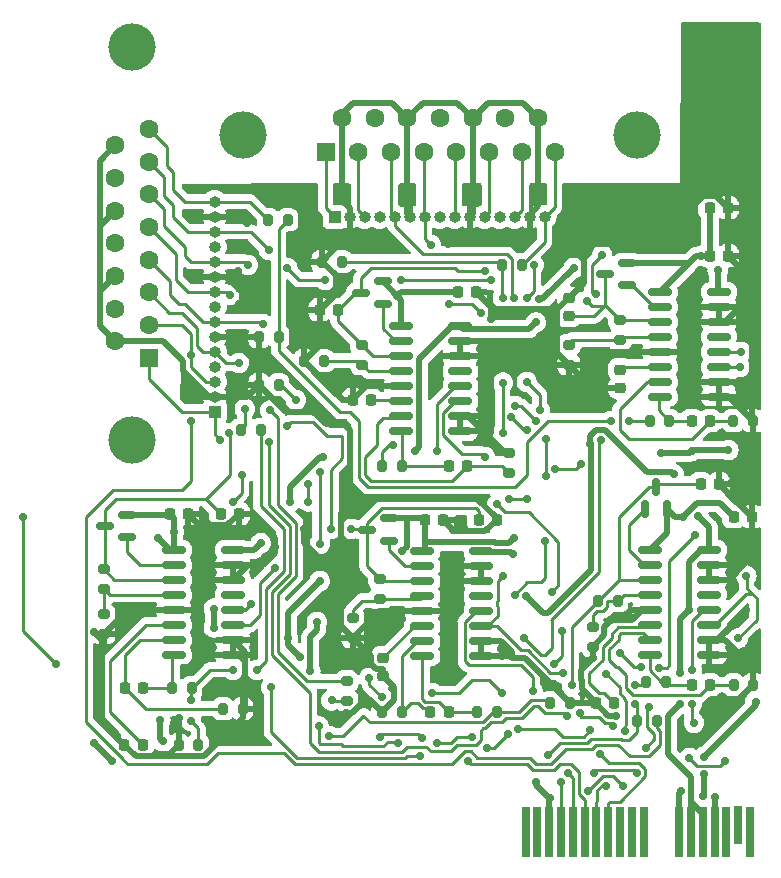
<source format=gbr>
%TF.GenerationSoftware,KiCad,Pcbnew,7.0.1-0*%
%TF.CreationDate,2023-09-14T23:18:32-07:00*%
%TF.ProjectId,HX-board,48582d62-6f61-4726-942e-6b696361645f,rev?*%
%TF.SameCoordinates,Original*%
%TF.FileFunction,Copper,L1,Top*%
%TF.FilePolarity,Positive*%
%FSLAX46Y46*%
G04 Gerber Fmt 4.6, Leading zero omitted, Abs format (unit mm)*
G04 Created by KiCad (PCBNEW 7.0.1-0) date 2023-09-14 23:18:32*
%MOMM*%
%LPD*%
G01*
G04 APERTURE LIST*
G04 Aperture macros list*
%AMRoundRect*
0 Rectangle with rounded corners*
0 $1 Rounding radius*
0 $2 $3 $4 $5 $6 $7 $8 $9 X,Y pos of 4 corners*
0 Add a 4 corners polygon primitive as box body*
4,1,4,$2,$3,$4,$5,$6,$7,$8,$9,$2,$3,0*
0 Add four circle primitives for the rounded corners*
1,1,$1+$1,$2,$3*
1,1,$1+$1,$4,$5*
1,1,$1+$1,$6,$7*
1,1,$1+$1,$8,$9*
0 Add four rect primitives between the rounded corners*
20,1,$1+$1,$2,$3,$4,$5,0*
20,1,$1+$1,$4,$5,$6,$7,0*
20,1,$1+$1,$6,$7,$8,$9,0*
20,1,$1+$1,$8,$9,$2,$3,0*%
G04 Aperture macros list end*
%TA.AperFunction,SMDPad,CuDef*%
%ADD10RoundRect,0.225000X0.225000X0.250000X-0.225000X0.250000X-0.225000X-0.250000X0.225000X-0.250000X0*%
%TD*%
%TA.AperFunction,SMDPad,CuDef*%
%ADD11RoundRect,0.200000X-0.200000X-0.275000X0.200000X-0.275000X0.200000X0.275000X-0.200000X0.275000X0*%
%TD*%
%TA.AperFunction,SMDPad,CuDef*%
%ADD12RoundRect,0.200000X0.200000X0.275000X-0.200000X0.275000X-0.200000X-0.275000X0.200000X-0.275000X0*%
%TD*%
%TA.AperFunction,SMDPad,CuDef*%
%ADD13RoundRect,0.150000X0.587500X0.150000X-0.587500X0.150000X-0.587500X-0.150000X0.587500X-0.150000X0*%
%TD*%
%TA.AperFunction,ComponentPad*%
%ADD14R,1.000000X1.000000*%
%TD*%
%TA.AperFunction,ComponentPad*%
%ADD15O,1.000000X1.000000*%
%TD*%
%TA.AperFunction,SMDPad,CuDef*%
%ADD16RoundRect,0.150000X-0.850000X-0.150000X0.850000X-0.150000X0.850000X0.150000X-0.850000X0.150000X0*%
%TD*%
%TA.AperFunction,SMDPad,CuDef*%
%ADD17RoundRect,0.200000X0.275000X-0.200000X0.275000X0.200000X-0.275000X0.200000X-0.275000X-0.200000X0*%
%TD*%
%TA.AperFunction,SMDPad,CuDef*%
%ADD18RoundRect,0.225000X-0.225000X-0.250000X0.225000X-0.250000X0.225000X0.250000X-0.225000X0.250000X0*%
%TD*%
%TA.AperFunction,SMDPad,CuDef*%
%ADD19RoundRect,0.200000X-0.275000X0.200000X-0.275000X-0.200000X0.275000X-0.200000X0.275000X0.200000X0*%
%TD*%
%TA.AperFunction,ComponentPad*%
%ADD20C,4.000000*%
%TD*%
%TA.AperFunction,ComponentPad*%
%ADD21R,1.600000X1.600000*%
%TD*%
%TA.AperFunction,ComponentPad*%
%ADD22C,1.600000*%
%TD*%
%TA.AperFunction,ConnectorPad*%
%ADD23R,0.700000X4.300000*%
%TD*%
%TA.AperFunction,ConnectorPad*%
%ADD24R,0.700000X3.200000*%
%TD*%
%TA.AperFunction,SMDPad,CuDef*%
%ADD25RoundRect,0.225000X-0.250000X0.225000X-0.250000X-0.225000X0.250000X-0.225000X0.250000X0.225000X0*%
%TD*%
%TA.AperFunction,SMDPad,CuDef*%
%ADD26RoundRect,0.225000X0.250000X-0.225000X0.250000X0.225000X-0.250000X0.225000X-0.250000X-0.225000X0*%
%TD*%
%TA.AperFunction,SMDPad,CuDef*%
%ADD27RoundRect,0.150000X0.150000X-0.587500X0.150000X0.587500X-0.150000X0.587500X-0.150000X-0.587500X0*%
%TD*%
%TA.AperFunction,ViaPad*%
%ADD28C,0.711200*%
%TD*%
%TA.AperFunction,Conductor*%
%ADD29C,0.508000*%
%TD*%
%TA.AperFunction,Conductor*%
%ADD30C,0.254000*%
%TD*%
G04 APERTURE END LIST*
D10*
%TO.P,C2,1*%
%TO.N,GND*%
X161303000Y-102870000D03*
%TO.P,C2,2*%
%TO.N,/HX1_E+*%
X159753000Y-102870000D03*
%TD*%
D11*
%TO.P,R20,1*%
%TO.N,Net-(U1-Pad7)*%
X162547000Y-119888000D03*
%TO.P,R20,2*%
%TO.N,GND*%
X164197000Y-119888000D03*
%TD*%
D12*
%TO.P,R6,1*%
%TO.N,/HX1_A+*%
X156019000Y-122936000D03*
%TO.P,R6,2*%
%TO.N,/HX711 1/A+*%
X154369000Y-122936000D03*
%TD*%
D13*
%TO.P,Q2,1,B*%
%TO.N,Net-(U2-Pad2)*%
X133350000Y-107696000D03*
%TO.P,Q2,2,E*%
%TO.N,+5V*%
X133350000Y-105796000D03*
%TO.P,Q2,3,C*%
%TO.N,/HX2_E+*%
X131475000Y-106746000D03*
%TD*%
D11*
%TO.P,R23,1*%
%TO.N,Net-(U2-Pad8)*%
X140844000Y-122174000D03*
%TO.P,R23,2*%
%TO.N,/HX711 2/A+*%
X142494000Y-122174000D03*
%TD*%
D14*
%TO.P,J4,1,Pin_1*%
%TO.N,/HX5_E+*%
X128768000Y-80264000D03*
D15*
%TO.P,J4,2,Pin_2*%
%TO.N,GND*%
X130038000Y-80264000D03*
%TO.P,J4,3,Pin_3*%
%TO.N,/HX5_A+*%
X131308000Y-80264000D03*
%TO.P,J4,4,Pin_4*%
%TO.N,unconnected-(J4-Pad4)*%
X132578000Y-80264000D03*
%TO.P,J4,5,Pin_5*%
%TO.N,/HX6_E+*%
X133848000Y-80264000D03*
%TO.P,J4,6,Pin_6*%
%TO.N,GND*%
X135118000Y-80264000D03*
%TO.P,J4,7,Pin_7*%
%TO.N,/HX6_A+*%
X136388000Y-80264000D03*
%TO.P,J4,8,Pin_8*%
%TO.N,unconnected-(J4-Pad8)*%
X137658000Y-80264000D03*
%TO.P,J4,9,Pin_9*%
%TO.N,/HX7_E+*%
X138928000Y-80264000D03*
%TO.P,J4,10,Pin_10*%
%TO.N,GND*%
X140198000Y-80264000D03*
%TO.P,J4,11,Pin_11*%
%TO.N,/HX7_A+*%
X141468000Y-80264000D03*
%TO.P,J4,12,Pin_12*%
%TO.N,unconnected-(J4-Pad12)*%
X142738000Y-80264000D03*
%TO.P,J4,13,Pin_13*%
%TO.N,/HX8_E+*%
X144008000Y-80264000D03*
%TO.P,J4,14,Pin_14*%
%TO.N,GND*%
X145278000Y-80264000D03*
%TO.P,J4,15,Pin_15*%
%TO.N,/HX8_A+*%
X146548000Y-80264000D03*
%TD*%
D10*
%TO.P,C32,1*%
%TO.N,Net-(U8-Pad7)*%
X139967000Y-101346000D03*
%TO.P,C32,2*%
%TO.N,Net-(U8-Pad8)*%
X138417000Y-101346000D03*
%TD*%
D16*
%TO.P,U2,1,VSUP*%
%TO.N,+5V*%
X136184000Y-108585000D03*
%TO.P,U2,2,BASE*%
%TO.N,Net-(U2-Pad2)*%
X136184000Y-109855000D03*
%TO.P,U2,3,AVDD*%
%TO.N,/HX2_E+*%
X136184000Y-111125000D03*
%TO.P,U2,4,VFB*%
%TO.N,Net-(U2-Pad4)*%
X136184000Y-112395000D03*
%TO.P,U2,5,AGND*%
%TO.N,GND*%
X136184000Y-113665000D03*
%TO.P,U2,6,VBG*%
%TO.N,Net-(U2-Pad6)*%
X136184000Y-114935000D03*
%TO.P,U2,7,INA-*%
%TO.N,Net-(U2-Pad7)*%
X136184000Y-116205000D03*
%TO.P,U2,8,INA+*%
%TO.N,Net-(U2-Pad8)*%
X136184000Y-117475000D03*
%TO.P,U2,9,INB-*%
%TO.N,GND*%
X141184000Y-117475000D03*
%TO.P,U2,10,INB+*%
X141184000Y-116205000D03*
%TO.P,U2,11,PD_SCK*%
%TO.N,/HX_CLK*%
X141184000Y-114935000D03*
%TO.P,U2,12,DOUT*%
%TO.N,/HX2_DT*%
X141184000Y-113665000D03*
%TO.P,U2,13,XO*%
%TO.N,unconnected-(U2-Pad13)*%
X141184000Y-112395000D03*
%TO.P,U2,14,XI*%
%TO.N,GND*%
X141184000Y-111125000D03*
%TO.P,U2,15,RATE*%
X141184000Y-109855000D03*
%TO.P,U2,16,DVDD*%
%TO.N,+3.3V*%
X141184000Y-108585000D03*
%TD*%
D11*
%TO.P,R32,1*%
%TO.N,Net-(U4-Pad7)*%
X162497000Y-97536000D03*
%TO.P,R32,2*%
%TO.N,GND*%
X164147000Y-97536000D03*
%TD*%
D17*
%TO.P,R21,1*%
%TO.N,Net-(U2-Pad4)*%
X132588000Y-112585000D03*
%TO.P,R21,2*%
%TO.N,/HX2_E+*%
X132588000Y-110935000D03*
%TD*%
%TO.P,R48,1*%
%TO.N,Net-(U8-Pad7)*%
X143510000Y-101917000D03*
%TO.P,R48,2*%
%TO.N,GND*%
X143510000Y-100267000D03*
%TD*%
D11*
%TO.P,R7,1*%
%TO.N,GND*%
X122365000Y-90424000D03*
%TO.P,R7,2*%
%TO.N,/HX711 4/A+*%
X124015000Y-90424000D03*
%TD*%
D13*
%TO.P,Q4,1,B*%
%TO.N,Net-(U4-Pad2)*%
X153513000Y-86040000D03*
%TO.P,Q4,2,E*%
%TO.N,+5V*%
X153513000Y-84140000D03*
%TO.P,Q4,3,C*%
%TO.N,/HX4_E+*%
X151638000Y-85090000D03*
%TD*%
D11*
%TO.P,R46,1*%
%TO.N,GND*%
X126175000Y-92456000D03*
%TO.P,R46,2*%
%TO.N,Net-(U8-Pad4)*%
X127825000Y-92456000D03*
%TD*%
D18*
%TO.P,C12,1*%
%TO.N,Net-(U3-Pad7)*%
X110985000Y-120142000D03*
%TO.P,C12,2*%
%TO.N,Net-(U3-Pad8)*%
X112535000Y-120142000D03*
%TD*%
D10*
%TO.P,C5,1*%
%TO.N,GND*%
X137948000Y-105918000D03*
%TO.P,C5,2*%
%TO.N,+5V*%
X136398000Y-105918000D03*
%TD*%
D11*
%TO.P,R1,1*%
%TO.N,GND*%
X115557000Y-124968000D03*
%TO.P,R1,2*%
%TO.N,/HX711 3/A+*%
X117207000Y-124968000D03*
%TD*%
D19*
%TO.P,R5,1*%
%TO.N,/HX2_A+*%
X129794000Y-119571000D03*
%TO.P,R5,2*%
%TO.N,/HX711 2/A+*%
X129794000Y-121221000D03*
%TD*%
D11*
%TO.P,R13,1*%
%TO.N,GND*%
X122365000Y-94488000D03*
%TO.P,R13,2*%
%TO.N,/HX711 7/A+*%
X124015000Y-94488000D03*
%TD*%
D17*
%TO.P,R29,1*%
%TO.N,Net-(U4-Pad4)*%
X152908000Y-90678000D03*
%TO.P,R29,2*%
%TO.N,/HX4_E+*%
X152908000Y-89028000D03*
%TD*%
D10*
%TO.P,C10,1*%
%TO.N,GND*%
X120663000Y-105410000D03*
%TO.P,C10,2*%
%TO.N,/HX3_E+*%
X119113000Y-105410000D03*
%TD*%
D16*
%TO.P,U4,1,VSUP*%
%TO.N,+5V*%
X156290000Y-86614000D03*
%TO.P,U4,2,BASE*%
%TO.N,Net-(U4-Pad2)*%
X156290000Y-87884000D03*
%TO.P,U4,3,AVDD*%
%TO.N,/HX4_E+*%
X156290000Y-89154000D03*
%TO.P,U4,4,VFB*%
%TO.N,Net-(U4-Pad4)*%
X156290000Y-90424000D03*
%TO.P,U4,5,AGND*%
%TO.N,GND*%
X156290000Y-91694000D03*
%TO.P,U4,6,VBG*%
%TO.N,Net-(U4-Pad6)*%
X156290000Y-92964000D03*
%TO.P,U4,7,INA-*%
%TO.N,Net-(U4-Pad7)*%
X156290000Y-94234000D03*
%TO.P,U4,8,INA+*%
%TO.N,Net-(U4-Pad8)*%
X156290000Y-95504000D03*
%TO.P,U4,9,INB-*%
%TO.N,GND*%
X161290000Y-95504000D03*
%TO.P,U4,10,INB+*%
X161290000Y-94234000D03*
%TO.P,U4,11,PD_SCK*%
%TO.N,/HX_CLK*%
X161290000Y-92964000D03*
%TO.P,U4,12,DOUT*%
%TO.N,/HX4_DT*%
X161290000Y-91694000D03*
%TO.P,U4,13,XO*%
%TO.N,unconnected-(U4-Pad13)*%
X161290000Y-90424000D03*
%TO.P,U4,14,XI*%
%TO.N,GND*%
X161290000Y-89154000D03*
%TO.P,U4,15,RATE*%
X161290000Y-87884000D03*
%TO.P,U4,16,DVDD*%
%TO.N,+3.3V*%
X161290000Y-86614000D03*
%TD*%
D17*
%TO.P,R45,1*%
%TO.N,Net-(U8-Pad4)*%
X131064000Y-92773000D03*
%TO.P,R45,2*%
%TO.N,/HX8_E+*%
X131064000Y-91123000D03*
%TD*%
D12*
%TO.P,R17,1*%
%TO.N,Net-(U1-Pad4)*%
X152717000Y-112776000D03*
%TO.P,R17,2*%
%TO.N,/HX1_E+*%
X151067000Y-112776000D03*
%TD*%
D17*
%TO.P,R26,1*%
%TO.N,GND*%
X109220000Y-115570000D03*
%TO.P,R26,2*%
%TO.N,Net-(U3-Pad4)*%
X109220000Y-113920000D03*
%TD*%
D12*
%TO.P,R2,1*%
%TO.N,GND*%
X148653000Y-121412000D03*
%TO.P,R2,2*%
%TO.N,/HX711 2/A+*%
X147003000Y-121412000D03*
%TD*%
D10*
%TO.P,C29,1*%
%TO.N,GND*%
X140729000Y-86614000D03*
%TO.P,C29,2*%
%TO.N,+5V*%
X139179000Y-86614000D03*
%TD*%
D20*
%TO.P,J3,0*%
%TO.N,N/C*%
X111610000Y-65857000D03*
X111610000Y-99157000D03*
D21*
%TO.P,J3,1,1*%
%TO.N,/HX1_E+*%
X113030000Y-92202000D03*
D22*
%TO.P,J3,2,2*%
%TO.N,/HX1_A+*%
X113030000Y-89432000D03*
%TO.P,J3,3,3*%
%TO.N,/HX2_E+*%
X113030000Y-86662000D03*
%TO.P,J3,4,4*%
%TO.N,/HX2_A+*%
X113030000Y-83892000D03*
%TO.P,J3,5,5*%
%TO.N,/HX3_E+*%
X113030000Y-81122000D03*
%TO.P,J3,6,6*%
%TO.N,/HX3_A+*%
X113030000Y-78352000D03*
%TO.P,J3,7,7*%
%TO.N,/HX4_E+*%
X113030000Y-75582000D03*
%TO.P,J3,8,8*%
%TO.N,/HX4_A+*%
X113030000Y-72812000D03*
%TO.P,J3,9,P9*%
%TO.N,GND*%
X110190000Y-90817000D03*
%TO.P,J3,10,P10*%
%TO.N,unconnected-(J3-Pad10)*%
X110190000Y-88047000D03*
%TO.P,J3,11,P111*%
%TO.N,GND*%
X110190000Y-85277000D03*
%TO.P,J3,12,P12*%
%TO.N,unconnected-(J3-Pad12)*%
X110190000Y-82507000D03*
%TO.P,J3,13,P13*%
%TO.N,GND*%
X110190000Y-79737000D03*
%TO.P,J3,14,P14*%
%TO.N,unconnected-(J3-Pad14)*%
X110190000Y-76967000D03*
%TO.P,J3,15,P15*%
%TO.N,GND*%
X110190000Y-74197000D03*
%TD*%
D13*
%TO.P,Q8,1,B*%
%TO.N,Net-(U8-Pad2)*%
X132842000Y-87630000D03*
%TO.P,Q8,2,E*%
%TO.N,+5V*%
X132842000Y-85730000D03*
%TO.P,Q8,3,C*%
%TO.N,/HX8_E+*%
X130967000Y-86680000D03*
%TD*%
D23*
%TO.P,J2,B1,B1*%
%TO.N,unconnected-(J2-PadB1)*%
X144932000Y-132322000D03*
%TO.P,J2,B2,B2*%
%TO.N,unconnected-(J2-PadB2)*%
X145932000Y-132322000D03*
%TO.P,J2,B3,B3*%
%TO.N,GND*%
X146932000Y-132322000D03*
%TO.P,J2,B4,B4*%
%TO.N,/HX1_DT*%
X147932000Y-132322000D03*
%TO.P,J2,B5,B5*%
%TO.N,/HX2_DT*%
X148932000Y-132322000D03*
%TO.P,J2,B6,B6*%
%TO.N,/HX3_DT*%
X149932000Y-132322000D03*
%TO.P,J2,B7,B7*%
%TO.N,/HX4_DT*%
X150932000Y-132322000D03*
%TO.P,J2,B8,B8*%
%TO.N,/HX5_DT*%
X151932000Y-132322000D03*
%TO.P,J2,B9,B9*%
%TO.N,unconnected-(J2-PadB9)*%
X152932000Y-132322000D03*
%TO.P,J2,B10,B10*%
%TO.N,unconnected-(J2-PadB10)*%
X153932000Y-132322000D03*
%TO.P,J2,B11,B11*%
%TO.N,unconnected-(J2-PadB11)*%
X154932000Y-132322000D03*
%TO.P,J2,B12,B12*%
%TO.N,GND*%
X157932000Y-132322000D03*
%TO.P,J2,B13,B13*%
%TO.N,+3.3V*%
X158932000Y-132322000D03*
%TO.P,J2,B14,B14*%
X159932000Y-132322000D03*
%TO.P,J2,B15,B15*%
%TO.N,GND*%
X160932000Y-132322000D03*
%TO.P,J2,B16,B16*%
%TO.N,unconnected-(J2-PadB16)*%
X161932000Y-132322000D03*
D24*
%TO.P,J2,B17,B17*%
%TO.N,unconnected-(J2-PadB17)*%
X162932000Y-131772000D03*
D23*
%TO.P,J2,B18,B18*%
%TO.N,unconnected-(J2-PadB18)*%
X163932000Y-132322000D03*
%TD*%
D16*
%TO.P,U8,1,VSUP*%
%TO.N,+5V*%
X134406000Y-89535000D03*
%TO.P,U8,2,BASE*%
%TO.N,Net-(U8-Pad2)*%
X134406000Y-90805000D03*
%TO.P,U8,3,AVDD*%
%TO.N,/HX8_E+*%
X134406000Y-92075000D03*
%TO.P,U8,4,VFB*%
%TO.N,Net-(U8-Pad4)*%
X134406000Y-93345000D03*
%TO.P,U8,5,AGND*%
%TO.N,GND*%
X134406000Y-94615000D03*
%TO.P,U8,6,VBG*%
%TO.N,Net-(U8-Pad6)*%
X134406000Y-95885000D03*
%TO.P,U8,7,INA-*%
%TO.N,Net-(U8-Pad7)*%
X134406000Y-97155000D03*
%TO.P,U8,8,INA+*%
%TO.N,Net-(U8-Pad8)*%
X134406000Y-98425000D03*
%TO.P,U8,9,INB-*%
%TO.N,GND*%
X139406000Y-98425000D03*
%TO.P,U8,10,INB+*%
X139406000Y-97155000D03*
%TO.P,U8,11,PD_SCK*%
%TO.N,/HX_CLK*%
X139406000Y-95885000D03*
%TO.P,U8,12,DOUT*%
%TO.N,/HX8_DT*%
X139406000Y-94615000D03*
%TO.P,U8,13,XO*%
%TO.N,unconnected-(U8-Pad13)*%
X139406000Y-93345000D03*
%TO.P,U8,14,XI*%
%TO.N,GND*%
X139406000Y-92075000D03*
%TO.P,U8,15,RATE*%
X139406000Y-90805000D03*
%TO.P,U8,16,DVDD*%
%TO.N,+3.3V*%
X139406000Y-89535000D03*
%TD*%
D10*
%TO.P,C1,1*%
%TO.N,GND*%
X164097000Y-105664000D03*
%TO.P,C1,2*%
%TO.N,+5V*%
X162547000Y-105664000D03*
%TD*%
D11*
%TO.P,R10,1*%
%TO.N,/HX4_A+*%
X123127000Y-80518000D03*
%TO.P,R10,2*%
%TO.N,/HX711 4/A+*%
X124777000Y-80518000D03*
%TD*%
D17*
%TO.P,R22,1*%
%TO.N,GND*%
X130302000Y-115887000D03*
%TO.P,R22,2*%
%TO.N,Net-(U2-Pad4)*%
X130302000Y-114237000D03*
%TD*%
D16*
%TO.P,U3,1,VSUP*%
%TO.N,+5V*%
X115142000Y-108458000D03*
%TO.P,U3,2,BASE*%
%TO.N,Net-(U3-Pad2)*%
X115142000Y-109728000D03*
%TO.P,U3,3,AVDD*%
%TO.N,/HX3_E+*%
X115142000Y-110998000D03*
%TO.P,U3,4,VFB*%
%TO.N,Net-(U3-Pad4)*%
X115142000Y-112268000D03*
%TO.P,U3,5,AGND*%
%TO.N,GND*%
X115142000Y-113538000D03*
%TO.P,U3,6,VBG*%
%TO.N,Net-(U3-Pad6)*%
X115142000Y-114808000D03*
%TO.P,U3,7,INA-*%
%TO.N,Net-(U3-Pad7)*%
X115142000Y-116078000D03*
%TO.P,U3,8,INA+*%
%TO.N,Net-(U3-Pad8)*%
X115142000Y-117348000D03*
%TO.P,U3,9,INB-*%
%TO.N,GND*%
X120142000Y-117348000D03*
%TO.P,U3,10,INB+*%
X120142000Y-116078000D03*
%TO.P,U3,11,PD_SCK*%
%TO.N,/HX_CLK*%
X120142000Y-114808000D03*
%TO.P,U3,12,DOUT*%
%TO.N,/HX3_DT*%
X120142000Y-113538000D03*
%TO.P,U3,13,XO*%
%TO.N,unconnected-(U3-Pad13)*%
X120142000Y-112268000D03*
%TO.P,U3,14,XI*%
%TO.N,GND*%
X120142000Y-110998000D03*
%TO.P,U3,15,RATE*%
X120142000Y-109728000D03*
%TO.P,U3,16,DVDD*%
%TO.N,+3.3V*%
X120142000Y-108458000D03*
%TD*%
D12*
%TO.P,R16,1*%
%TO.N,/HX8_A+*%
X144589000Y-84328000D03*
%TO.P,R16,2*%
%TO.N,/HX711 8/A+*%
X142939000Y-84328000D03*
%TD*%
D18*
%TO.P,C3,1*%
%TO.N,GND*%
X150863000Y-121412000D03*
%TO.P,C3,2*%
%TO.N,Net-(U1-Pad6)*%
X152413000Y-121412000D03*
%TD*%
D25*
%TO.P,C14,1*%
%TO.N,GND*%
X148590000Y-87122000D03*
%TO.P,C14,2*%
%TO.N,/HX4_E+*%
X148590000Y-88672000D03*
%TD*%
D10*
%TO.P,C13,1*%
%TO.N,GND*%
X162065000Y-83566000D03*
%TO.P,C13,2*%
%TO.N,+5V*%
X160515000Y-83566000D03*
%TD*%
D13*
%TO.P,Q3,1,B*%
%TO.N,Net-(U3-Pad2)*%
X111173500Y-107376000D03*
%TO.P,Q3,2,E*%
%TO.N,+5V*%
X111173500Y-105476000D03*
%TO.P,Q3,3,C*%
%TO.N,/HX3_E+*%
X109298500Y-106426000D03*
%TD*%
D17*
%TO.P,R30,1*%
%TO.N,GND*%
X148590000Y-92773000D03*
%TO.P,R30,2*%
%TO.N,Net-(U4-Pad4)*%
X148590000Y-91123000D03*
%TD*%
D26*
%TO.P,C15,1*%
%TO.N,GND*%
X152908000Y-94755000D03*
%TO.P,C15,2*%
%TO.N,Net-(U4-Pad6)*%
X152908000Y-93205000D03*
%TD*%
D11*
%TO.P,R4,1*%
%TO.N,/HX3_A+*%
X120841000Y-98298000D03*
%TO.P,R4,2*%
%TO.N,/HX711 3/A+*%
X122491000Y-98298000D03*
%TD*%
D12*
%TO.P,R19,1*%
%TO.N,Net-(U1-Pad8)*%
X156781000Y-119634000D03*
%TO.P,R19,2*%
%TO.N,/HX711 1/A+*%
X155131000Y-119634000D03*
%TD*%
%TO.P,R47,1*%
%TO.N,Net-(U8-Pad8)*%
X134429000Y-101346000D03*
%TO.P,R47,2*%
%TO.N,/HX711 8/A+*%
X132779000Y-101346000D03*
%TD*%
%TO.P,R24,1*%
%TO.N,Net-(U2-Pad7)*%
X134429000Y-122174000D03*
%TO.P,R24,2*%
%TO.N,GND*%
X132779000Y-122174000D03*
%TD*%
D17*
%TO.P,R18,1*%
%TO.N,GND*%
X150622000Y-116649000D03*
%TO.P,R18,2*%
%TO.N,Net-(U1-Pad4)*%
X150622000Y-114999000D03*
%TD*%
D18*
%TO.P,C30,1*%
%TO.N,GND*%
X127495000Y-88138000D03*
%TO.P,C30,2*%
%TO.N,/HX8_E+*%
X129045000Y-88138000D03*
%TD*%
%TO.P,C31,1*%
%TO.N,GND*%
X130289000Y-95758000D03*
%TO.P,C31,2*%
%TO.N,Net-(U8-Pad6)*%
X131839000Y-95758000D03*
%TD*%
D10*
%TO.P,C9,1*%
%TO.N,GND*%
X116345000Y-105410000D03*
%TO.P,C9,2*%
%TO.N,+5V*%
X114795000Y-105410000D03*
%TD*%
D18*
%TO.P,C11,1*%
%TO.N,GND*%
X110972000Y-124968000D03*
%TO.P,C11,2*%
%TO.N,Net-(U3-Pad6)*%
X112522000Y-124968000D03*
%TD*%
D10*
%TO.P,C21,1*%
%TO.N,GND*%
X162065000Y-79502000D03*
%TO.P,C21,2*%
%TO.N,+5V*%
X160515000Y-79502000D03*
%TD*%
D14*
%TO.P,J1,1,Pin_1*%
%TO.N,/HX1_E+*%
X118618000Y-96774000D03*
D15*
%TO.P,J1,2,Pin_2*%
%TO.N,GND*%
X118618000Y-95504000D03*
%TO.P,J1,3,Pin_3*%
%TO.N,/HX1_A+*%
X118618000Y-94234000D03*
%TO.P,J1,4,Pin_4*%
%TO.N,unconnected-(J1-Pad4)*%
X118618000Y-92964000D03*
%TO.P,J1,5,Pin_5*%
%TO.N,/HX2_E+*%
X118618000Y-91694000D03*
%TO.P,J1,6,Pin_6*%
%TO.N,GND*%
X118618000Y-90424000D03*
%TO.P,J1,7,Pin_7*%
%TO.N,/HX2_A+*%
X118618000Y-89154000D03*
%TO.P,J1,8,Pin_8*%
%TO.N,unconnected-(J1-Pad8)*%
X118618000Y-87884000D03*
%TO.P,J1,9,Pin_9*%
%TO.N,/HX3_E+*%
X118618000Y-86614000D03*
%TO.P,J1,10,Pin_10*%
%TO.N,GND*%
X118618000Y-85344000D03*
%TO.P,J1,11,Pin_11*%
%TO.N,/HX3_A+*%
X118618000Y-84074000D03*
%TO.P,J1,12,Pin_12*%
%TO.N,unconnected-(J1-Pad12)*%
X118618000Y-82804000D03*
%TO.P,J1,13,Pin_13*%
%TO.N,/HX4_E+*%
X118618000Y-81534000D03*
%TO.P,J1,14,Pin_14*%
%TO.N,GND*%
X118618000Y-80264000D03*
%TO.P,J1,15,Pin_15*%
%TO.N,/HX4_A+*%
X118618000Y-78994000D03*
%TD*%
D10*
%TO.P,C6,1*%
%TO.N,GND*%
X142507000Y-105918000D03*
%TO.P,C6,2*%
%TO.N,/HX2_E+*%
X140957000Y-105918000D03*
%TD*%
D17*
%TO.P,R25,1*%
%TO.N,Net-(U3-Pad4)*%
X109220000Y-111760000D03*
%TO.P,R25,2*%
%TO.N,/HX3_E+*%
X109220000Y-110110000D03*
%TD*%
D11*
%TO.P,R27,1*%
%TO.N,Net-(U3-Pad8)*%
X114999000Y-120142000D03*
%TO.P,R27,2*%
%TO.N,/HX711 3/A+*%
X116649000Y-120142000D03*
%TD*%
%TO.P,R28,1*%
%TO.N,Net-(U3-Pad7)*%
X119317000Y-121920000D03*
%TO.P,R28,2*%
%TO.N,GND*%
X120967000Y-121920000D03*
%TD*%
D10*
%TO.P,C4,1*%
%TO.N,Net-(U1-Pad7)*%
X160541000Y-119888000D03*
%TO.P,C4,2*%
%TO.N,Net-(U1-Pad8)*%
X158991000Y-119888000D03*
%TD*%
%TO.P,C16,1*%
%TO.N,Net-(U4-Pad7)*%
X160541000Y-97536000D03*
%TO.P,C16,2*%
%TO.N,Net-(U4-Pad8)*%
X158991000Y-97536000D03*
%TD*%
D12*
%TO.P,R31,1*%
%TO.N,Net-(U4-Pad8)*%
X157098000Y-97536000D03*
%TO.P,R31,2*%
%TO.N,/HX711 4/A+*%
X155448000Y-97536000D03*
%TD*%
D27*
%TO.P,Q1,1,B*%
%TO.N,Net-(U1-Pad2)*%
X155006000Y-104999000D03*
%TO.P,Q1,2,E*%
%TO.N,+5V*%
X156906000Y-104999000D03*
%TO.P,Q1,3,C*%
%TO.N,/HX1_E+*%
X155956000Y-103124000D03*
%TD*%
D18*
%TO.P,C8,1*%
%TO.N,Net-(U2-Pad7)*%
X136880000Y-122174000D03*
%TO.P,C8,2*%
%TO.N,Net-(U2-Pad8)*%
X138430000Y-122174000D03*
%TD*%
D11*
%TO.P,R14,1*%
%TO.N,GND*%
X127699000Y-84074000D03*
%TO.P,R14,2*%
%TO.N,/HX711 8/A+*%
X129349000Y-84074000D03*
%TD*%
D20*
%TO.P,J5,0*%
%TO.N,N/C*%
X154338000Y-73320331D03*
X121038000Y-73320331D03*
D21*
%TO.P,J5,1,1*%
%TO.N,/HX5_E+*%
X127993000Y-74740331D03*
D22*
%TO.P,J5,2,2*%
%TO.N,/HX5_A+*%
X130763000Y-74740331D03*
%TO.P,J5,3,3*%
%TO.N,/HX6_E+*%
X133533000Y-74740331D03*
%TO.P,J5,4,4*%
%TO.N,/HX6_A+*%
X136303000Y-74740331D03*
%TO.P,J5,5,5*%
%TO.N,/HX7_E+*%
X139073000Y-74740331D03*
%TO.P,J5,6,6*%
%TO.N,/HX7_A+*%
X141843000Y-74740331D03*
%TO.P,J5,7,7*%
%TO.N,/HX8_E+*%
X144613000Y-74740331D03*
%TO.P,J5,8,8*%
%TO.N,/HX8_A+*%
X147383000Y-74740331D03*
%TO.P,J5,9,P9*%
%TO.N,GND*%
X129378000Y-71900331D03*
%TO.P,J5,10,P10*%
%TO.N,unconnected-(J5-Pad10)*%
X132148000Y-71900331D03*
%TO.P,J5,11,P111*%
%TO.N,GND*%
X134918000Y-71900331D03*
%TO.P,J5,12,P12*%
%TO.N,unconnected-(J5-Pad12)*%
X137688000Y-71900331D03*
%TO.P,J5,13,P13*%
%TO.N,GND*%
X140458000Y-71900331D03*
%TO.P,J5,14,P14*%
%TO.N,unconnected-(J5-Pad14)*%
X143228000Y-71900331D03*
%TO.P,J5,15,P15*%
%TO.N,GND*%
X145998000Y-71900331D03*
%TD*%
D26*
%TO.P,C7,1*%
%TO.N,GND*%
X132842000Y-119139000D03*
%TO.P,C7,2*%
%TO.N,Net-(U2-Pad6)*%
X132842000Y-117589000D03*
%TD*%
D16*
%TO.P,U1,1,VSUP*%
%TO.N,+5V*%
X155448000Y-108458000D03*
%TO.P,U1,2,BASE*%
%TO.N,Net-(U1-Pad2)*%
X155448000Y-109728000D03*
%TO.P,U1,3,AVDD*%
%TO.N,/HX1_E+*%
X155448000Y-110998000D03*
%TO.P,U1,4,VFB*%
%TO.N,Net-(U1-Pad4)*%
X155448000Y-112268000D03*
%TO.P,U1,5,AGND*%
%TO.N,GND*%
X155448000Y-113538000D03*
%TO.P,U1,6,VBG*%
%TO.N,Net-(U1-Pad6)*%
X155448000Y-114808000D03*
%TO.P,U1,7,INA-*%
%TO.N,Net-(U1-Pad7)*%
X155448000Y-116078000D03*
%TO.P,U1,8,INA+*%
%TO.N,Net-(U1-Pad8)*%
X155448000Y-117348000D03*
%TO.P,U1,9,INB-*%
%TO.N,GND*%
X160448000Y-117348000D03*
%TO.P,U1,10,INB+*%
X160448000Y-116078000D03*
%TO.P,U1,11,PD_SCK*%
%TO.N,/HX_CLK*%
X160448000Y-114808000D03*
%TO.P,U1,12,DOUT*%
%TO.N,/HX1_DT*%
X160448000Y-113538000D03*
%TO.P,U1,13,XO*%
%TO.N,unconnected-(U1-Pad13)*%
X160448000Y-112268000D03*
%TO.P,U1,14,XI*%
%TO.N,GND*%
X160448000Y-110998000D03*
%TO.P,U1,15,RATE*%
X160448000Y-109728000D03*
%TO.P,U1,16,DVDD*%
%TO.N,+3.3V*%
X160448000Y-108458000D03*
%TD*%
D28*
%TO.N,GND*%
X120675900Y-90424000D03*
X152600000Y-122496100D03*
X138393894Y-82584242D03*
X126212099Y-106692501D03*
X141986000Y-91186000D03*
X162185500Y-103752500D03*
X138800000Y-106799900D03*
X162655000Y-110395000D03*
X147000000Y-129500000D03*
X158491304Y-124250696D03*
X129254500Y-82518500D03*
X158068900Y-128900000D03*
X150622000Y-117602000D03*
X128746500Y-95027500D03*
X118110000Y-110998000D03*
X111252000Y-113538000D03*
X115600000Y-122656100D03*
X120650000Y-87630000D03*
X126492000Y-84074000D03*
X123698000Y-108204000D03*
X142000000Y-88900000D03*
X139500000Y-109900000D03*
X110324201Y-124236100D03*
X129731000Y-122230100D03*
X145802002Y-128100500D03*
X160932000Y-129400000D03*
X163576000Y-113538000D03*
X142900000Y-117463900D03*
X120609319Y-84863120D03*
X127000000Y-96774000D03*
X108432100Y-115443000D03*
X121336806Y-80797900D03*
X129319000Y-110744000D03*
%TO.N,+5V*%
X124968000Y-104394000D03*
X159766000Y-83566000D03*
X143916900Y-107442000D03*
X134046000Y-86934000D03*
X160000000Y-127472700D03*
X127254000Y-114554000D03*
X127762000Y-100584000D03*
X162100000Y-100000000D03*
X159004000Y-100076000D03*
X156404000Y-100220608D03*
X134505502Y-108572498D03*
X113792000Y-107442000D03*
X126700000Y-118700000D03*
X115142000Y-106934000D03*
X159932000Y-129300000D03*
X158242000Y-105664000D03*
X164400000Y-121300000D03*
X109887354Y-126296254D03*
X160000000Y-126000000D03*
X108401492Y-124770508D03*
%TO.N,/HX3_E+*%
X119888000Y-86868000D03*
X119831900Y-98552000D03*
%TO.N,/HX1_E+*%
X148844000Y-119888000D03*
X148444647Y-122537353D03*
X119059048Y-99129366D03*
X123227100Y-99341200D03*
%TO.N,/HX5_E+*%
X127508000Y-101854000D03*
X127508000Y-107950000D03*
%TO.N,/HX7_E+*%
X105169000Y-118110000D03*
X102362000Y-105664000D03*
%TO.N,/HX2_E+*%
X120675900Y-92660000D03*
X128455900Y-106680000D03*
X124699800Y-97965175D03*
X130182100Y-106680000D03*
%TO.N,/HX6_E+*%
X144018000Y-96266000D03*
X143966703Y-87122000D03*
X145783498Y-97523498D03*
%TO.N,/HX4_E+*%
X150114000Y-87376000D03*
X123190000Y-83058000D03*
X142000757Y-85620887D03*
X134366000Y-85598000D03*
X124751100Y-84582000D03*
X127977900Y-85598000D03*
%TO.N,/HX5_DT*%
X131694302Y-119291880D03*
X132757754Y-120932146D03*
X144317359Y-123662270D03*
X142920707Y-120608114D03*
X137005566Y-120577696D03*
X150426897Y-123715449D03*
X151240938Y-125734401D03*
%TO.N,/HX6_DT*%
X153172700Y-128450000D03*
X159300000Y-107200000D03*
X156267331Y-118432669D03*
X152900000Y-117200000D03*
X151765000Y-118946580D03*
X153381404Y-123815900D03*
X150227300Y-128899440D03*
X154711900Y-118400000D03*
%TO.N,/HX7_DT*%
X123400000Y-120100000D03*
X136000000Y-125882900D03*
%TO.N,/HX_CLK*%
X123685498Y-109969498D03*
X162899847Y-115959238D03*
X163068000Y-92964000D03*
X163622887Y-110647880D03*
X143002000Y-110700000D03*
X141478000Y-100584000D03*
X155105100Y-125200000D03*
X155400000Y-121785210D03*
X148107900Y-118872000D03*
%TO.N,/HX1_DT*%
X154323405Y-127322100D03*
X147932000Y-128100500D03*
X159000000Y-118600000D03*
X159000000Y-121480600D03*
X159200000Y-123100000D03*
X161795100Y-126300000D03*
X150700000Y-127322100D03*
X158800000Y-126100000D03*
%TO.N,/HX2_DT*%
X148501861Y-127322100D03*
X145536900Y-120428100D03*
%TO.N,/HX3_DT*%
X127400000Y-123400000D03*
X140025405Y-126315599D03*
X121691900Y-113004099D03*
X134155950Y-124831967D03*
%TO.N,/HX4_DT*%
X151700500Y-128440503D03*
X150900000Y-86800000D03*
X151400000Y-83500000D03*
X163200000Y-91700000D03*
X151324890Y-99192619D03*
X144800000Y-115900000D03*
%TO.N,Net-(U5-Pad7)*%
X140393192Y-124274099D03*
X137414000Y-124782100D03*
%TO.N,Net-(U5-Pad8)*%
X136200000Y-124400000D03*
X132630397Y-124274100D03*
%TO.N,/HX8_E+*%
X141478000Y-84810100D03*
%TO.N,/HX1_A+*%
X116598840Y-91936697D03*
X116586000Y-97536000D03*
%TO.N,/HX2_A+*%
X123310196Y-96653804D03*
X122691189Y-89349800D03*
%TO.N,/HX3_A+*%
X121158000Y-96520000D03*
X121412000Y-84328000D03*
%TO.N,/HX8_DT*%
X142537317Y-104604683D03*
X137414000Y-100050100D03*
X152295551Y-123412261D03*
X149564533Y-122288587D03*
X147320000Y-118110000D03*
X147154444Y-111988100D03*
X148008304Y-115291696D03*
%TO.N,+3.3V*%
X120142000Y-108458000D03*
X114200000Y-124662700D03*
X161200000Y-84800000D03*
X125791304Y-117491304D03*
X146100000Y-87241900D03*
X157988000Y-121480100D03*
X148996900Y-84600000D03*
X144963236Y-112353159D03*
X118537219Y-115038869D03*
X159513304Y-105613304D03*
X157988000Y-118872000D03*
X118532900Y-113436900D03*
X135600000Y-100050100D03*
X158750000Y-113538000D03*
X114000000Y-122900000D03*
X150400000Y-99466900D03*
X157500000Y-102056200D03*
X122500000Y-107900000D03*
X145800000Y-89200000D03*
X124800000Y-115900000D03*
X127500000Y-111100000D03*
X143900000Y-108800000D03*
%TO.N,/HX5_A+*%
X144000000Y-112300000D03*
X146686620Y-102210466D03*
X146115186Y-96617610D03*
X146698002Y-99060000D03*
X145034000Y-94234000D03*
X145034000Y-87122000D03*
X145614052Y-84343952D03*
X146558353Y-107695647D03*
%TO.N,/HX6_A+*%
X143738100Y-97189204D03*
X145034000Y-104140000D03*
X138430000Y-87630000D03*
X145021498Y-98285498D03*
X136906000Y-82651100D03*
X141122900Y-88392000D03*
X143510000Y-104140000D03*
%TO.N,/HX7_A+*%
X126492000Y-104368100D03*
X126492000Y-102895900D03*
%TO.N,/HX711 3/A+*%
X116586000Y-121158000D03*
X122174000Y-118618000D03*
X116586000Y-122936000D03*
X120142000Y-118618000D03*
%TO.N,/HX711 2/A+*%
X128300000Y-124200000D03*
X128500000Y-121200000D03*
%TO.N,/HX711 1/A+*%
X146800000Y-125849900D03*
X154178000Y-119888000D03*
X154178000Y-121480100D03*
%TO.N,/HX711 4/A+*%
X152171900Y-97536000D03*
X153670000Y-97536000D03*
%TO.N,/HX711 6/A+*%
X147433602Y-101600000D03*
X149606000Y-101193100D03*
%TO.N,/HX711 5/A+*%
X141700000Y-125225000D03*
X143422397Y-124022397D03*
%TO.N,/HX711 7/A+*%
X125476000Y-95758000D03*
X120904000Y-102159800D03*
X120142000Y-104368100D03*
%TO.N,/HX711 8/A+*%
X143002000Y-98552000D03*
X133692900Y-99568000D03*
X143002000Y-87122000D03*
X143000000Y-94300000D03*
%TD*%
D29*
%TO.N,GND*%
X144690000Y-70592331D02*
X145998000Y-71900331D01*
X152214553Y-114385447D02*
X151605000Y-114995000D01*
X118110000Y-95504000D02*
X118618000Y-95504000D01*
X149707600Y-120256600D02*
X150863000Y-121412000D01*
X121666000Y-105410000D02*
X123698000Y-107442000D01*
X108882000Y-86585000D02*
X108882000Y-89509000D01*
X120142000Y-116078000D02*
X121158000Y-117094000D01*
X142220000Y-88105000D02*
X147607000Y-88105000D01*
X141766000Y-70592331D02*
X144690000Y-70592331D01*
X126212099Y-107875414D02*
X128064685Y-109728000D01*
X129540000Y-97790000D02*
X130048000Y-98298000D01*
X139406000Y-98425000D02*
X141336552Y-98425000D01*
X159834304Y-124250696D02*
X164197000Y-119888000D01*
X164147000Y-100853000D02*
X164147000Y-97536000D01*
X142507000Y-105918000D02*
X141524000Y-106901000D01*
X157932000Y-132322000D02*
X157932000Y-129036900D01*
X110972000Y-124968000D02*
X111955000Y-125951000D01*
X145998000Y-79388472D02*
X145278000Y-80108472D01*
X115951000Y-93345000D02*
X118110000Y-95504000D01*
X141184000Y-117475000D02*
X143637000Y-117475000D01*
X140458000Y-80004000D02*
X140198000Y-80264000D01*
X150622000Y-116649000D02*
X150622000Y-117602000D01*
X156290000Y-91694000D02*
X151638000Y-91694000D01*
X118618000Y-95504000D02*
X121349000Y-95504000D01*
X120650000Y-117348000D02*
X121158000Y-117856000D01*
X161290000Y-87884000D02*
X163068000Y-87884000D01*
X163353500Y-96742500D02*
X163353500Y-95027500D01*
X144780000Y-82550000D02*
X139700000Y-82550000D01*
X151605000Y-114995000D02*
X151605000Y-115666000D01*
X109220000Y-115570000D02*
X109093000Y-115697000D01*
X160448000Y-117348000D02*
X163068000Y-117348000D01*
X120609319Y-84863120D02*
X120609319Y-86368004D01*
X149574500Y-93757500D02*
X150572000Y-94755000D01*
X146300000Y-128900000D02*
X146900000Y-129500000D01*
X145998000Y-71900331D02*
X145998000Y-79388472D01*
X141184000Y-109855000D02*
X139545000Y-109855000D01*
X126212099Y-106692501D02*
X126212099Y-107875414D01*
X130038000Y-79518000D02*
X130038000Y-80264000D01*
X130261163Y-122230100D02*
X129731000Y-122230100D01*
X139150000Y-70592331D02*
X140458000Y-71900331D01*
X143764000Y-117602000D02*
X144843000Y-117602000D01*
X141524000Y-106901000D02*
X138901100Y-106901000D01*
X164197000Y-118477000D02*
X164197000Y-119888000D01*
X164084000Y-85585000D02*
X162065000Y-83566000D01*
X163068000Y-87884000D02*
X164084000Y-86868000D01*
X163068000Y-109982000D02*
X163322000Y-109728000D01*
X160448000Y-110998000D02*
X162052000Y-110998000D01*
X162130000Y-102870000D02*
X164147000Y-100853000D01*
X133794000Y-120091000D02*
X133794000Y-121159000D01*
X120142000Y-110998000D02*
X118110000Y-110998000D01*
X140458000Y-71900331D02*
X141766000Y-70592331D01*
X108882000Y-81045000D02*
X108882000Y-86585000D01*
X163353500Y-95027500D02*
X162560000Y-94234000D01*
X129378000Y-71536000D02*
X130321669Y-70592331D01*
X142875000Y-116205000D02*
X141184000Y-116205000D01*
X149860000Y-83312000D02*
X150622000Y-82550000D01*
X141351000Y-92075000D02*
X141986000Y-92710000D01*
X122365000Y-94488000D02*
X124651000Y-96774000D01*
X129477000Y-95758000D02*
X130289000Y-95758000D01*
X129378000Y-78858000D02*
X130038000Y-79518000D01*
X140729000Y-86614000D02*
X141986000Y-87871000D01*
X132524000Y-113665000D02*
X130302000Y-115887000D01*
X123698000Y-108712000D02*
X122682000Y-109728000D01*
X127495000Y-91136000D02*
X126175000Y-92456000D01*
X164084000Y-86868000D02*
X164084000Y-85585000D01*
X162052000Y-110998000D02*
X163068000Y-109982000D01*
X120904000Y-90424000D02*
X122365000Y-90424000D01*
X129319000Y-105377000D02*
X130556000Y-104140000D01*
X115951000Y-92507000D02*
X115951000Y-93345000D01*
X143764000Y-117094000D02*
X142875000Y-116205000D01*
X146300000Y-128900000D02*
X145802002Y-128402002D01*
X129254500Y-82518500D02*
X127699000Y-84074000D01*
X109093000Y-116100000D02*
X109089100Y-116100000D01*
X128016000Y-97790000D02*
X129540000Y-97790000D01*
X139545000Y-109855000D02*
X139500000Y-109900000D01*
X147607000Y-88105000D02*
X147607000Y-91790000D01*
X141986000Y-91440000D02*
X141986000Y-91186000D01*
X131432000Y-94615000D02*
X130289000Y-95758000D01*
X129319000Y-109728000D02*
X129319000Y-105377000D01*
X138428136Y-82550000D02*
X138393894Y-82584242D01*
X153940000Y-114385447D02*
X152214553Y-114385447D01*
X141724776Y-98813224D02*
X143178553Y-100267000D01*
X128841000Y-85216000D02*
X127699000Y-84074000D01*
X149707600Y-119530285D02*
X149707600Y-120256600D01*
X140208000Y-82042000D02*
X139700000Y-82550000D01*
X144843000Y-117602000D02*
X148653000Y-121412000D01*
X110190000Y-79737000D02*
X108882000Y-81045000D01*
X122682000Y-109728000D02*
X121412000Y-109728000D01*
X134406000Y-94615000D02*
X131432000Y-94615000D01*
X117289619Y-106393000D02*
X119680000Y-106393000D01*
X121158000Y-118110000D02*
X121158000Y-121729000D01*
X149600000Y-119422685D02*
X149707600Y-119530285D01*
X147607000Y-91790000D02*
X148590000Y-92773000D01*
X162115000Y-95504000D02*
X161290000Y-95504000D01*
X158491304Y-124250696D02*
X159834304Y-124250696D01*
X150572000Y-94755000D02*
X152908000Y-94755000D01*
X120142000Y-117348000D02*
X120650000Y-117348000D01*
X164147000Y-97536000D02*
X164084000Y-97473000D01*
X120142000Y-110998000D02*
X121412000Y-109728000D01*
X160448000Y-116078000D02*
X161108553Y-116078000D01*
X129319000Y-110744000D02*
X129319000Y-109728000D01*
X121158000Y-117348000D02*
X121158000Y-118110000D01*
X131705000Y-121100000D02*
X131300000Y-121100000D01*
X130321669Y-70592331D02*
X133610000Y-70592331D01*
X131859000Y-118117619D02*
X132288381Y-118547000D01*
X163322000Y-109728000D02*
X164097000Y-108953000D01*
X136226000Y-70592331D02*
X139150000Y-70592331D01*
X118618000Y-85344000D02*
X119585315Y-85344000D01*
X120142000Y-109728000D02*
X121412000Y-109728000D01*
X121349000Y-95504000D02*
X122365000Y-94488000D01*
X159004000Y-80010000D02*
X159004000Y-79502000D01*
X134918000Y-80064000D02*
X135118000Y-80264000D01*
X145288000Y-82042000D02*
X144780000Y-82550000D01*
X114580000Y-125945000D02*
X114580000Y-125950000D01*
X130302000Y-115887000D02*
X131859000Y-117444000D01*
X141986000Y-87871000D02*
X142220000Y-88105000D01*
X129378000Y-71900331D02*
X129378000Y-78858000D01*
X140458000Y-71900331D02*
X140458000Y-80004000D01*
X145802002Y-128402002D02*
X145802002Y-128100500D01*
X130556000Y-104140000D02*
X140852026Y-104140000D01*
X131300000Y-121191263D02*
X130261163Y-122230100D01*
X141986000Y-88814000D02*
X142000000Y-88828000D01*
X120663000Y-105410000D02*
X121666000Y-105410000D01*
X149600000Y-118624000D02*
X149600000Y-119422685D01*
X119585315Y-85344000D02*
X120904000Y-86662685D01*
X138901100Y-106901000D02*
X138800000Y-106799900D01*
X139406000Y-97155000D02*
X140066553Y-97155000D01*
X146900000Y-129500000D02*
X147000000Y-129500000D01*
X113056619Y-125945000D02*
X114580000Y-125945000D01*
X152600000Y-122496100D02*
X151947100Y-122496100D01*
X121158000Y-117094000D02*
X121158000Y-117348000D01*
X110190000Y-74197000D02*
X108882000Y-75505000D01*
X162655000Y-110395000D02*
X162330869Y-110719132D01*
X131300000Y-121100000D02*
X131300000Y-121191263D01*
X159004000Y-79502000D02*
X159987000Y-78519000D01*
X145278000Y-80264000D02*
X145278000Y-82032000D01*
X141605000Y-90805000D02*
X141986000Y-91186000D01*
X129319000Y-114904000D02*
X129319000Y-110744000D01*
X136184000Y-113665000D02*
X132524000Y-113665000D01*
X132842000Y-118547000D02*
X132842000Y-119139000D01*
X114261000Y-90817000D02*
X115951000Y-92507000D01*
X159987000Y-78519000D02*
X161082000Y-78519000D01*
X115557000Y-124968000D02*
X114580000Y-125945000D01*
X150622000Y-82550000D02*
X156464000Y-82550000D01*
X120904000Y-87376000D02*
X120650000Y-87630000D01*
X161290000Y-89154000D02*
X161798000Y-89154000D01*
X111955000Y-125951000D02*
X113050619Y-125951000D01*
X124651000Y-96774000D02*
X127000000Y-96774000D01*
X150622000Y-117602000D02*
X149600000Y-118624000D01*
X140198000Y-82032000D02*
X140208000Y-82042000D01*
X130048000Y-103632000D02*
X130556000Y-104140000D01*
X162185500Y-103752500D02*
X164097000Y-105664000D01*
X132288381Y-118547000D02*
X132842000Y-118547000D01*
X120904000Y-86662685D02*
X120904000Y-87376000D01*
X139406000Y-90805000D02*
X141605000Y-90805000D01*
X148590000Y-87122000D02*
X149860000Y-85852000D01*
X143764000Y-117602000D02*
X143764000Y-117094000D01*
X120802906Y-80264000D02*
X121336806Y-80797900D01*
X146932000Y-129568000D02*
X147000000Y-129500000D01*
X151605000Y-115666000D02*
X150622000Y-116649000D01*
X140852026Y-104140000D02*
X142507000Y-105794974D01*
X155448000Y-113538000D02*
X154787447Y-113538000D01*
X163576000Y-113610553D02*
X163576000Y-113538000D01*
X118618000Y-80264000D02*
X120802906Y-80264000D01*
X123698000Y-107442000D02*
X123698000Y-108712000D01*
X161798000Y-89154000D02*
X163068000Y-87884000D01*
X118618000Y-90424000D02*
X120904000Y-90424000D01*
X132779000Y-122174000D02*
X131705000Y-121100000D01*
X114581000Y-125951000D02*
X117700263Y-125951000D01*
X148590000Y-87122000D02*
X147607000Y-88105000D01*
X163068000Y-117348000D02*
X164197000Y-118477000D01*
X110190000Y-85277000D02*
X108882000Y-86585000D01*
X161798000Y-116078000D02*
X163068000Y-117348000D01*
X141986000Y-92710000D02*
X141986000Y-91440000D01*
X160932000Y-132322000D02*
X160932000Y-129400000D01*
X140066553Y-97155000D02*
X141724776Y-98813224D01*
X115600000Y-122656100D02*
X115600000Y-124925000D01*
X133794000Y-121159000D02*
X132779000Y-122174000D01*
X109093000Y-123089000D02*
X110972000Y-124968000D01*
X128064685Y-109728000D02*
X129319000Y-109728000D01*
X132842000Y-119139000D02*
X133794000Y-120091000D01*
X128746500Y-95027500D02*
X129477000Y-95758000D01*
X121158000Y-121729000D02*
X120967000Y-121920000D01*
X121158000Y-117856000D02*
X121158000Y-118110000D01*
X111252000Y-113538000D02*
X109220000Y-115570000D01*
X142000000Y-88828000D02*
X142000000Y-88900000D01*
X120609319Y-86368004D02*
X120904000Y-86662685D01*
X108882000Y-75505000D02*
X108882000Y-81045000D01*
X113050619Y-125951000D02*
X113056619Y-125945000D01*
X145278000Y-80108472D02*
X145278000Y-80264000D01*
X148590000Y-92773000D02*
X149574500Y-93757500D01*
X128841000Y-86792000D02*
X127495000Y-88138000D01*
X115600000Y-124925000D02*
X115557000Y-124968000D01*
X126175000Y-92456000D02*
X128746500Y-95027500D01*
X131859000Y-117444000D02*
X131859000Y-118117619D01*
X161303000Y-102870000D02*
X162130000Y-102870000D01*
X149860000Y-85852000D02*
X149860000Y-83312000D01*
X137948000Y-105918000D02*
X137948000Y-105947900D01*
X141986000Y-92710000D02*
X141986000Y-98552000D01*
X109089100Y-116100000D02*
X108432100Y-115443000D01*
X109093000Y-115697000D02*
X109093000Y-116100000D01*
X137948000Y-105947900D02*
X138800000Y-106799900D01*
X151638000Y-91694000D02*
X149574500Y-93757500D01*
X120967000Y-122684263D02*
X120967000Y-121920000D01*
X116345000Y-105448381D02*
X117289619Y-106393000D01*
X150863000Y-121412000D02*
X148653000Y-121412000D01*
X128841000Y-86792000D02*
X128841000Y-85216000D01*
X134918000Y-71900331D02*
X136226000Y-70592331D01*
X139700000Y-82550000D02*
X138428136Y-82550000D01*
X116345000Y-105410000D02*
X116345000Y-105448381D01*
X164147000Y-97536000D02*
X163353500Y-96742500D01*
X117700263Y-125951000D02*
X120967000Y-122684263D01*
X160448000Y-116078000D02*
X161798000Y-116078000D01*
X162560000Y-94234000D02*
X161290000Y-94234000D01*
X161082000Y-78519000D02*
X162065000Y-79502000D01*
X127495000Y-88138000D02*
X127495000Y-91136000D01*
X139406000Y-92075000D02*
X141351000Y-92075000D01*
X140198000Y-80264000D02*
X140198000Y-82032000D01*
X119680000Y-106393000D02*
X120663000Y-105410000D01*
X130038000Y-81735000D02*
X129254500Y-82518500D01*
X161108553Y-116078000D02*
X163576000Y-113610553D01*
X162065000Y-79502000D02*
X162065000Y-83566000D01*
X145278000Y-82032000D02*
X145288000Y-82042000D01*
X134918000Y-71900331D02*
X134918000Y-80064000D01*
X130038000Y-80264000D02*
X130038000Y-81735000D01*
X143178553Y-100267000D02*
X143510000Y-100267000D01*
X164097000Y-108953000D02*
X164097000Y-105664000D01*
X156464000Y-82550000D02*
X159004000Y-80010000D01*
X163068000Y-109982000D02*
X162655000Y-110395000D01*
X143637000Y-117475000D02*
X143764000Y-117602000D01*
X115142000Y-113538000D02*
X111252000Y-113538000D01*
X163353500Y-96742500D02*
X162115000Y-95504000D01*
X130302000Y-115887000D02*
X129319000Y-114904000D01*
X164084000Y-97473000D02*
X164084000Y-86868000D01*
X126492000Y-84074000D02*
X127699000Y-84074000D01*
X141986000Y-87871000D02*
X141986000Y-88814000D01*
X129378000Y-71900331D02*
X129378000Y-71536000D01*
X151947100Y-122496100D02*
X150863000Y-121412000D01*
X127000000Y-96774000D02*
X128016000Y-97790000D01*
X141986000Y-98552000D02*
X141724776Y-98813224D01*
X122365000Y-90424000D02*
X122365000Y-94488000D01*
X109093000Y-116100000D02*
X109093000Y-123089000D01*
X146932000Y-132322000D02*
X146932000Y-129568000D01*
X110190000Y-90817000D02*
X114261000Y-90817000D01*
X161303000Y-102870000D02*
X162185500Y-103752500D01*
X133610000Y-70592331D02*
X134918000Y-71900331D01*
X141336552Y-98425000D02*
X141724776Y-98813224D01*
X108882000Y-89509000D02*
X110190000Y-90817000D01*
X130048000Y-98298000D02*
X130048000Y-103632000D01*
X141184000Y-111125000D02*
X141184000Y-109855000D01*
X154787447Y-113538000D02*
X153940000Y-114385447D01*
X160448000Y-109728000D02*
X163322000Y-109728000D01*
X157932000Y-129036900D02*
X158068900Y-128900000D01*
X114580000Y-125950000D02*
X114581000Y-125951000D01*
%TO.N,+5V*%
X164400000Y-121600000D02*
X164400000Y-121300000D01*
X127762000Y-100584000D02*
X127556685Y-100584000D01*
X160515000Y-81280000D02*
X160515000Y-83566000D01*
X153513000Y-84140000D02*
X158764000Y-84140000D01*
X127556685Y-100584000D02*
X124968000Y-103172685D01*
X136479000Y-107777000D02*
X136398000Y-107696000D01*
X115142000Y-105757000D02*
X114795000Y-105410000D01*
X160515000Y-83566000D02*
X159766000Y-83566000D01*
X162547000Y-105664000D02*
X161383000Y-104500000D01*
X158917000Y-83987000D02*
X156290000Y-86614000D01*
X134874000Y-105796000D02*
X136276000Y-105796000D01*
X115142000Y-106934000D02*
X115142000Y-105757000D01*
X134366000Y-86614000D02*
X139179000Y-86614000D01*
X136398000Y-107696000D02*
X136398000Y-108371000D01*
X136398000Y-108371000D02*
X136184000Y-108585000D01*
X162100000Y-100000000D02*
X159080000Y-100000000D01*
X157571000Y-105664000D02*
X156906000Y-104999000D01*
X159338000Y-83566000D02*
X158917000Y-83987000D01*
X115142000Y-108458000D02*
X114808000Y-108458000D01*
X158764000Y-84140000D02*
X158917000Y-83987000D01*
X133350000Y-105796000D02*
X134874000Y-105796000D01*
X111173500Y-105476000D02*
X114729000Y-105476000D01*
X134874000Y-108204000D02*
X134505502Y-108572498D01*
X134046000Y-86934000D02*
X134366000Y-86614000D01*
X160515000Y-79502000D02*
X160515000Y-81280000D01*
X134406000Y-89535000D02*
X134406000Y-87294000D01*
X160000000Y-129232000D02*
X159932000Y-129300000D01*
X142367553Y-107838000D02*
X142306553Y-107777000D01*
X134046000Y-86934000D02*
X132842000Y-85730000D01*
X126700000Y-118700000D02*
X126700000Y-115800000D01*
X126700000Y-115800000D02*
X127254000Y-115246000D01*
X109887354Y-126296254D02*
X108401492Y-124810392D01*
X108401492Y-124810392D02*
X108401492Y-124770508D01*
X114729000Y-105476000D02*
X114795000Y-105410000D01*
X159406000Y-104500000D02*
X158242000Y-105664000D01*
X160000000Y-126000000D02*
X164400000Y-121600000D01*
X156404000Y-100220608D02*
X158859392Y-100220608D01*
X134406000Y-87294000D02*
X134046000Y-86934000D01*
X161383000Y-104500000D02*
X159406000Y-104500000D01*
X159766000Y-83566000D02*
X159338000Y-83566000D01*
X160000000Y-127472700D02*
X160000000Y-129232000D01*
X136398000Y-105918000D02*
X136398000Y-107696000D01*
X124968000Y-103172685D02*
X124968000Y-104394000D01*
X143916900Y-107442000D02*
X143520900Y-107838000D01*
X158242000Y-105664000D02*
X157571000Y-105664000D01*
X143520900Y-107838000D02*
X142367553Y-107838000D01*
X134874000Y-105796000D02*
X134874000Y-108204000D01*
X159080000Y-100000000D02*
X159004000Y-100076000D01*
X136276000Y-105796000D02*
X136398000Y-105918000D01*
X156906000Y-107000000D02*
X155448000Y-108458000D01*
X156906000Y-104999000D02*
X156906000Y-107000000D01*
X115142000Y-108458000D02*
X115142000Y-106934000D01*
X142306553Y-107777000D02*
X136479000Y-107777000D01*
X127254000Y-115246000D02*
X127254000Y-114554000D01*
X114808000Y-108458000D02*
X113792000Y-107442000D01*
X158859392Y-100220608D02*
X159004000Y-100076000D01*
D30*
%TO.N,/HX3_E+*%
X109298500Y-106426000D02*
X109298500Y-110031500D01*
X118618000Y-86614000D02*
X119634000Y-86614000D01*
X110236000Y-104140000D02*
X109298500Y-105077500D01*
X113030000Y-81122000D02*
X115316000Y-83408000D01*
X109298500Y-105077500D02*
X109298500Y-106426000D01*
X110108000Y-110998000D02*
X115142000Y-110998000D01*
X119888000Y-102095000D02*
X117843000Y-104140000D01*
X109298500Y-110031500D02*
X109220000Y-110110000D01*
X117843000Y-104140000D02*
X110236000Y-104140000D01*
X119113000Y-105410000D02*
X117843000Y-104140000D01*
X119634000Y-86614000D02*
X119888000Y-86868000D01*
X119888000Y-98608100D02*
X119888000Y-102095000D01*
X115316000Y-85598000D02*
X116332000Y-86614000D01*
X116332000Y-86614000D02*
X118618000Y-86614000D01*
X115316000Y-83408000D02*
X115316000Y-85598000D01*
X119831900Y-98552000D02*
X119888000Y-98608100D01*
X109220000Y-110110000D02*
X110108000Y-110998000D01*
%TO.N,/HX1_E+*%
X142053342Y-123030000D02*
X142028210Y-123004868D01*
X118618000Y-96774000D02*
X118618000Y-98688318D01*
X148844000Y-119888000D02*
X148844000Y-114999000D01*
X140698302Y-125010699D02*
X139107721Y-125010699D01*
X136887210Y-125518700D02*
X136505110Y-125136600D01*
X152845000Y-105671553D02*
X152845000Y-110998000D01*
X145619720Y-121672700D02*
X144602762Y-122689658D01*
X118618000Y-98688318D02*
X119059048Y-99129366D01*
X152845000Y-110998000D02*
X155448000Y-110998000D01*
X113030000Y-92202000D02*
X113030000Y-93980000D01*
X134460583Y-125568567D02*
X127841433Y-125568567D01*
X126663400Y-120567400D02*
X123444000Y-117348000D01*
X151067000Y-112776000D02*
X152845000Y-110998000D01*
X141495079Y-123537999D02*
X141362001Y-123537999D01*
X148844000Y-114999000D02*
X151067000Y-112776000D01*
X134892550Y-125136600D02*
X134460583Y-125568567D01*
X124967999Y-106425999D02*
X123227100Y-104685100D01*
X136505110Y-125136600D02*
X134892550Y-125136600D01*
X155956000Y-103124000D02*
X155392553Y-103124000D01*
X142934658Y-123030000D02*
X142053342Y-123030000D01*
X142028210Y-123004868D02*
X141495079Y-123537999D01*
X156210000Y-102870000D02*
X155956000Y-103124000D01*
X138599720Y-125518700D02*
X136887210Y-125518700D01*
X124967999Y-110490001D02*
X124967999Y-106425999D01*
X145967042Y-121672700D02*
X145619720Y-121672700D01*
X127459170Y-125580000D02*
X126663400Y-124784230D01*
X113030000Y-93980000D02*
X115824000Y-96774000D01*
X148444647Y-122537353D02*
X148175294Y-122268000D01*
X127830000Y-125580000D02*
X127459170Y-125580000D01*
X146562342Y-122268000D02*
X145967042Y-121672700D01*
X155392553Y-103124000D02*
X152845000Y-105671553D01*
X115824000Y-96774000D02*
X118618000Y-96774000D01*
X141129792Y-124579209D02*
X140698302Y-125010699D01*
X139107721Y-125010699D02*
X138599720Y-125518700D01*
X141362001Y-123537999D02*
X141129792Y-123770208D01*
X143275000Y-122689658D02*
X142934658Y-123030000D01*
X159753000Y-102870000D02*
X156210000Y-102870000D01*
X141129792Y-123770208D02*
X141129792Y-124579209D01*
X144602762Y-122689658D02*
X143275000Y-122689658D01*
X127841433Y-125568567D02*
X127830000Y-125580000D01*
X148175294Y-122268000D02*
X146562342Y-122268000D01*
X123444000Y-112014000D02*
X124967999Y-110490001D01*
X123227100Y-104685100D02*
X123227100Y-99341200D01*
X126663400Y-124784230D02*
X126663400Y-120567400D01*
X123444000Y-117348000D02*
X123444000Y-112014000D01*
%TO.N,/HX5_E+*%
X127993000Y-74740331D02*
X127993000Y-79489000D01*
X127508000Y-107950000D02*
X127508000Y-101854000D01*
X127993000Y-79489000D02*
X128768000Y-80264000D01*
%TO.N,/HX7_E+*%
X102362000Y-115303000D02*
X105169000Y-118110000D01*
X138928000Y-74885331D02*
X139073000Y-74740331D01*
X102362000Y-105664000D02*
X102362000Y-115303000D01*
X138928000Y-80264000D02*
X138928000Y-74885331D01*
%TO.N,Net-(U1-Pad6)*%
X152413000Y-121412000D02*
X151557000Y-120556000D01*
X150342600Y-119742600D02*
X150342600Y-118923110D01*
X152240000Y-115929026D02*
X152240000Y-115560000D01*
X152779553Y-115020447D02*
X155235553Y-115020447D01*
X152240000Y-115560000D02*
X152779553Y-115020447D01*
X155235553Y-115020447D02*
X155448000Y-114808000D01*
X151156000Y-120556000D02*
X150342600Y-119742600D01*
X150342600Y-118923110D02*
X151500000Y-117765710D01*
X151500000Y-117765710D02*
X151500000Y-116669026D01*
X151500000Y-116669026D02*
X152240000Y-115929026D01*
X151557000Y-120556000D02*
X151156000Y-120556000D01*
%TO.N,Net-(U1-Pad8)*%
X155448000Y-118654342D02*
X155448000Y-117348000D01*
X158991000Y-119888000D02*
X157035000Y-119888000D01*
X156781000Y-119634000D02*
X156427658Y-119634000D01*
X156427658Y-119634000D02*
X155448000Y-118654342D01*
X157035000Y-119888000D02*
X156781000Y-119634000D01*
%TO.N,Net-(U2-Pad6)*%
X135496000Y-114935000D02*
X136184000Y-114935000D01*
X132842000Y-117589000D02*
X135496000Y-114935000D01*
%TO.N,Net-(U2-Pad7)*%
X134429000Y-117479053D02*
X135703053Y-116205000D01*
X134429000Y-122174000D02*
X134429000Y-117479053D01*
X136207579Y-121825999D02*
X135781580Y-121400000D01*
X135703053Y-116205000D02*
X136184000Y-116205000D01*
X136880000Y-122174000D02*
X136532000Y-121826000D01*
X136532000Y-121826000D02*
X136207579Y-121825999D01*
X135203000Y-121400000D02*
X134429000Y-122174000D01*
X135781580Y-121400000D02*
X135203000Y-121400000D01*
%TO.N,/HX2_E+*%
X119584000Y-92660000D02*
X118618000Y-91694000D01*
X129413000Y-98806000D02*
X128133974Y-98806000D01*
X126931987Y-97604013D02*
X125060962Y-97604013D01*
X117094000Y-89662000D02*
X117094000Y-91186000D01*
X140957000Y-105918000D02*
X140957000Y-105143000D01*
X132755553Y-104902000D02*
X131475000Y-106182553D01*
X128455900Y-106680000D02*
X128455900Y-101668100D01*
X132778000Y-111125000D02*
X136184000Y-111125000D01*
X140716000Y-104902000D02*
X132755553Y-104902000D01*
X115824000Y-88392000D02*
X117094000Y-89662000D01*
X129413000Y-100711000D02*
X129413000Y-98806000D01*
X131475000Y-106182553D02*
X131475000Y-106746000D01*
X132588000Y-110935000D02*
X132778000Y-111125000D01*
X131475000Y-106746000D02*
X131475000Y-109822000D01*
X114760000Y-88392000D02*
X115824000Y-88392000D01*
X140957000Y-105143000D02*
X140716000Y-104902000D01*
X117602000Y-91694000D02*
X118618000Y-91694000D01*
X131409000Y-106680000D02*
X131475000Y-106746000D01*
X117094000Y-91186000D02*
X117602000Y-91694000D01*
X130182100Y-106680000D02*
X131409000Y-106680000D01*
X113030000Y-86662000D02*
X114760000Y-88392000D01*
X125060962Y-97604013D02*
X124699800Y-97965175D01*
X131475000Y-109822000D02*
X132588000Y-110935000D01*
X128455900Y-101668100D02*
X129413000Y-100711000D01*
X120675900Y-92660000D02*
X119584000Y-92660000D01*
X128133974Y-98806000D02*
X126931987Y-97604013D01*
%TO.N,/HX6_E+*%
X143331700Y-83387700D02*
X143764000Y-83820000D01*
X143764000Y-83820000D02*
X143764000Y-86919297D01*
X133848000Y-80264000D02*
X133848000Y-81016000D01*
X136219700Y-83387700D02*
X143331700Y-83387700D01*
X144526000Y-96266000D02*
X145783498Y-97523498D01*
X144018000Y-96266000D02*
X144526000Y-96266000D01*
X133533000Y-79949000D02*
X133848000Y-80264000D01*
X133848000Y-81016000D02*
X136219700Y-83387700D01*
X133533000Y-74740331D02*
X133533000Y-79949000D01*
X143764000Y-86919297D02*
X143966703Y-87122000D01*
%TO.N,/HX4_E+*%
X121666000Y-81534000D02*
X123190000Y-83058000D01*
X148590000Y-88672000D02*
X150724000Y-88672000D01*
X156164000Y-89028000D02*
X156290000Y-89154000D01*
X118618000Y-81534000D02*
X121666000Y-81534000D01*
X150724000Y-88672000D02*
X151575000Y-87821000D01*
X151638000Y-87758000D02*
X152908000Y-89028000D01*
X152908000Y-89028000D02*
X156164000Y-89028000D01*
X124751100Y-84582000D02*
X125767100Y-85598000D01*
X134366000Y-85598000D02*
X140716000Y-85598000D01*
X150559000Y-87821000D02*
X151575000Y-87821000D01*
X113030000Y-75582000D02*
X114300000Y-76852000D01*
X151575000Y-87821000D02*
X151638000Y-87758000D01*
X151638000Y-85090000D02*
X151638000Y-87758000D01*
X125767100Y-85598000D02*
X127977900Y-85598000D01*
X150114000Y-87376000D02*
X150559000Y-87821000D01*
X114300000Y-78486000D02*
X115062000Y-79248000D01*
X116332000Y-81534000D02*
X118618000Y-81534000D01*
X115062000Y-79248000D02*
X115062000Y-80264000D01*
X140716000Y-85598000D02*
X141977870Y-85598000D01*
X115062000Y-80264000D02*
X116332000Y-81534000D01*
X114300000Y-76852000D02*
X114300000Y-78486000D01*
X141977870Y-85598000D02*
X142000757Y-85620887D01*
%TO.N,Net-(U2-Pad8)*%
X136184000Y-121084000D02*
X136184000Y-117475000D01*
X136418000Y-121318000D02*
X136184000Y-121084000D01*
X137574000Y-121318000D02*
X136418000Y-121318000D01*
X140844000Y-122174000D02*
X138430000Y-122174000D01*
X138430000Y-122174000D02*
X137574000Y-121318000D01*
%TO.N,Net-(U3-Pad6)*%
X112522000Y-124968000D02*
X109728000Y-122174000D01*
X109728000Y-117856000D02*
X112776000Y-114808000D01*
X112776000Y-114808000D02*
X115142000Y-114808000D01*
X109728000Y-122174000D02*
X109728000Y-117856000D01*
%TO.N,Net-(U3-Pad8)*%
X114999000Y-117491000D02*
X115142000Y-117348000D01*
X112535000Y-120142000D02*
X114999000Y-120142000D01*
X114999000Y-120142000D02*
X114999000Y-117491000D01*
%TO.N,Net-(U4-Pad6)*%
X153149000Y-92964000D02*
X156290000Y-92964000D01*
X152908000Y-93205000D02*
X153149000Y-92964000D01*
%TO.N,Net-(U4-Pad7)*%
X160541000Y-97536000D02*
X159017000Y-99060000D01*
X152908000Y-96520000D02*
X155194000Y-94234000D01*
X159017000Y-99060000D02*
X153670000Y-99060000D01*
X155194000Y-94234000D02*
X156290000Y-94234000D01*
X152908000Y-98298000D02*
X152908000Y-96520000D01*
X160541000Y-97536000D02*
X162497000Y-97536000D01*
X153670000Y-99060000D02*
X152908000Y-98298000D01*
%TO.N,Net-(U4-Pad8)*%
X157098000Y-97536000D02*
X156210000Y-96648000D01*
X156210000Y-96648000D02*
X156210000Y-95584000D01*
X156210000Y-95584000D02*
X156290000Y-95504000D01*
X158991000Y-97536000D02*
X157098000Y-97536000D01*
%TO.N,/HX5_DT*%
X152059000Y-129791000D02*
X152896215Y-129791000D01*
X142920707Y-120608114D02*
X141812593Y-119500000D01*
X141812593Y-119500000D02*
X140400000Y-119500000D01*
X132757754Y-120932146D02*
X131694302Y-119868694D01*
X152600000Y-126500000D02*
X152006537Y-126500000D01*
X155060005Y-127100000D02*
X155060005Y-127016990D01*
X150426897Y-123715449D02*
X149842346Y-124300000D01*
X137027870Y-120600000D02*
X137005566Y-120577696D01*
X139300000Y-120600000D02*
X137027870Y-120600000D01*
X148100000Y-124300000D02*
X147462270Y-123662270D01*
X140400000Y-119500000D02*
X139300000Y-120600000D01*
X155060005Y-127627210D02*
X155060005Y-127100000D01*
X147462270Y-123662270D02*
X144317359Y-123662270D01*
X151932000Y-129918000D02*
X152059000Y-129791000D01*
X149842346Y-124300000D02*
X148100000Y-124300000D01*
X152006537Y-126500000D02*
X151240938Y-125734401D01*
X131694302Y-119868694D02*
X131694302Y-119291880D01*
X151932000Y-132322000D02*
X151932000Y-129918000D01*
X155060005Y-127016990D02*
X154543015Y-126500000D01*
X152896215Y-129791000D02*
X155060005Y-127627210D01*
X154543015Y-126500000D02*
X152600000Y-126500000D01*
%TO.N,/HX6_DT*%
X152921000Y-120587987D02*
X152920999Y-120102579D01*
X150227300Y-128872700D02*
X150227300Y-128899440D01*
X159300000Y-107200000D02*
X157100000Y-109400000D01*
X152920999Y-120102579D02*
X151765000Y-118946580D01*
X153172700Y-128450000D02*
X152324699Y-127601999D01*
X157059210Y-118240790D02*
X156867331Y-118432669D01*
X153441400Y-123305058D02*
X153441400Y-121241400D01*
X154100000Y-118400000D02*
X152900000Y-117200000D01*
X152324699Y-127601999D02*
X151498001Y-127601999D01*
X156867331Y-118432669D02*
X156267331Y-118432669D01*
X153381404Y-123365054D02*
X153441400Y-123305058D01*
X153300000Y-121100000D02*
X153300000Y-120966987D01*
X153300000Y-120966987D02*
X152921000Y-120587987D01*
X153381404Y-123815900D02*
X153381404Y-123365054D01*
X157100000Y-109400000D02*
X157100000Y-118200000D01*
X154711900Y-118400000D02*
X154100000Y-118400000D01*
X157100000Y-118200000D02*
X157059210Y-118240790D01*
X153441400Y-121241400D02*
X153300000Y-121100000D01*
X151498001Y-127601999D02*
X150227300Y-128872700D01*
%TO.N,/HX7_DT*%
X134917100Y-125882900D02*
X134689000Y-126111000D01*
X123400000Y-120100000D02*
X123400000Y-123900000D01*
X136000000Y-125882900D02*
X134917100Y-125882900D01*
X125611000Y-126111000D02*
X123400000Y-123900000D01*
X134689000Y-126111000D02*
X125611000Y-126111000D01*
%TO.N,/HX_CLK*%
X139406000Y-95885000D02*
X138925053Y-95885000D01*
X141184000Y-114935000D02*
X142503026Y-114935000D01*
X147011026Y-118872000D02*
X148107900Y-118872000D01*
X163622887Y-110647880D02*
X163651403Y-110676396D01*
X139560053Y-100330000D02*
X141224000Y-100330000D01*
X162899847Y-115959238D02*
X164490900Y-114368185D01*
X142565000Y-111137000D02*
X142565000Y-112764947D01*
X144526000Y-116957974D02*
X145097000Y-116957974D01*
X137940987Y-98710934D02*
X139560053Y-100330000D01*
X137940987Y-96869066D02*
X137940987Y-98710934D01*
X121592000Y-114808000D02*
X122428000Y-113972000D01*
X120142000Y-114808000D02*
X121592000Y-114808000D01*
X155238000Y-123456420D02*
X155829000Y-124047420D01*
X141224000Y-100330000D02*
X141478000Y-100584000D01*
X161290000Y-92964000D02*
X163068000Y-92964000D01*
X155400000Y-121785210D02*
X155238000Y-121947210D01*
X164490900Y-114368185D02*
X164490900Y-112567847D01*
X155829000Y-124047420D02*
X155829000Y-124476100D01*
X163651403Y-110676396D02*
X163651403Y-111728350D01*
X163651403Y-111728350D02*
X163830000Y-111906947D01*
X164081527Y-112158473D02*
X163830000Y-111906947D01*
X122428000Y-113972000D02*
X122428000Y-111226996D01*
X142565000Y-114034947D02*
X141664947Y-114935000D01*
X163578474Y-112158473D02*
X164081527Y-112158473D01*
X155238000Y-121947210D02*
X155238000Y-123456420D01*
X142565000Y-112764947D02*
X142500000Y-112829947D01*
X145097000Y-116957974D02*
X147011026Y-118872000D01*
X138925053Y-95885000D02*
X137940987Y-96869066D01*
X141664947Y-114935000D02*
X141184000Y-114935000D01*
X142565000Y-113295053D02*
X142565000Y-114034947D01*
X164490900Y-112567847D02*
X164081527Y-112158473D01*
X160928947Y-114808000D02*
X163578474Y-112158473D01*
X160448000Y-114808000D02*
X160928947Y-114808000D01*
X142500000Y-113230053D02*
X142565000Y-113295053D01*
X155829000Y-124476100D02*
X155105100Y-125200000D01*
X143002000Y-110700000D02*
X142565000Y-111137000D01*
X122428000Y-111226996D02*
X123685498Y-109969498D01*
X142503026Y-114935000D02*
X144526000Y-116957974D01*
X142500000Y-112829947D02*
X142500000Y-113230053D01*
%TO.N,/HX1_DT*%
X159000000Y-114505053D02*
X159000000Y-118600000D01*
X154323405Y-127322100D02*
X154095305Y-127094000D01*
X160448000Y-113538000D02*
X159967053Y-113538000D01*
X159967053Y-113538000D02*
X159000000Y-114505053D01*
X154095305Y-127094000D02*
X150928101Y-127093999D01*
X159000000Y-122900000D02*
X159200000Y-123100000D01*
X161795100Y-126300000D02*
X161358500Y-126736600D01*
X159436600Y-126736600D02*
X158800000Y-126100000D01*
X147932000Y-128100500D02*
X147932000Y-132322000D01*
X159000000Y-121480600D02*
X159000000Y-122900000D01*
X150928101Y-127093999D02*
X150700000Y-127322100D01*
X161358500Y-126736600D02*
X159436600Y-126736600D01*
%TO.N,/HX2_DT*%
X148932000Y-127752239D02*
X148932000Y-132322000D01*
X148501861Y-127322100D02*
X148932000Y-127752239D01*
X139803000Y-114565053D02*
X140703053Y-113665000D01*
X139803000Y-117903000D02*
X139803000Y-114565053D01*
X144579974Y-118237000D02*
X143500974Y-118237000D01*
X143463974Y-118200000D02*
X140100000Y-118200000D01*
X145536900Y-120428100D02*
X145536900Y-119193926D01*
X143500974Y-118237000D02*
X143463974Y-118200000D01*
X145536900Y-119193926D02*
X144579974Y-118237000D01*
X140100000Y-118200000D02*
X139803000Y-117903000D01*
X140703053Y-113665000D02*
X141184000Y-113665000D01*
%TO.N,/HX3_DT*%
X149300000Y-127078529D02*
X149300000Y-127100000D01*
X127400000Y-123400000D02*
X127400000Y-124802410D01*
X129336033Y-124936600D02*
X129460000Y-125060567D01*
X147824530Y-126585500D02*
X148806971Y-126585500D01*
X121157999Y-113538000D02*
X121691900Y-113004099D01*
X132885640Y-125060567D02*
X133246207Y-124700000D01*
X140317805Y-126607999D02*
X143292001Y-126607999D01*
X140025405Y-126315599D02*
X140317805Y-126607999D01*
X143300000Y-126600000D02*
X145081580Y-126600000D01*
X145081580Y-126600000D02*
X145576079Y-127094499D01*
X145576079Y-127094499D02*
X147315531Y-127094499D01*
X149932000Y-129645850D02*
X149932000Y-132322000D01*
X133246207Y-124700000D02*
X134023983Y-124700000D01*
X120142000Y-113538000D02*
X121157999Y-113538000D01*
X147315531Y-127094499D02*
X147824530Y-126585500D01*
X143292001Y-126607999D02*
X143300000Y-126600000D01*
X149440000Y-129153850D02*
X149932000Y-129645850D01*
X148806971Y-126585500D02*
X149300000Y-127078529D01*
X127400000Y-124802410D02*
X127534190Y-124936600D01*
X149300000Y-127100000D02*
X149440000Y-127240000D01*
X134023983Y-124700000D02*
X134155950Y-124831967D01*
X129460000Y-125060567D02*
X132885640Y-125060567D01*
X127534190Y-124936600D02*
X129336033Y-124936600D01*
X149440000Y-127240000D02*
X149440000Y-129153850D01*
%TO.N,/HX4_DT*%
X150932000Y-132322000D02*
X150932000Y-129799490D01*
X151377917Y-128440503D02*
X151700500Y-128440503D01*
X151136600Y-110363400D02*
X147100000Y-114400000D01*
X161290000Y-91694000D02*
X163194000Y-91694000D01*
X146257446Y-117400000D02*
X144800000Y-115942554D01*
X147100000Y-114400000D02*
X147136600Y-114436600D01*
X150519500Y-86702500D02*
X150617000Y-86800000D01*
X151009210Y-129722280D02*
X151009210Y-128809210D01*
X163194000Y-91694000D02*
X163200000Y-91700000D01*
X146541710Y-117400000D02*
X146257446Y-117400000D01*
X151324890Y-99192619D02*
X151136600Y-99004329D01*
X151400000Y-83500000D02*
X150519500Y-84380500D01*
X147136600Y-116805110D02*
X146541710Y-117400000D01*
X151136600Y-99004329D02*
X151136600Y-110363400D01*
X150519500Y-84380500D02*
X150519500Y-86702500D01*
X144800000Y-115942554D02*
X144800000Y-115900000D01*
X147136600Y-114436600D02*
X147136600Y-116805110D01*
X150932000Y-129799490D02*
X151009210Y-129722280D01*
X150617000Y-86800000D02*
X150900000Y-86800000D01*
X151009210Y-128809210D02*
X151377917Y-128440503D01*
%TO.N,Net-(U5-Pad7)*%
X138617900Y-124782100D02*
X139125901Y-124274099D01*
X139125901Y-124274099D02*
X140393192Y-124274099D01*
X137414000Y-124782100D02*
X138617900Y-124782100D01*
%TO.N,Net-(U5-Pad8)*%
X132858497Y-124046000D02*
X135846000Y-124046000D01*
X135846000Y-124046000D02*
X136200000Y-124400000D01*
X132630397Y-124274100D02*
X132858497Y-124046000D01*
%TO.N,/HX8_E+*%
X129045000Y-88138000D02*
X129045000Y-89104000D01*
X129045000Y-89104000D02*
X131064000Y-91123000D01*
X130503000Y-86680000D02*
X129045000Y-88138000D01*
X144613000Y-79659000D02*
X144008000Y-80264000D01*
X130967000Y-86680000D02*
X130503000Y-86680000D01*
X130967000Y-85441000D02*
X131826000Y-84582000D01*
X131064000Y-91123000D02*
X132016000Y-92075000D01*
X139192000Y-84836000D02*
X141452100Y-84836000D01*
X138938000Y-84582000D02*
X139192000Y-84836000D01*
X130967000Y-86680000D02*
X130967000Y-85441000D01*
X144613000Y-74740331D02*
X144613000Y-79659000D01*
X131826000Y-84582000D02*
X138938000Y-84582000D01*
X141452100Y-84836000D02*
X141478000Y-84810100D01*
X132016000Y-92075000D02*
X134406000Y-92075000D01*
%TO.N,Net-(U8-Pad6)*%
X131839000Y-95758000D02*
X134279000Y-95758000D01*
X134279000Y-95758000D02*
X134406000Y-95885000D01*
%TO.N,Net-(U8-Pad7)*%
X131826000Y-102616000D02*
X131318000Y-102108000D01*
X132842000Y-97282000D02*
X134279000Y-97282000D01*
X142939000Y-101346000D02*
X139967000Y-101346000D01*
X131318000Y-102108000D02*
X131318000Y-100584000D01*
X131318000Y-100584000D02*
X132334000Y-99568000D01*
X134279000Y-97282000D02*
X134406000Y-97155000D01*
X132334000Y-99568000D02*
X132334000Y-97790000D01*
X138697000Y-102616000D02*
X131826000Y-102616000D01*
X143510000Y-101917000D02*
X142939000Y-101346000D01*
X132334000Y-97790000D02*
X132842000Y-97282000D01*
X139967000Y-101346000D02*
X138697000Y-102616000D01*
%TO.N,Net-(U8-Pad8)*%
X134429000Y-101346000D02*
X134429000Y-98448000D01*
X138417000Y-101346000D02*
X134429000Y-101346000D01*
X134429000Y-98448000D02*
X134406000Y-98425000D01*
%TO.N,/HX1_A+*%
X114180000Y-126580000D02*
X114186000Y-126586000D01*
X138681000Y-126619000D02*
X139781301Y-125518699D01*
X110871987Y-126221987D02*
X111236000Y-126586000D01*
X114186000Y-126586000D02*
X117963289Y-126586000D01*
X140269509Y-125518699D02*
X140842810Y-126092000D01*
X156337000Y-123837000D02*
X156019000Y-123519000D01*
X124481580Y-125700000D02*
X125400580Y-126619000D01*
X145292000Y-126092000D02*
X145786500Y-126586500D01*
X153741974Y-125936600D02*
X155410210Y-125936600D01*
X125400580Y-126619000D02*
X138681000Y-126619000D01*
X115824000Y-89408000D02*
X116586000Y-90170000D01*
X156019000Y-123519000D02*
X156019000Y-122936000D01*
X139781301Y-125518699D02*
X140269509Y-125518699D01*
X150586476Y-125316000D02*
X150922476Y-124980000D01*
X107696000Y-105664000D02*
X107696000Y-123024013D01*
X116586000Y-97536000D02*
X116586000Y-102616000D01*
X116586000Y-92964000D02*
X117856000Y-94234000D01*
X110871987Y-126200000D02*
X110871987Y-126221987D01*
X117856000Y-94234000D02*
X118618000Y-94234000D01*
X118849289Y-125700000D02*
X124481580Y-125700000D01*
X140842810Y-126092000D02*
X145292000Y-126092000D01*
X111236000Y-126586000D02*
X113313645Y-126586000D01*
X152785374Y-124980000D02*
X153741974Y-125936600D01*
X115800000Y-89432000D02*
X115824000Y-89408000D01*
X150922476Y-124980000D02*
X152785374Y-124980000D01*
X107696000Y-123024013D02*
X110871987Y-126200000D01*
X109982000Y-103378000D02*
X107696000Y-105664000D01*
X156336999Y-125009811D02*
X156337000Y-123837000D01*
X113319645Y-126580000D02*
X114180000Y-126580000D01*
X113313645Y-126586000D02*
X113319645Y-126580000D01*
X148375610Y-125316000D02*
X150586476Y-125316000D01*
X145786500Y-126586500D02*
X147105110Y-126586500D01*
X115824000Y-103378000D02*
X109982000Y-103378000D01*
X116586000Y-92964000D02*
X116586000Y-91949537D01*
X116586000Y-90170000D02*
X116586000Y-92964000D01*
X147105110Y-126586500D02*
X148375610Y-125316000D01*
X117963289Y-126586000D02*
X118849289Y-125700000D01*
X116586000Y-91949537D02*
X116598840Y-91936697D01*
X113030000Y-89432000D02*
X115800000Y-89432000D01*
X155410210Y-125936600D02*
X156336999Y-125009811D01*
X116586000Y-102616000D02*
X115824000Y-103378000D01*
%TO.N,/HX2_A+*%
X123963700Y-100318300D02*
X123963700Y-97307308D01*
X114808000Y-86868000D02*
X115570000Y-87630000D01*
X123963700Y-97307308D02*
X123310196Y-96653804D01*
X116078000Y-87630000D02*
X117602000Y-89154000D01*
X123952000Y-100330000D02*
X123963700Y-100318300D01*
X125475999Y-106171999D02*
X125222000Y-105918000D01*
X113030000Y-83892000D02*
X114808000Y-85670000D01*
X125073210Y-111103210D02*
X125475999Y-110700421D01*
X125475999Y-110700421D02*
X125475999Y-106171999D01*
X129794000Y-119571000D02*
X126429000Y-119571000D01*
X126429000Y-119571000D02*
X123952000Y-117094000D01*
X123952000Y-104648000D02*
X123952000Y-100330000D01*
X125222000Y-105918000D02*
X123952000Y-104648000D01*
X117602000Y-89154000D02*
X118618000Y-89154000D01*
X122495389Y-89154000D02*
X118618000Y-89154000D01*
X115570000Y-87630000D02*
X116078000Y-87630000D01*
X123952000Y-112224420D02*
X125073210Y-111103210D01*
X114808000Y-85670000D02*
X114808000Y-86868000D01*
X123952000Y-117094000D02*
X123952000Y-112224420D01*
X122691189Y-89349800D02*
X122495389Y-89154000D01*
%TO.N,/HX3_A+*%
X121158000Y-96520000D02*
X121158000Y-97981000D01*
X116078000Y-82804000D02*
X116078000Y-83566000D01*
X113030000Y-78352000D02*
X114300000Y-79622000D01*
X114300000Y-81026000D02*
X116078000Y-82804000D01*
X121158000Y-84074000D02*
X121412000Y-84328000D01*
X118618000Y-84074000D02*
X121158000Y-84074000D01*
X121158000Y-97981000D02*
X120841000Y-98298000D01*
X116586000Y-84074000D02*
X118618000Y-84074000D01*
X114300000Y-79622000D02*
X114300000Y-81026000D01*
X116078000Y-83566000D02*
X116586000Y-84074000D01*
%TO.N,/HX4_A+*%
X114554000Y-74336000D02*
X114554000Y-75946000D01*
X115062000Y-76454000D02*
X115062000Y-77978000D01*
X116078000Y-78994000D02*
X118618000Y-78994000D01*
X118618000Y-78994000D02*
X121603000Y-78994000D01*
X114554000Y-75946000D02*
X115062000Y-76454000D01*
X113030000Y-72812000D02*
X114554000Y-74336000D01*
X121603000Y-78994000D02*
X123127000Y-80518000D01*
X115062000Y-77978000D02*
X116078000Y-78994000D01*
%TO.N,/HX8_DT*%
X147700000Y-107796290D02*
X147700000Y-111442544D01*
X151684074Y-123131100D02*
X151152974Y-122600000D01*
X149564533Y-122506433D02*
X149564533Y-122288587D01*
X152295551Y-123412261D02*
X152014390Y-123131100D01*
X139406000Y-94615000D02*
X138916000Y-94615000D01*
X137414000Y-96117000D02*
X137414000Y-100050100D01*
X147700000Y-111442544D02*
X147154444Y-111988100D01*
X149658100Y-122600000D02*
X149564533Y-122506433D01*
X148008304Y-115291696D02*
X148008304Y-117421696D01*
X142537317Y-104604683D02*
X143215634Y-105283000D01*
X138916000Y-94615000D02*
X137414000Y-96117000D01*
X151152974Y-122600000D02*
X149658100Y-122600000D01*
X145186710Y-105283000D02*
X147700000Y-107796290D01*
X148008304Y-117421696D02*
X147320000Y-118110000D01*
X143215634Y-105283000D02*
X145186710Y-105283000D01*
X152014390Y-123131100D02*
X151684074Y-123131100D01*
D29*
%TO.N,+3.3V*%
X114000000Y-122900000D02*
X114000000Y-124462700D01*
X146810077Y-113789923D02*
X146400000Y-113789923D01*
X141199000Y-108600000D02*
X141184000Y-108585000D01*
X150400000Y-98842903D02*
X150400000Y-99466900D01*
X159932000Y-132322000D02*
X159932000Y-130800000D01*
X157322300Y-101878500D02*
X155232086Y-101878500D01*
X156972000Y-125710525D02*
X156972000Y-123952000D01*
X160448000Y-106548000D02*
X159513304Y-105613304D01*
X118537219Y-115038869D02*
X118537219Y-113441219D01*
X150469600Y-110130400D02*
X147550000Y-113050000D01*
X160448000Y-108458000D02*
X160448000Y-106548000D01*
X159932000Y-130800000D02*
X158932000Y-129800000D01*
X151682605Y-98329019D02*
X150913884Y-98329019D01*
X135600000Y-100050100D02*
X135914000Y-99736100D01*
X158750000Y-109473381D02*
X158750000Y-113538000D01*
X147550000Y-113050000D02*
X146810077Y-113789923D01*
X135914000Y-92281000D02*
X138660000Y-89535000D01*
X161200000Y-86524000D02*
X161290000Y-86614000D01*
X159765381Y-108458000D02*
X158750000Y-109473381D01*
X146100000Y-87241900D02*
X146355000Y-87241900D01*
X118537219Y-113441219D02*
X118532900Y-113436900D01*
X150400000Y-99466900D02*
X150469600Y-99536500D01*
X156972000Y-122496100D02*
X156972000Y-123952000D01*
X124800000Y-113800000D02*
X124800000Y-115900000D01*
X157500000Y-102056200D02*
X157322300Y-101878500D01*
X158932000Y-132322000D02*
X158932000Y-129800000D01*
X135914000Y-99736100D02*
X135914000Y-92281000D01*
X125791304Y-117491304D02*
X124800000Y-116500000D01*
X158750000Y-113538000D02*
X157988000Y-114300000D01*
X139406000Y-89535000D02*
X139634600Y-89763600D01*
X160448000Y-108458000D02*
X159765381Y-108458000D01*
X124800000Y-116500000D02*
X124800000Y-115900000D01*
X146400000Y-113789923D02*
X144963236Y-112353159D01*
X155232086Y-101878500D02*
X151682605Y-98329019D01*
X150913884Y-98329019D02*
X150400000Y-98842903D01*
X143700000Y-108600000D02*
X141199000Y-108600000D01*
X127500000Y-111100000D02*
X124800000Y-113800000D01*
X120142000Y-108458000D02*
X121942000Y-108458000D01*
X158932000Y-129800000D02*
X158932000Y-127670525D01*
X157988000Y-114300000D02*
X157988000Y-118872000D01*
X139634600Y-89763600D02*
X145236400Y-89763600D01*
X146355000Y-87241900D02*
X148996900Y-84600000D01*
X114000000Y-124462700D02*
X114200000Y-124662700D01*
X143900000Y-108800000D02*
X143700000Y-108600000D01*
X145236400Y-89763600D02*
X145800000Y-89200000D01*
X158932000Y-127670525D02*
X156972000Y-125710525D01*
X150469600Y-99536500D02*
X150469600Y-110130400D01*
X121942000Y-108458000D02*
X122500000Y-107900000D01*
X157988000Y-121480100D02*
X156972000Y-122496100D01*
X161200000Y-84800000D02*
X161200000Y-86524000D01*
X138660000Y-89535000D02*
X139406000Y-89535000D01*
D30*
%TO.N,/HX5_A+*%
X130763000Y-74740331D02*
X130763000Y-79719000D01*
X145614052Y-86541948D02*
X145034000Y-87122000D01*
X146115186Y-96617610D02*
X146115186Y-95315186D01*
X146558000Y-110842000D02*
X146200000Y-111200000D01*
X130763000Y-79719000D02*
X131308000Y-80264000D01*
X146115186Y-95315186D02*
X145034000Y-94234000D01*
X145074685Y-111200000D02*
X144000000Y-112274685D01*
X146200000Y-111200000D02*
X145074685Y-111200000D01*
X146558000Y-107696000D02*
X146558000Y-110842000D01*
X145614052Y-84343952D02*
X145614052Y-86541948D01*
X146698002Y-99060000D02*
X146697002Y-99061000D01*
X144018000Y-112282000D02*
X144000000Y-112300000D01*
X146697002Y-99061000D02*
X146697002Y-102200084D01*
X144000000Y-112274685D02*
X144000000Y-112300000D01*
X146697002Y-102200084D02*
X146686620Y-102210466D01*
%TO.N,/HX6_A+*%
X145034000Y-104140000D02*
X143510000Y-104140000D01*
X145021498Y-98285498D02*
X144834394Y-98285498D01*
X138430000Y-87630000D02*
X140360900Y-87630000D01*
X144834394Y-98285498D02*
X143738100Y-97189204D01*
X140360900Y-87630000D02*
X141122900Y-88392000D01*
X136303000Y-74740331D02*
X136303000Y-80179000D01*
X136388000Y-81913473D02*
X136388000Y-82133100D01*
X136388000Y-82133100D02*
X136906000Y-82651100D01*
X136388000Y-80264000D02*
X136388000Y-81913473D01*
%TO.N,/HX7_A+*%
X141843000Y-74740331D02*
X141843000Y-79889000D01*
X126492000Y-104368100D02*
X126492000Y-102895900D01*
X141843000Y-79889000D02*
X141468000Y-80264000D01*
%TO.N,/HX8_A+*%
X147383000Y-74740331D02*
X147383000Y-79429000D01*
X147383000Y-79429000D02*
X146548000Y-80264000D01*
X146548000Y-82369000D02*
X144589000Y-84328000D01*
X146548000Y-80264000D02*
X146548000Y-82369000D01*
%TO.N,Net-(U3-Pad7)*%
X112268000Y-116078000D02*
X115142000Y-116078000D01*
X110985000Y-120142000D02*
X110985000Y-117361000D01*
X112763000Y-121920000D02*
X110985000Y-120142000D01*
X119317000Y-121920000D02*
X112763000Y-121920000D01*
X110985000Y-117361000D02*
X112268000Y-116078000D01*
%TO.N,Net-(U1-Pad7)*%
X152989973Y-115528447D02*
X154898447Y-115528447D01*
X152809210Y-116090790D02*
X152809210Y-115709210D01*
X152600000Y-118400000D02*
X152008000Y-117808000D01*
X153992290Y-120744000D02*
X153441400Y-120193110D01*
X152008000Y-116892000D02*
X152809210Y-116090790D01*
X152792703Y-118400000D02*
X152600000Y-118400000D01*
X159685000Y-120744000D02*
X153992290Y-120744000D01*
X153441400Y-119048697D02*
X152792703Y-118400000D01*
X154898447Y-115528447D02*
X155448000Y-116078000D01*
X152008000Y-117808000D02*
X152008000Y-116892000D01*
X152809210Y-115709210D02*
X152989973Y-115528447D01*
X160541000Y-119888000D02*
X159685000Y-120744000D01*
X153441400Y-120193110D02*
X153441400Y-119048697D01*
X162547000Y-119888000D02*
X160541000Y-119888000D01*
%TO.N,Net-(U1-Pad2)*%
X153670000Y-108430947D02*
X154967053Y-109728000D01*
X155006000Y-104999000D02*
X153670000Y-106335000D01*
X153670000Y-106335000D02*
X153670000Y-108430947D01*
X154967053Y-109728000D02*
X155448000Y-109728000D01*
%TO.N,Net-(U2-Pad2)*%
X133350000Y-107696000D02*
X133350000Y-108458000D01*
X133350000Y-108458000D02*
X134747000Y-109855000D01*
X134747000Y-109855000D02*
X136184000Y-109855000D01*
%TO.N,Net-(U3-Pad2)*%
X111173500Y-107376000D02*
X111173500Y-108633500D01*
X111173500Y-108633500D02*
X112268000Y-109728000D01*
X112268000Y-109728000D02*
X115142000Y-109728000D01*
%TO.N,Net-(U4-Pad2)*%
X153965053Y-86040000D02*
X155809053Y-87884000D01*
X155809053Y-87884000D02*
X156290000Y-87884000D01*
X153513000Y-86040000D02*
X153965053Y-86040000D01*
%TO.N,Net-(U8-Pad2)*%
X132842000Y-87630000D02*
X132842000Y-89721947D01*
X133925053Y-90805000D02*
X134406000Y-90805000D01*
X132842000Y-89721947D02*
X133925053Y-90805000D01*
%TO.N,/HX711 3/A+*%
X122491000Y-104711000D02*
X122491000Y-98298000D01*
X117207000Y-124968000D02*
X117207000Y-123557000D01*
X116649000Y-120142000D02*
X118173000Y-118618000D01*
X117207000Y-123557000D02*
X116586000Y-122936000D01*
X122936000Y-111760000D02*
X124460000Y-110236000D01*
X116586000Y-121158000D02*
X116586000Y-120205000D01*
X122936000Y-117856000D02*
X122936000Y-111760000D01*
X124460000Y-106680000D02*
X122491000Y-104711000D01*
X124460000Y-110236000D02*
X124460000Y-106680000D01*
X122174000Y-118618000D02*
X122936000Y-117856000D01*
X116586000Y-120205000D02*
X116649000Y-120142000D01*
X118173000Y-118618000D02*
X120142000Y-118618000D01*
%TO.N,/HX711 2/A+*%
X144400000Y-122174000D02*
X142140658Y-122174000D01*
X144400000Y-122174000D02*
X145409300Y-121164700D01*
X142140658Y-122174000D02*
X141284658Y-123030000D01*
X145409300Y-121164700D02*
X146755700Y-121164700D01*
X128521000Y-121221000D02*
X128500000Y-121200000D01*
X131205936Y-122505936D02*
X129511872Y-124200000D01*
X141284658Y-123030000D02*
X131730000Y-123030000D01*
X129511872Y-124200000D02*
X128300000Y-124200000D01*
X131730000Y-123030000D02*
X131205936Y-122505936D01*
X129794000Y-121221000D02*
X128521000Y-121221000D01*
X142494000Y-122174000D02*
X144400000Y-122174000D01*
X146755700Y-121164700D02*
X147003000Y-121412000D01*
%TO.N,/HX711 1/A+*%
X153076294Y-124552500D02*
X153686514Y-124552500D01*
X150480924Y-124452049D02*
X152975843Y-124452049D01*
X153686514Y-124552500D02*
X154369000Y-123870014D01*
X154369000Y-123870014D02*
X154369000Y-122936000D01*
X146800000Y-125849900D02*
X147841900Y-124808000D01*
X152975843Y-124452049D02*
X153076294Y-124552500D01*
X154178000Y-119888000D02*
X154877000Y-119888000D01*
X150124973Y-124808000D02*
X150480924Y-124452049D01*
X154877000Y-119888000D02*
X155131000Y-119634000D01*
X147841900Y-124808000D02*
X150124973Y-124808000D01*
X154369000Y-122936000D02*
X154369000Y-121671100D01*
X154369000Y-121671100D02*
X154178000Y-121480100D01*
%TO.N,/HX711 4/A+*%
X145034000Y-99314000D02*
X146304000Y-98044000D01*
X130810000Y-102362000D02*
X131572000Y-103124000D01*
X144526000Y-102616000D02*
X145034000Y-102108000D01*
X130048000Y-96774000D02*
X130810000Y-97536000D01*
X124777000Y-80518000D02*
X124015000Y-81280000D01*
X145034000Y-102108000D02*
X145034000Y-100330000D01*
X131572000Y-103124000D02*
X144018000Y-103124000D01*
X130810000Y-100584000D02*
X130810000Y-102362000D01*
X130810000Y-97536000D02*
X130810000Y-100584000D01*
X124015000Y-90424000D02*
X124015000Y-91592658D01*
X153670000Y-97536000D02*
X155448000Y-97536000D01*
X124015000Y-81280000D02*
X124015000Y-90424000D01*
X145034000Y-100330000D02*
X145034000Y-99314000D01*
X144018000Y-103124000D02*
X144526000Y-102616000D01*
X124015000Y-91592658D02*
X129196342Y-96774000D01*
X146812000Y-97536000D02*
X152171900Y-97536000D01*
X129196342Y-96774000D02*
X130048000Y-96774000D01*
X146304000Y-98044000D02*
X146812000Y-97536000D01*
%TO.N,/HX711 6/A+*%
X147433602Y-101600000D02*
X149199100Y-101600000D01*
X149199100Y-101600000D02*
X149606000Y-101193100D01*
%TO.N,/HX711 5/A+*%
X143422397Y-124022397D02*
X142219794Y-125225000D01*
X142219794Y-125225000D02*
X141700000Y-125225000D01*
%TO.N,/HX711 7/A+*%
X124206000Y-94488000D02*
X125476000Y-95758000D01*
X120904000Y-103606100D02*
X120142000Y-104368100D01*
X124015000Y-94488000D02*
X124206000Y-94488000D01*
X120904000Y-102159800D02*
X120904000Y-103606100D01*
%TO.N,/HX711 8/A+*%
X133350000Y-99568000D02*
X132779000Y-100139000D01*
X142939000Y-87059000D02*
X143002000Y-87122000D01*
X132779000Y-100139000D02*
X132779000Y-101346000D01*
X133692900Y-99568000D02*
X133350000Y-99568000D01*
X143000000Y-94300000D02*
X143000000Y-98550000D01*
X143000000Y-98550000D02*
X143002000Y-98552000D01*
X142685000Y-84074000D02*
X142939000Y-84328000D01*
X142939000Y-84328000D02*
X142939000Y-87059000D01*
X129349000Y-84074000D02*
X142685000Y-84074000D01*
%TO.N,Net-(U1-Pad4)*%
X152717000Y-112776000D02*
X153225000Y-112268000D01*
X150622000Y-114999000D02*
X150622000Y-113978000D01*
X151848000Y-113291658D02*
X151848000Y-112776000D01*
X151848000Y-112776000D02*
X152717000Y-112776000D01*
X150622000Y-113978000D02*
X150968000Y-113632000D01*
X151507658Y-113632000D02*
X151848000Y-113291658D01*
X150968000Y-113632000D02*
X151507658Y-113632000D01*
X153225000Y-112268000D02*
X155448000Y-112268000D01*
%TO.N,Net-(U2-Pad4)*%
X131064000Y-112776000D02*
X132397000Y-112776000D01*
X135994000Y-112585000D02*
X136184000Y-112395000D01*
X130302000Y-113538000D02*
X131064000Y-112776000D01*
X132397000Y-112776000D02*
X132588000Y-112585000D01*
X132588000Y-112585000D02*
X135994000Y-112585000D01*
X130302000Y-114237000D02*
X130302000Y-113538000D01*
%TO.N,Net-(U3-Pad4)*%
X109220000Y-111760000D02*
X109728000Y-112268000D01*
X109220000Y-113920000D02*
X109220000Y-111760000D01*
X109728000Y-112268000D02*
X115142000Y-112268000D01*
%TO.N,Net-(U4-Pad4)*%
X148844000Y-90678000D02*
X152908000Y-90678000D01*
X148590000Y-90932000D02*
X148844000Y-90678000D01*
X152908000Y-90678000D02*
X153162000Y-90424000D01*
X148590000Y-91123000D02*
X148590000Y-90932000D01*
X153162000Y-90424000D02*
X156290000Y-90424000D01*
%TO.N,Net-(U8-Pad4)*%
X130747000Y-92456000D02*
X131064000Y-92773000D01*
X131064000Y-92773000D02*
X131636000Y-93345000D01*
X127825000Y-92456000D02*
X130747000Y-92456000D01*
X131636000Y-93345000D02*
X134406000Y-93345000D01*
%TD*%
%TA.AperFunction,Conductor*%
%TO.N,GND*%
G36*
X113652002Y-125332643D02*
G01*
X113765570Y-125415155D01*
X113870752Y-125461985D01*
X113931509Y-125489036D01*
X114109177Y-125526800D01*
X114109179Y-125526800D01*
X114290821Y-125526800D01*
X114290823Y-125526800D01*
X114433697Y-125496431D01*
X114468493Y-125489035D01*
X114544855Y-125455036D01*
X114613041Y-125445592D01*
X114675756Y-125473967D01*
X114705925Y-125519675D01*
X114706193Y-125519514D01*
X114710269Y-125526258D01*
X114713675Y-125531417D01*
X114713979Y-125532395D01*
X114801925Y-125677875D01*
X114862869Y-125738819D01*
X114893119Y-125788182D01*
X114897661Y-125845898D01*
X114875506Y-125899385D01*
X114831483Y-125936985D01*
X114775188Y-125950500D01*
X114299315Y-125950500D01*
X114268477Y-125946604D01*
X114260283Y-125944500D01*
X114260282Y-125944500D01*
X114239774Y-125944500D01*
X114220375Y-125942973D01*
X114200122Y-125939765D01*
X114200121Y-125939765D01*
X114184560Y-125941236D01*
X114155849Y-125943950D01*
X114144180Y-125944500D01*
X113403495Y-125944500D01*
X113382701Y-125942204D01*
X113362685Y-125942833D01*
X113305290Y-125930758D01*
X113259865Y-125893656D01*
X113236573Y-125839828D01*
X113240624Y-125781316D01*
X113271110Y-125731214D01*
X113326285Y-125676040D01*
X113416302Y-125530101D01*
X113461413Y-125393960D01*
X113491822Y-125344900D01*
X113541145Y-125314921D01*
X113598696Y-125310518D01*
X113652002Y-125332643D01*
G37*
%TD.AperFunction*%
%TA.AperFunction,Conductor*%
G36*
X161728009Y-120539494D02*
G01*
X161773211Y-120583350D01*
X161785184Y-120603156D01*
X161906843Y-120724815D01*
X161937623Y-120743421D01*
X162054087Y-120813827D01*
X162218351Y-120865013D01*
X162289735Y-120871500D01*
X162804264Y-120871499D01*
X162804268Y-120871499D01*
X162875649Y-120865013D01*
X163039910Y-120813828D01*
X163039910Y-120813827D01*
X163039913Y-120813827D01*
X163187155Y-120724816D01*
X163290331Y-120621639D01*
X163345917Y-120589547D01*
X163410105Y-120589547D01*
X163465693Y-120621641D01*
X163562126Y-120718075D01*
X163588640Y-120734103D01*
X163632701Y-120779667D01*
X163648489Y-120841051D01*
X163631880Y-120902219D01*
X163606257Y-120946600D01*
X163550127Y-121119352D01*
X163534750Y-121265656D01*
X163531140Y-121300000D01*
X163533392Y-121321431D01*
X163533567Y-121323091D01*
X163527133Y-121377444D01*
X163497927Y-121423733D01*
X159777480Y-125144180D01*
X159740235Y-125169778D01*
X159565570Y-125247544D01*
X159408075Y-125361971D01*
X159406628Y-125359979D01*
X159374419Y-125381700D01*
X159314755Y-125387967D01*
X159259132Y-125365492D01*
X159234431Y-125347545D01*
X159068490Y-125273663D01*
X158890823Y-125235900D01*
X158890821Y-125235900D01*
X158709179Y-125235900D01*
X158709177Y-125235900D01*
X158531509Y-125273663D01*
X158365568Y-125347545D01*
X158218619Y-125454310D01*
X158104927Y-125580576D01*
X158049031Y-125616185D01*
X157982779Y-125617920D01*
X157925097Y-125585284D01*
X157770819Y-125431006D01*
X157743939Y-125390778D01*
X157734500Y-125343325D01*
X157734500Y-122863299D01*
X157743939Y-122815846D01*
X157770819Y-122775618D01*
X158152819Y-122393618D01*
X158202182Y-122363368D01*
X158259898Y-122358826D01*
X158313385Y-122380981D01*
X158350985Y-122425004D01*
X158364500Y-122481299D01*
X158364500Y-122816152D01*
X158362205Y-122836939D01*
X158362821Y-122856565D01*
X158356814Y-122898769D01*
X158350127Y-122919351D01*
X158334924Y-123063996D01*
X158331140Y-123100000D01*
X158337758Y-123162961D01*
X158350127Y-123280647D01*
X158406256Y-123453397D01*
X158497076Y-123610703D01*
X158618619Y-123745690D01*
X158765568Y-123852454D01*
X158765569Y-123852454D01*
X158765570Y-123852455D01*
X158848314Y-123889295D01*
X158931509Y-123926336D01*
X159109177Y-123964100D01*
X159109179Y-123964100D01*
X159290821Y-123964100D01*
X159290823Y-123964100D01*
X159468490Y-123926336D01*
X159468491Y-123926335D01*
X159468493Y-123926335D01*
X159634430Y-123852455D01*
X159721080Y-123789500D01*
X159781380Y-123745690D01*
X159841940Y-123678432D01*
X159902923Y-123610703D01*
X159993743Y-123453397D01*
X160049873Y-123280646D01*
X160068860Y-123100000D01*
X160049873Y-122919354D01*
X160003171Y-122775618D01*
X159993743Y-122746602D01*
X159902923Y-122589296D01*
X159781380Y-122454309D01*
X159686615Y-122385459D01*
X159649015Y-122341436D01*
X159635500Y-122285141D01*
X159635500Y-122113783D01*
X159643736Y-122069345D01*
X159667348Y-122030812D01*
X159702923Y-121991303D01*
X159721132Y-121959765D01*
X159793743Y-121833997D01*
X159812152Y-121777339D01*
X159849873Y-121661246D01*
X159868860Y-121480600D01*
X159866591Y-121459014D01*
X159879133Y-121390341D01*
X159926786Y-121339325D01*
X159939391Y-121331869D01*
X159939393Y-121331869D01*
X159957049Y-121321426D01*
X159974512Y-121312871D01*
X159993588Y-121305319D01*
X160029582Y-121279166D01*
X160039315Y-121272774D01*
X160077598Y-121250134D01*
X160092100Y-121235631D01*
X160106888Y-121223000D01*
X160123487Y-121210942D01*
X160151835Y-121176673D01*
X160159677Y-121168053D01*
X160419915Y-120907816D01*
X160460141Y-120880939D01*
X160507594Y-120871500D01*
X160814871Y-120871500D01*
X160814872Y-120871500D01*
X160915336Y-120861236D01*
X161078101Y-120807302D01*
X161224040Y-120717285D01*
X161345285Y-120596040D01*
X161351999Y-120585153D01*
X161353698Y-120582401D01*
X161398804Y-120539222D01*
X161459235Y-120523500D01*
X161667094Y-120523500D01*
X161728009Y-120539494D01*
G37*
%TD.AperFunction*%
%TA.AperFunction,Conductor*%
G36*
X121351666Y-118139087D02*
G01*
X121383416Y-118197381D01*
X121380550Y-118263698D01*
X121326660Y-118429557D01*
X121324127Y-118437354D01*
X121313629Y-118537236D01*
X121305140Y-118618000D01*
X121324127Y-118798647D01*
X121380256Y-118971397D01*
X121471076Y-119128703D01*
X121592619Y-119263690D01*
X121739568Y-119370454D01*
X121739569Y-119370454D01*
X121739570Y-119370455D01*
X121773766Y-119385680D01*
X121905509Y-119444336D01*
X122083177Y-119482100D01*
X122083179Y-119482100D01*
X122264821Y-119482100D01*
X122264823Y-119482100D01*
X122395559Y-119454311D01*
X122442493Y-119444335D01*
X122552349Y-119395423D01*
X122618322Y-119385680D01*
X122679802Y-119411522D01*
X122719004Y-119465473D01*
X122724589Y-119531929D01*
X122702136Y-119577169D01*
X122703593Y-119578010D01*
X122606256Y-119746602D01*
X122550127Y-119919352D01*
X122533414Y-120078361D01*
X122531140Y-120100000D01*
X122534528Y-120132232D01*
X122550127Y-120280647D01*
X122606256Y-120453397D01*
X122697074Y-120610700D01*
X122697077Y-120610703D01*
X122732651Y-120650212D01*
X122756264Y-120688745D01*
X122764500Y-120733183D01*
X122764500Y-123816150D01*
X122762204Y-123836941D01*
X122764439Y-123908044D01*
X122764500Y-123911939D01*
X122764500Y-123939980D01*
X122765022Y-123944115D01*
X122765937Y-123955749D01*
X122767334Y-124000207D01*
X122773056Y-124019902D01*
X122777001Y-124038948D01*
X122779572Y-124059300D01*
X122795940Y-124100642D01*
X122799722Y-124111689D01*
X122812129Y-124154389D01*
X122822570Y-124172045D01*
X122831127Y-124189513D01*
X122838679Y-124208586D01*
X122864825Y-124244573D01*
X122871225Y-124254315D01*
X122893866Y-124292598D01*
X122893867Y-124292599D01*
X122893868Y-124292600D01*
X122908364Y-124307096D01*
X122921001Y-124321892D01*
X122933057Y-124338486D01*
X122967324Y-124366834D01*
X122975965Y-124374697D01*
X123454087Y-124852819D01*
X123484337Y-124902182D01*
X123488879Y-124959898D01*
X123466724Y-125013385D01*
X123422701Y-125050985D01*
X123366406Y-125064500D01*
X118933139Y-125064500D01*
X118912347Y-125062204D01*
X118841245Y-125064439D01*
X118837350Y-125064500D01*
X118809303Y-125064500D01*
X118805157Y-125065023D01*
X118793533Y-125065937D01*
X118749084Y-125067334D01*
X118729386Y-125073057D01*
X118710341Y-125077001D01*
X118689989Y-125079572D01*
X118648650Y-125095939D01*
X118637606Y-125099720D01*
X118594896Y-125112130D01*
X118577239Y-125122572D01*
X118559774Y-125131128D01*
X118540699Y-125138681D01*
X118504725Y-125164817D01*
X118494968Y-125171227D01*
X118456690Y-125193866D01*
X118456688Y-125193867D01*
X118456689Y-125193867D01*
X118442186Y-125208369D01*
X118427397Y-125220999D01*
X118410803Y-125233055D01*
X118382453Y-125267324D01*
X118374592Y-125275962D01*
X118327180Y-125323374D01*
X118277817Y-125353624D01*
X118220101Y-125358166D01*
X118166614Y-125336011D01*
X118129014Y-125291988D01*
X118115499Y-125235696D01*
X118115499Y-124635736D01*
X118109013Y-124564351D01*
X118099275Y-124533100D01*
X118057828Y-124400089D01*
X118034137Y-124360900D01*
X117968816Y-124252845D01*
X117878816Y-124162845D01*
X117851939Y-124122620D01*
X117842500Y-124075167D01*
X117842500Y-123640853D01*
X117844796Y-123620057D01*
X117844578Y-123613134D01*
X117842560Y-123548937D01*
X117842500Y-123545043D01*
X117842500Y-123517022D01*
X117842500Y-123517017D01*
X117841977Y-123512885D01*
X117841061Y-123501240D01*
X117839665Y-123456795D01*
X117833942Y-123437098D01*
X117829998Y-123418055D01*
X117827427Y-123397701D01*
X117811048Y-123356334D01*
X117807282Y-123345332D01*
X117794869Y-123302607D01*
X117784426Y-123284948D01*
X117775868Y-123267479D01*
X117773902Y-123262514D01*
X117768319Y-123248412D01*
X117742177Y-123212431D01*
X117735777Y-123202689D01*
X117713135Y-123164402D01*
X117698633Y-123149900D01*
X117685995Y-123135103D01*
X117684101Y-123132496D01*
X117673942Y-123118513D01*
X117639673Y-123090163D01*
X117631034Y-123082301D01*
X117482400Y-122933667D01*
X117458160Y-122899369D01*
X117446761Y-122858952D01*
X117435873Y-122755354D01*
X117423677Y-122717817D01*
X117419135Y-122660101D01*
X117441290Y-122606614D01*
X117485313Y-122569015D01*
X117541608Y-122555500D01*
X118437094Y-122555500D01*
X118498009Y-122571494D01*
X118543211Y-122615350D01*
X118555184Y-122635156D01*
X118676843Y-122756815D01*
X118676845Y-122756816D01*
X118824087Y-122845827D01*
X118988351Y-122897013D01*
X119059735Y-122903500D01*
X119574264Y-122903499D01*
X119574268Y-122903499D01*
X119645649Y-122897013D01*
X119809910Y-122845828D01*
X119809910Y-122845827D01*
X119809913Y-122845827D01*
X119957155Y-122756816D01*
X120060331Y-122653639D01*
X120115917Y-122621547D01*
X120180105Y-122621547D01*
X120235693Y-122653641D01*
X120332126Y-122750075D01*
X120477603Y-122838019D01*
X120639893Y-122888590D01*
X120710424Y-122895000D01*
X120717000Y-122895000D01*
X120717000Y-122170000D01*
X121217000Y-122170000D01*
X121217000Y-122894999D01*
X121223579Y-122894999D01*
X121294104Y-122888591D01*
X121456397Y-122838018D01*
X121601875Y-122750074D01*
X121722074Y-122629875D01*
X121810019Y-122484396D01*
X121860590Y-122322106D01*
X121867000Y-122251576D01*
X121867000Y-122170000D01*
X121217000Y-122170000D01*
X120717000Y-122170000D01*
X120717000Y-120945001D01*
X120710421Y-120945001D01*
X120639895Y-120951408D01*
X120477602Y-121001981D01*
X120332124Y-121089925D01*
X120235692Y-121186358D01*
X120180105Y-121218452D01*
X120115917Y-121218452D01*
X120060330Y-121186358D01*
X119957156Y-121083184D01*
X119834843Y-121009244D01*
X119809913Y-120994173D01*
X119652109Y-120945000D01*
X121217000Y-120945000D01*
X121217000Y-121670000D01*
X121866999Y-121670000D01*
X121866999Y-121588421D01*
X121860591Y-121517895D01*
X121810018Y-121355602D01*
X121722074Y-121210124D01*
X121601875Y-121089925D01*
X121456396Y-121001980D01*
X121294106Y-120951409D01*
X121223576Y-120945000D01*
X121217000Y-120945000D01*
X119652109Y-120945000D01*
X119645649Y-120942987D01*
X119645646Y-120942986D01*
X119574266Y-120936500D01*
X119059731Y-120936500D01*
X118988350Y-120942986D01*
X118824089Y-120994171D01*
X118676843Y-121083184D01*
X118555184Y-121204843D01*
X118543211Y-121224650D01*
X118498009Y-121268506D01*
X118437094Y-121284500D01*
X117579280Y-121284500D01*
X117513567Y-121265656D01*
X117467826Y-121214851D01*
X117460020Y-121170562D01*
X117456222Y-121170962D01*
X117453398Y-121144093D01*
X117435873Y-120977354D01*
X117419235Y-120926151D01*
X117413982Y-120873631D01*
X117431048Y-120823686D01*
X117499827Y-120709913D01*
X117551013Y-120545649D01*
X117557500Y-120474265D01*
X117557499Y-120183592D01*
X117566938Y-120136140D01*
X117593815Y-120095915D01*
X118399912Y-119289819D01*
X118440141Y-119262939D01*
X118487594Y-119253500D01*
X119506305Y-119253500D01*
X119544623Y-119259569D01*
X119579190Y-119277182D01*
X119707568Y-119370454D01*
X119707569Y-119370454D01*
X119707570Y-119370455D01*
X119741766Y-119385680D01*
X119873509Y-119444336D01*
X120051177Y-119482100D01*
X120051179Y-119482100D01*
X120232821Y-119482100D01*
X120232823Y-119482100D01*
X120410490Y-119444336D01*
X120410491Y-119444335D01*
X120410493Y-119444335D01*
X120576430Y-119370455D01*
X120670141Y-119302370D01*
X120723380Y-119263690D01*
X120792926Y-119186452D01*
X120844923Y-119128703D01*
X120935743Y-118971397D01*
X120991873Y-118798646D01*
X121010860Y-118618000D01*
X120991873Y-118437354D01*
X120950445Y-118309853D01*
X120945546Y-118254548D01*
X120965275Y-118202647D01*
X121005677Y-118164558D01*
X121058650Y-118147920D01*
X121094493Y-118145099D01*
X121228024Y-118106305D01*
X121294398Y-118105522D01*
X121351666Y-118139087D01*
G37*
%TD.AperFunction*%
%TA.AperFunction,Conductor*%
G36*
X115686687Y-122569015D02*
G01*
X115730710Y-122606614D01*
X115752865Y-122660101D01*
X115748323Y-122717817D01*
X115736466Y-122754311D01*
X115736127Y-122755354D01*
X115721449Y-122895000D01*
X115717140Y-122936000D01*
X115736127Y-123116647D01*
X115792256Y-123289397D01*
X115883076Y-123446703D01*
X116004619Y-123581690D01*
X116151568Y-123688454D01*
X116151569Y-123688454D01*
X116151570Y-123688455D01*
X116214816Y-123716614D01*
X116317509Y-123762336D01*
X116473281Y-123795446D01*
X116523842Y-123819023D01*
X116558950Y-123862378D01*
X116571500Y-123916736D01*
X116571500Y-124075167D01*
X116562061Y-124122620D01*
X116535183Y-124162845D01*
X116489443Y-124208586D01*
X116463670Y-124234359D01*
X116408082Y-124266452D01*
X116343895Y-124266452D01*
X116288308Y-124234358D01*
X116191875Y-124137925D01*
X116046396Y-124049980D01*
X115884106Y-123999409D01*
X115813576Y-123993000D01*
X115807000Y-123993000D01*
X115807000Y-125094000D01*
X115790387Y-125156000D01*
X115745000Y-125201387D01*
X115683000Y-125218000D01*
X115431000Y-125218000D01*
X115369000Y-125201387D01*
X115323613Y-125156000D01*
X115307000Y-125094000D01*
X115307000Y-123993001D01*
X115300421Y-123993001D01*
X115229895Y-123999408D01*
X115067600Y-124049982D01*
X114989200Y-124097376D01*
X114935360Y-124114830D01*
X114879372Y-124106539D01*
X114832903Y-124074232D01*
X114794347Y-124031412D01*
X114770736Y-123992880D01*
X114762500Y-123948443D01*
X114762500Y-123340738D01*
X114779113Y-123278738D01*
X114793743Y-123253397D01*
X114808588Y-123207709D01*
X114849873Y-123080646D01*
X114868860Y-122900000D01*
X114849873Y-122719354D01*
X114849373Y-122717815D01*
X114844832Y-122660099D01*
X114866988Y-122606613D01*
X114911011Y-122569015D01*
X114967305Y-122555500D01*
X115630392Y-122555500D01*
X115686687Y-122569015D01*
G37*
%TD.AperFunction*%
%TA.AperFunction,Conductor*%
G36*
X121793500Y-102595343D02*
G01*
X121838887Y-102640730D01*
X121855500Y-102702730D01*
X121855500Y-104627150D01*
X121853204Y-104647941D01*
X121855439Y-104719044D01*
X121855500Y-104722939D01*
X121855500Y-104750980D01*
X121856022Y-104755115D01*
X121856937Y-104766749D01*
X121858334Y-104811207D01*
X121864056Y-104830902D01*
X121868001Y-104849948D01*
X121870572Y-104870300D01*
X121886940Y-104911642D01*
X121890722Y-104922689D01*
X121903129Y-104965389D01*
X121913570Y-104983045D01*
X121922127Y-105000513D01*
X121929679Y-105019586D01*
X121955825Y-105055573D01*
X121962225Y-105065315D01*
X121984866Y-105103598D01*
X121984868Y-105103600D01*
X121999364Y-105118096D01*
X122012001Y-105132892D01*
X122020482Y-105144566D01*
X122024058Y-105149487D01*
X122028664Y-105153297D01*
X122058324Y-105177834D01*
X122066965Y-105185697D01*
X123788181Y-106906914D01*
X123815061Y-106947142D01*
X123824500Y-106994595D01*
X123824500Y-108981398D01*
X123807887Y-109043398D01*
X123762500Y-109088785D01*
X123700500Y-109105398D01*
X123594675Y-109105398D01*
X123417007Y-109143161D01*
X123251066Y-109217043D01*
X123104117Y-109323807D01*
X122982574Y-109458794D01*
X122891754Y-109616100D01*
X122835625Y-109788850D01*
X122824736Y-109892448D01*
X122813335Y-109932869D01*
X122789096Y-109967166D01*
X122037922Y-110718339D01*
X122021593Y-110731422D01*
X121972898Y-110783277D01*
X121970190Y-110786072D01*
X121950359Y-110805903D01*
X121947798Y-110809205D01*
X121940219Y-110818078D01*
X121909781Y-110850491D01*
X121899901Y-110868463D01*
X121889224Y-110884717D01*
X121867052Y-110913303D01*
X121865087Y-110911778D01*
X121837618Y-110945627D01*
X121774562Y-110968104D01*
X121709011Y-110954529D01*
X121660069Y-110908857D01*
X121642000Y-110844400D01*
X121642000Y-110782361D01*
X121639099Y-110745506D01*
X121593282Y-110587802D01*
X121501709Y-110432960D01*
X121503185Y-110432086D01*
X121481827Y-110395096D01*
X121481827Y-110330904D01*
X121503185Y-110293913D01*
X121501709Y-110293040D01*
X121593280Y-110138200D01*
X121639099Y-109980488D01*
X121639295Y-109978000D01*
X120392000Y-109978000D01*
X120392000Y-111124000D01*
X120375387Y-111186000D01*
X120330000Y-111231387D01*
X120268000Y-111248000D01*
X118644704Y-111248000D01*
X118644900Y-111250488D01*
X118690719Y-111408200D01*
X118782291Y-111563040D01*
X118778921Y-111565032D01*
X118796160Y-111594890D01*
X118796165Y-111659072D01*
X118774284Y-111696979D01*
X118775521Y-111697710D01*
X118682854Y-111854399D01*
X118636438Y-112014165D01*
X118633500Y-112051501D01*
X118633500Y-112448800D01*
X118616887Y-112510800D01*
X118571500Y-112556187D01*
X118509500Y-112572800D01*
X118442077Y-112572800D01*
X118264409Y-112610563D01*
X118098468Y-112684445D01*
X117951519Y-112791209D01*
X117829976Y-112926196D01*
X117739156Y-113083502D01*
X117683027Y-113256252D01*
X117664040Y-113436900D01*
X117683027Y-113617547D01*
X117739156Y-113790296D01*
X117758107Y-113823120D01*
X117774719Y-113885119D01*
X117774719Y-114598131D01*
X117758106Y-114660131D01*
X117743475Y-114685471D01*
X117687346Y-114858221D01*
X117668359Y-115038869D01*
X117687346Y-115219516D01*
X117743475Y-115392266D01*
X117834295Y-115549572D01*
X117955838Y-115684559D01*
X118102787Y-115791323D01*
X118102788Y-115791323D01*
X118102789Y-115791324D01*
X118117597Y-115797917D01*
X118268728Y-115865205D01*
X118446396Y-115902969D01*
X118446398Y-115902969D01*
X118628040Y-115902969D01*
X118628042Y-115902969D01*
X118805707Y-115865205D01*
X118805706Y-115865205D01*
X118805712Y-115865204D01*
X118865196Y-115838719D01*
X118915631Y-115828000D01*
X121639295Y-115828000D01*
X121639295Y-115827999D01*
X121639099Y-115825511D01*
X121593281Y-115667801D01*
X121569941Y-115628336D01*
X121552688Y-115567162D01*
X121568011Y-115505476D01*
X121611884Y-115459486D01*
X121672778Y-115441275D01*
X121692205Y-115440665D01*
X121711901Y-115434942D01*
X121730946Y-115430997D01*
X121751299Y-115428427D01*
X121792659Y-115412051D01*
X121803679Y-115408278D01*
X121846393Y-115395869D01*
X121864044Y-115385429D01*
X121881512Y-115376871D01*
X121900588Y-115369319D01*
X121936582Y-115343166D01*
X121946315Y-115336774D01*
X121984598Y-115314134D01*
X121999100Y-115299631D01*
X122013888Y-115287000D01*
X122030487Y-115274942D01*
X122058835Y-115240673D01*
X122066689Y-115232041D01*
X122088821Y-115209909D01*
X122138184Y-115179661D01*
X122195900Y-115175120D01*
X122249386Y-115197276D01*
X122286985Y-115241299D01*
X122300500Y-115297593D01*
X122300500Y-117541406D01*
X122291061Y-117588859D01*
X122264181Y-117629087D01*
X122175687Y-117717581D01*
X122135459Y-117744461D01*
X122088006Y-117753900D01*
X122083177Y-117753900D01*
X121905509Y-117791663D01*
X121779767Y-117847648D01*
X121710897Y-117856990D01*
X121647818Y-117827810D01*
X121610347Y-117769275D01*
X121610256Y-117699773D01*
X121639099Y-117600492D01*
X121639295Y-117598000D01*
X118644704Y-117598000D01*
X118644900Y-117600488D01*
X118690718Y-117758198D01*
X118712707Y-117795378D01*
X118729971Y-117857526D01*
X118713685Y-117919937D01*
X118668256Y-117965724D01*
X118605975Y-117982500D01*
X118256850Y-117982500D01*
X118236059Y-117980204D01*
X118164970Y-117982439D01*
X118161075Y-117982500D01*
X118133017Y-117982500D01*
X118128874Y-117983023D01*
X118117243Y-117983938D01*
X118072792Y-117985335D01*
X118053097Y-117991057D01*
X118034056Y-117995000D01*
X118013703Y-117997572D01*
X117972347Y-118013945D01*
X117961301Y-118017726D01*
X117918606Y-118030131D01*
X117900952Y-118040571D01*
X117883485Y-118049128D01*
X117864410Y-118056680D01*
X117828428Y-118082822D01*
X117818670Y-118089232D01*
X117780402Y-118111864D01*
X117765897Y-118126369D01*
X117751108Y-118138999D01*
X117734514Y-118151055D01*
X117706164Y-118185324D01*
X117698303Y-118193962D01*
X116770084Y-119122181D01*
X116729856Y-119149061D01*
X116682403Y-119158500D01*
X116391731Y-119158500D01*
X116320350Y-119164986D01*
X116156089Y-119216171D01*
X116008845Y-119305183D01*
X115911680Y-119402348D01*
X115856092Y-119434441D01*
X115791905Y-119434441D01*
X115736318Y-119402347D01*
X115670819Y-119336848D01*
X115643939Y-119296620D01*
X115634500Y-119249167D01*
X115634500Y-118280500D01*
X115651113Y-118218500D01*
X115696500Y-118173113D01*
X115758500Y-118156500D01*
X116058499Y-118156500D01*
X116058502Y-118156500D01*
X116095831Y-118153562D01*
X116255601Y-118107145D01*
X116398807Y-118022453D01*
X116516453Y-117904807D01*
X116601145Y-117761601D01*
X116647562Y-117601831D01*
X116650500Y-117564502D01*
X116650500Y-117131498D01*
X116647562Y-117094169D01*
X116625826Y-117019354D01*
X116601145Y-116934399D01*
X116508479Y-116777709D01*
X116511612Y-116775855D01*
X116493851Y-116745106D01*
X116493851Y-116680894D01*
X116511612Y-116650144D01*
X116508479Y-116648291D01*
X116564058Y-116554311D01*
X116601145Y-116491601D01*
X116647562Y-116331831D01*
X116647864Y-116328000D01*
X118644704Y-116328000D01*
X118644900Y-116330488D01*
X118690719Y-116488200D01*
X118782291Y-116643040D01*
X118780814Y-116643913D01*
X118802173Y-116680906D01*
X118802173Y-116745094D01*
X118780814Y-116782086D01*
X118782291Y-116782960D01*
X118690719Y-116937799D01*
X118644900Y-117095511D01*
X118644704Y-117097999D01*
X118644705Y-117098000D01*
X119892000Y-117098000D01*
X119892000Y-116328000D01*
X120392000Y-116328000D01*
X120392000Y-117098000D01*
X121639295Y-117098000D01*
X121639295Y-117097999D01*
X121639099Y-117095511D01*
X121593280Y-116937799D01*
X121501709Y-116782960D01*
X121503185Y-116782086D01*
X121481827Y-116745096D01*
X121481827Y-116680904D01*
X121503185Y-116643913D01*
X121501709Y-116643040D01*
X121593280Y-116488200D01*
X121639099Y-116330488D01*
X121639295Y-116328000D01*
X120392000Y-116328000D01*
X119892000Y-116328000D01*
X118644704Y-116328000D01*
X116647864Y-116328000D01*
X116650500Y-116294502D01*
X116650500Y-115861498D01*
X116647562Y-115824169D01*
X116638019Y-115791323D01*
X116601145Y-115664399D01*
X116508479Y-115507709D01*
X116511612Y-115505855D01*
X116493851Y-115475106D01*
X116493851Y-115410894D01*
X116511612Y-115380144D01*
X116508479Y-115378291D01*
X116566472Y-115280230D01*
X116601145Y-115221601D01*
X116647562Y-115061831D01*
X116650500Y-115024502D01*
X116650500Y-114591498D01*
X116647562Y-114554169D01*
X116644878Y-114544932D01*
X116601145Y-114394399D01*
X116508479Y-114237709D01*
X116509717Y-114236976D01*
X116487831Y-114199058D01*
X116487850Y-114134847D01*
X116505082Y-114105034D01*
X116501709Y-114103040D01*
X116593280Y-113948200D01*
X116639099Y-113790488D01*
X116639295Y-113788000D01*
X113644704Y-113788000D01*
X113644900Y-113790488D01*
X113690718Y-113948198D01*
X113712707Y-113985378D01*
X113729971Y-114047526D01*
X113713685Y-114109937D01*
X113668256Y-114155724D01*
X113605975Y-114172500D01*
X112859853Y-114172500D01*
X112839057Y-114170203D01*
X112767938Y-114172439D01*
X112764043Y-114172500D01*
X112736014Y-114172500D01*
X112731878Y-114173022D01*
X112720247Y-114173937D01*
X112675795Y-114175334D01*
X112656097Y-114181057D01*
X112637052Y-114185001D01*
X112616700Y-114187572D01*
X112575361Y-114203939D01*
X112564317Y-114207720D01*
X112521606Y-114220130D01*
X112503950Y-114230572D01*
X112486483Y-114239129D01*
X112467415Y-114246679D01*
X112467412Y-114246680D01*
X112467412Y-114246681D01*
X112464703Y-114248649D01*
X112431433Y-114272820D01*
X112421676Y-114279229D01*
X112383402Y-114301865D01*
X112368901Y-114316366D01*
X112354112Y-114328996D01*
X112337514Y-114341055D01*
X112309159Y-114375330D01*
X112301298Y-114383968D01*
X109337922Y-117347343D01*
X109321593Y-117360426D01*
X109272898Y-117412281D01*
X109270190Y-117415076D01*
X109250359Y-117434907D01*
X109247798Y-117438209D01*
X109240219Y-117447082D01*
X109209781Y-117479495D01*
X109199901Y-117497467D01*
X109189224Y-117513721D01*
X109176649Y-117529932D01*
X109158986Y-117570748D01*
X109153850Y-117581232D01*
X109132430Y-117620196D01*
X109127330Y-117640061D01*
X109121029Y-117658464D01*
X109112882Y-117677290D01*
X109105926Y-117721212D01*
X109103558Y-117732645D01*
X109094155Y-117769275D01*
X109092500Y-117775719D01*
X109092500Y-117796226D01*
X109090973Y-117815625D01*
X109087765Y-117835877D01*
X109091950Y-117880151D01*
X109092500Y-117891820D01*
X109092500Y-122090150D01*
X109090204Y-122110941D01*
X109092439Y-122182044D01*
X109092500Y-122185939D01*
X109092500Y-122213980D01*
X109093022Y-122218115D01*
X109093937Y-122229749D01*
X109095334Y-122274207D01*
X109101056Y-122293902D01*
X109105001Y-122312948D01*
X109107572Y-122333300D01*
X109123940Y-122374642D01*
X109127722Y-122385689D01*
X109140129Y-122428389D01*
X109150570Y-122446045D01*
X109159127Y-122463513D01*
X109166679Y-122482586D01*
X109192825Y-122518573D01*
X109199225Y-122528315D01*
X109221866Y-122566598D01*
X109221868Y-122566600D01*
X109236363Y-122581095D01*
X109249000Y-122595891D01*
X109261056Y-122612485D01*
X109261057Y-122612486D01*
X109261058Y-122612487D01*
X109288460Y-122635156D01*
X109295328Y-122640838D01*
X109303967Y-122648700D01*
X110501569Y-123846302D01*
X110533183Y-123900150D01*
X110534546Y-123962579D01*
X110505311Y-124017755D01*
X110452893Y-124051689D01*
X110438512Y-124056454D01*
X110294267Y-124145426D01*
X110174428Y-124265265D01*
X110127640Y-124341119D01*
X110088726Y-124380601D01*
X110036497Y-124399182D01*
X109981390Y-124393146D01*
X109934421Y-124363701D01*
X108367819Y-122797099D01*
X108340939Y-122756871D01*
X108331500Y-122709418D01*
X108331500Y-116436950D01*
X108348426Y-116374410D01*
X108394584Y-116328944D01*
X108457373Y-116312964D01*
X108519650Y-116330833D01*
X108655603Y-116413019D01*
X108817893Y-116463590D01*
X108888424Y-116470000D01*
X108970000Y-116470000D01*
X108970000Y-115820000D01*
X109470000Y-115820000D01*
X109470000Y-116469999D01*
X109551579Y-116469999D01*
X109622104Y-116463591D01*
X109784397Y-116413018D01*
X109929875Y-116325074D01*
X110050074Y-116204875D01*
X110138019Y-116059396D01*
X110188590Y-115897106D01*
X110195000Y-115826576D01*
X110195000Y-115820000D01*
X109470000Y-115820000D01*
X108970000Y-115820000D01*
X108970000Y-115444000D01*
X108986613Y-115382000D01*
X109032000Y-115336613D01*
X109094000Y-115320000D01*
X110194999Y-115320000D01*
X110194999Y-115313421D01*
X110188591Y-115242895D01*
X110138018Y-115080602D01*
X110050075Y-114935126D01*
X109953641Y-114838693D01*
X109921547Y-114783105D01*
X109921547Y-114718917D01*
X109953639Y-114663331D01*
X110056816Y-114560155D01*
X110145827Y-114412913D01*
X110197013Y-114248649D01*
X110203500Y-114177265D01*
X110203499Y-113662736D01*
X110197013Y-113591351D01*
X110197013Y-113591350D01*
X110145828Y-113427089D01*
X110138519Y-113414999D01*
X110088050Y-113331512D01*
X110056815Y-113279843D01*
X109935156Y-113158184D01*
X109915350Y-113146211D01*
X109871494Y-113101009D01*
X109855500Y-113040094D01*
X109855500Y-113027500D01*
X109872113Y-112965500D01*
X109917500Y-112920113D01*
X109979500Y-112903500D01*
X113605975Y-112903500D01*
X113668256Y-112920276D01*
X113713685Y-112966063D01*
X113729971Y-113028474D01*
X113712707Y-113090622D01*
X113690718Y-113127801D01*
X113644900Y-113285511D01*
X113644704Y-113287999D01*
X113644705Y-113288000D01*
X116639295Y-113288000D01*
X116639295Y-113287999D01*
X116639099Y-113285511D01*
X116593280Y-113127799D01*
X116501709Y-112972960D01*
X116505079Y-112970966D01*
X116487836Y-112941101D01*
X116487839Y-112876911D01*
X116509716Y-112839022D01*
X116508479Y-112838291D01*
X116555149Y-112759375D01*
X116601145Y-112681601D01*
X116647562Y-112521831D01*
X116650500Y-112484502D01*
X116650500Y-112051498D01*
X116647562Y-112014169D01*
X116643376Y-111999762D01*
X116601145Y-111854399D01*
X116508479Y-111697709D01*
X116511612Y-111695855D01*
X116493851Y-111665106D01*
X116493851Y-111600894D01*
X116511612Y-111570144D01*
X116508479Y-111568291D01*
X116564440Y-111473665D01*
X116601145Y-111411601D01*
X116647562Y-111251831D01*
X116650500Y-111214502D01*
X116650500Y-110781498D01*
X116647562Y-110744169D01*
X116646323Y-110739906D01*
X116601145Y-110584399D01*
X116508479Y-110427709D01*
X116511612Y-110425855D01*
X116493851Y-110395106D01*
X116493851Y-110330894D01*
X116511612Y-110300144D01*
X116508479Y-110298291D01*
X116557973Y-110214600D01*
X116601145Y-110141601D01*
X116647562Y-109981831D01*
X116647864Y-109978000D01*
X118644704Y-109978000D01*
X118644900Y-109980488D01*
X118690719Y-110138200D01*
X118782291Y-110293040D01*
X118780814Y-110293913D01*
X118802173Y-110330906D01*
X118802173Y-110395094D01*
X118780814Y-110432086D01*
X118782291Y-110432960D01*
X118690719Y-110587799D01*
X118644900Y-110745511D01*
X118644704Y-110747999D01*
X118644705Y-110748000D01*
X119892000Y-110748000D01*
X119892000Y-109978000D01*
X118644704Y-109978000D01*
X116647864Y-109978000D01*
X116650500Y-109944502D01*
X116650500Y-109511498D01*
X116647562Y-109474169D01*
X116643095Y-109458795D01*
X116601145Y-109314399D01*
X116508479Y-109157709D01*
X116511612Y-109155855D01*
X116493851Y-109125106D01*
X116493851Y-109060894D01*
X116511612Y-109030144D01*
X116508479Y-109028291D01*
X116570740Y-108923013D01*
X116601145Y-108871601D01*
X116647562Y-108711831D01*
X116650500Y-108674502D01*
X116650500Y-108674499D01*
X118633500Y-108674499D01*
X118636438Y-108711834D01*
X118682854Y-108871600D01*
X118775521Y-109028291D01*
X118774285Y-109029021D01*
X118796155Y-109066887D01*
X118796176Y-109131053D01*
X118778924Y-109160969D01*
X118782291Y-109162961D01*
X118690719Y-109317799D01*
X118644900Y-109475511D01*
X118644704Y-109477999D01*
X118644705Y-109478000D01*
X121639295Y-109478000D01*
X121639295Y-109477999D01*
X121639099Y-109475507D01*
X121611089Y-109379095D01*
X121608183Y-109322222D01*
X121631004Y-109270048D01*
X121674740Y-109233576D01*
X121730165Y-109220500D01*
X121877418Y-109220500D01*
X121895388Y-109221809D01*
X121899082Y-109222350D01*
X121919672Y-109225366D01*
X121969895Y-109220972D01*
X121980703Y-109220500D01*
X121986412Y-109220500D01*
X122017752Y-109216836D01*
X122021280Y-109216476D01*
X122097240Y-109209831D01*
X122097243Y-109209829D01*
X122098363Y-109209732D01*
X122117984Y-109205382D01*
X122119037Y-109204998D01*
X122119042Y-109204998D01*
X122190757Y-109178895D01*
X122193991Y-109177771D01*
X122266440Y-109153765D01*
X122266447Y-109153760D01*
X122267514Y-109153407D01*
X122285598Y-109144653D01*
X122292848Y-109139884D01*
X122350274Y-109102113D01*
X122353254Y-109100215D01*
X122418149Y-109060188D01*
X122418149Y-109060187D01*
X122419107Y-109059597D01*
X122434688Y-109046905D01*
X122437997Y-109043398D01*
X122487820Y-108990587D01*
X122490264Y-108988071D01*
X122722521Y-108755815D01*
X122759761Y-108730221D01*
X122768485Y-108726336D01*
X122768493Y-108726335D01*
X122934430Y-108652455D01*
X123081381Y-108545689D01*
X123202923Y-108410703D01*
X123293743Y-108253397D01*
X123349873Y-108080646D01*
X123368860Y-107900000D01*
X123349873Y-107719354D01*
X123309111Y-107593900D01*
X123293743Y-107546602D01*
X123202923Y-107389296D01*
X123081380Y-107254309D01*
X122934431Y-107147545D01*
X122768490Y-107073663D01*
X122590823Y-107035900D01*
X122590821Y-107035900D01*
X122409179Y-107035900D01*
X122409177Y-107035900D01*
X122231509Y-107073663D01*
X122065568Y-107147545D01*
X121918619Y-107254309D01*
X121797076Y-107389296D01*
X121706256Y-107546602D01*
X121685717Y-107609818D01*
X121659936Y-107654472D01*
X121618221Y-107684780D01*
X121567786Y-107695500D01*
X121261703Y-107695500D01*
X121227109Y-107690577D01*
X121095831Y-107652438D01*
X121095830Y-107652437D01*
X121058502Y-107649500D01*
X121058499Y-107649500D01*
X120476909Y-107649500D01*
X120426474Y-107638780D01*
X120410490Y-107631663D01*
X120232823Y-107593900D01*
X120232821Y-107593900D01*
X120051179Y-107593900D01*
X120051177Y-107593900D01*
X119873509Y-107631663D01*
X119857526Y-107638780D01*
X119807091Y-107649500D01*
X119225498Y-107649500D01*
X119209499Y-107650759D01*
X119188165Y-107652438D01*
X119028399Y-107698854D01*
X118885191Y-107783547D01*
X118767547Y-107901191D01*
X118682854Y-108044399D01*
X118636438Y-108204165D01*
X118633500Y-108241501D01*
X118633500Y-108674499D01*
X116650500Y-108674499D01*
X116650500Y-108241498D01*
X116647562Y-108204169D01*
X116601145Y-108044399D01*
X116546916Y-107952703D01*
X116516452Y-107901191D01*
X116398808Y-107783547D01*
X116255600Y-107698854D01*
X116095834Y-107652438D01*
X116077166Y-107650968D01*
X116058502Y-107649500D01*
X116058499Y-107649500D01*
X116028500Y-107649500D01*
X115966500Y-107632887D01*
X115921113Y-107587500D01*
X115904500Y-107525500D01*
X115904500Y-107374738D01*
X115921113Y-107312738D01*
X115935743Y-107287397D01*
X115944205Y-107261354D01*
X115991873Y-107114646D01*
X116010860Y-106934000D01*
X115991873Y-106753354D01*
X115958524Y-106650717D01*
X115935744Y-106580605D01*
X115932823Y-106575546D01*
X115928456Y-106567982D01*
X115911884Y-106502827D01*
X115931751Y-106438598D01*
X115982219Y-106394178D01*
X116048450Y-106382625D01*
X116071691Y-106385000D01*
X116095000Y-106385000D01*
X116095000Y-105660000D01*
X116595000Y-105660000D01*
X116595000Y-106384999D01*
X116618315Y-106384999D01*
X116717605Y-106374856D01*
X116878486Y-106321546D01*
X117022732Y-106232573D01*
X117142573Y-106112732D01*
X117231546Y-105968486D01*
X117284856Y-105807606D01*
X117295000Y-105708315D01*
X117295000Y-105660000D01*
X116595000Y-105660000D01*
X116095000Y-105660000D01*
X116095000Y-105284000D01*
X116111613Y-105222000D01*
X116157000Y-105176613D01*
X116219000Y-105160000D01*
X117294999Y-105160000D01*
X117294999Y-105111685D01*
X117284856Y-105012392D01*
X117260372Y-104938503D01*
X117255521Y-104880636D01*
X117277548Y-104826907D01*
X117321623Y-104789097D01*
X117378078Y-104775500D01*
X117528406Y-104775500D01*
X117575859Y-104784939D01*
X117616087Y-104811819D01*
X118118181Y-105313913D01*
X118145061Y-105354141D01*
X118154500Y-105401594D01*
X118154500Y-105708871D01*
X118164763Y-105809336D01*
X118218697Y-105972099D01*
X118308716Y-106118042D01*
X118429957Y-106239283D01*
X118429959Y-106239284D01*
X118429960Y-106239285D01*
X118575899Y-106329302D01*
X118612503Y-106341431D01*
X118738663Y-106383236D01*
X118788896Y-106388368D01*
X118839128Y-106393500D01*
X119386871Y-106393500D01*
X119386872Y-106393500D01*
X119487336Y-106383236D01*
X119650101Y-106329302D01*
X119796040Y-106239285D01*
X119806327Y-106228997D01*
X119861912Y-106196903D01*
X119926101Y-106196902D01*
X119981690Y-106228996D01*
X119985267Y-106232573D01*
X120129513Y-106321546D01*
X120290393Y-106374856D01*
X120389685Y-106385000D01*
X120413000Y-106385000D01*
X120413000Y-105660000D01*
X120913000Y-105660000D01*
X120913000Y-106384999D01*
X120936315Y-106384999D01*
X121035605Y-106374856D01*
X121196486Y-106321546D01*
X121340732Y-106232573D01*
X121460573Y-106112732D01*
X121549546Y-105968486D01*
X121602856Y-105807606D01*
X121613000Y-105708315D01*
X121613000Y-105660000D01*
X120913000Y-105660000D01*
X120413000Y-105660000D01*
X120413000Y-105284000D01*
X120429613Y-105222000D01*
X120475000Y-105176613D01*
X120537000Y-105160000D01*
X121612999Y-105160000D01*
X121612999Y-105111685D01*
X121602856Y-105012394D01*
X121549546Y-104851513D01*
X121460573Y-104707267D01*
X121340732Y-104587426D01*
X121196486Y-104498453D01*
X121172417Y-104490478D01*
X121119998Y-104456545D01*
X121090763Y-104401368D01*
X121092126Y-104338940D01*
X121123738Y-104285093D01*
X121294076Y-104114755D01*
X121310399Y-104101679D01*
X121312299Y-104099655D01*
X121312303Y-104099653D01*
X121359134Y-104049781D01*
X121361782Y-104047049D01*
X121381639Y-104027194D01*
X121384196Y-104023896D01*
X121391774Y-104015023D01*
X121422217Y-103982606D01*
X121432096Y-103964634D01*
X121442773Y-103948379D01*
X121455350Y-103932167D01*
X121473015Y-103891343D01*
X121478145Y-103880871D01*
X121499569Y-103841903D01*
X121504669Y-103822034D01*
X121510969Y-103803634D01*
X121519117Y-103784808D01*
X121526072Y-103740887D01*
X121528442Y-103729446D01*
X121529670Y-103724665D01*
X121539500Y-103686382D01*
X121539500Y-103665874D01*
X121541027Y-103646475D01*
X121541701Y-103642217D01*
X121544235Y-103626221D01*
X121540050Y-103581949D01*
X121539500Y-103570280D01*
X121539500Y-102792983D01*
X121547736Y-102748545D01*
X121571348Y-102710012D01*
X121606923Y-102670503D01*
X121609514Y-102666016D01*
X121624113Y-102640730D01*
X121669500Y-102595343D01*
X121731500Y-102578730D01*
X121793500Y-102595343D01*
G37*
%TD.AperFunction*%
%TA.AperFunction,Conductor*%
G36*
X128087826Y-120224435D02*
G01*
X128133480Y-120273051D01*
X128147346Y-120338285D01*
X128125414Y-120401268D01*
X128074028Y-120443779D01*
X128065569Y-120447545D01*
X127918619Y-120554309D01*
X127797076Y-120689296D01*
X127706256Y-120846602D01*
X127650127Y-121019352D01*
X127632138Y-121190501D01*
X127631140Y-121200000D01*
X127633287Y-121220426D01*
X127650127Y-121380647D01*
X127706256Y-121553397D01*
X127797076Y-121710703D01*
X127918619Y-121845690D01*
X128065568Y-121952454D01*
X128065569Y-121952454D01*
X128065570Y-121952455D01*
X128107414Y-121971085D01*
X128231509Y-122026336D01*
X128409177Y-122064100D01*
X128409179Y-122064100D01*
X128590821Y-122064100D01*
X128590823Y-122064100D01*
X128709268Y-122038923D01*
X128768493Y-122026335D01*
X128934430Y-121952455D01*
X128934430Y-121952454D01*
X128935492Y-121951982D01*
X128983765Y-121941280D01*
X129032381Y-121950291D01*
X129073612Y-121977583D01*
X129078844Y-121982816D01*
X129129187Y-122013249D01*
X129226087Y-122071827D01*
X129390351Y-122123013D01*
X129461735Y-122129500D01*
X130126264Y-122129499D01*
X130126268Y-122129499D01*
X130197649Y-122123013D01*
X130361910Y-122071828D01*
X130361910Y-122071827D01*
X130361913Y-122071827D01*
X130447302Y-122020207D01*
X130503963Y-122002551D01*
X130562341Y-122013249D01*
X130609061Y-122049852D01*
X130633419Y-122103973D01*
X130629835Y-122163215D01*
X130599131Y-122214006D01*
X129284958Y-123528181D01*
X129244730Y-123555061D01*
X129197277Y-123564500D01*
X128935695Y-123564500D01*
X128897377Y-123558431D01*
X128862810Y-123540818D01*
X128734431Y-123447545D01*
X128568490Y-123373663D01*
X128390823Y-123335900D01*
X128390821Y-123335900D01*
X128373772Y-123335900D01*
X128315557Y-123321385D01*
X128270971Y-123281239D01*
X128250452Y-123224862D01*
X128249873Y-123219354D01*
X128216501Y-123116646D01*
X128193743Y-123046602D01*
X128102923Y-122889296D01*
X127981380Y-122754309D01*
X127834431Y-122647545D01*
X127668490Y-122573663D01*
X127490823Y-122535900D01*
X127490821Y-122535900D01*
X127422900Y-122535900D01*
X127360900Y-122519287D01*
X127315513Y-122473900D01*
X127298900Y-122411900D01*
X127298900Y-120651250D01*
X127301195Y-120630458D01*
X127301004Y-120624394D01*
X127298961Y-120559356D01*
X127298900Y-120555461D01*
X127298900Y-120527422D01*
X127298900Y-120527417D01*
X127298376Y-120523276D01*
X127297461Y-120511638D01*
X127296065Y-120467195D01*
X127290342Y-120447498D01*
X127286398Y-120428455D01*
X127283827Y-120408101D01*
X127271176Y-120376147D01*
X127263217Y-120316893D01*
X127283910Y-120260801D01*
X127328445Y-120220913D01*
X127386468Y-120206500D01*
X128023591Y-120206500D01*
X128087826Y-120224435D01*
G37*
%TD.AperFunction*%
%TA.AperFunction,Conductor*%
G36*
X130942347Y-119767688D02*
G01*
X130989175Y-119800136D01*
X131028212Y-119843490D01*
X131048810Y-119874847D01*
X131059086Y-119910929D01*
X131059323Y-119912806D01*
X131060239Y-119924443D01*
X131061636Y-119968901D01*
X131067358Y-119988596D01*
X131071303Y-120007642D01*
X131073874Y-120027994D01*
X131090242Y-120069336D01*
X131094024Y-120080383D01*
X131106431Y-120123083D01*
X131106432Y-120123085D01*
X131106433Y-120123087D01*
X131111841Y-120132232D01*
X131116872Y-120140739D01*
X131125429Y-120158207D01*
X131132981Y-120177280D01*
X131159127Y-120213267D01*
X131165527Y-120223009D01*
X131188168Y-120261292D01*
X131188170Y-120261294D01*
X131202666Y-120275790D01*
X131215303Y-120290586D01*
X131227360Y-120307181D01*
X131239100Y-120316893D01*
X131261626Y-120335528D01*
X131270267Y-120343391D01*
X131861352Y-120934476D01*
X131885591Y-120968773D01*
X131896992Y-121009194D01*
X131907881Y-121112793D01*
X131964010Y-121285543D01*
X132009383Y-121364131D01*
X132025990Y-121427380D01*
X132008113Y-121490280D01*
X131935981Y-121609601D01*
X131885409Y-121771893D01*
X131879000Y-121842424D01*
X131879000Y-121977485D01*
X131866183Y-122032387D01*
X131830383Y-122075940D01*
X131778999Y-122099140D01*
X131722654Y-122097192D01*
X131672996Y-122070497D01*
X131644099Y-122045020D01*
X131638435Y-122039702D01*
X131627030Y-122028297D01*
X131627029Y-122028296D01*
X131627028Y-122028295D01*
X131614277Y-122018404D01*
X131608279Y-122013441D01*
X131565979Y-121976149D01*
X131558414Y-121972294D01*
X131538717Y-121959793D01*
X131532004Y-121954586D01*
X131480219Y-121932177D01*
X131473170Y-121928860D01*
X131422915Y-121903253D01*
X131414627Y-121901401D01*
X131392442Y-121894192D01*
X131384646Y-121890819D01*
X131328919Y-121881992D01*
X131321272Y-121880533D01*
X131266216Y-121868227D01*
X131257728Y-121868494D01*
X131234448Y-121867029D01*
X131226058Y-121865700D01*
X131169883Y-121871010D01*
X131162112Y-121871499D01*
X131105729Y-121873271D01*
X131097573Y-121875641D01*
X131074663Y-121880011D01*
X131072297Y-121880235D01*
X131066202Y-121880812D01*
X131013128Y-121899920D01*
X131005720Y-121902327D01*
X130951542Y-121918067D01*
X130944225Y-121922394D01*
X130923118Y-121932325D01*
X130915131Y-121935200D01*
X130868463Y-121966914D01*
X130861891Y-121971085D01*
X130822995Y-121994089D01*
X130760413Y-122011357D01*
X130697683Y-121994636D01*
X130651999Y-121948509D01*
X130635884Y-121885620D01*
X130653754Y-121823210D01*
X130719827Y-121713913D01*
X130771013Y-121549649D01*
X130777500Y-121478265D01*
X130777499Y-120963736D01*
X130775942Y-120946603D01*
X130771013Y-120892350D01*
X130719828Y-120728089D01*
X130717849Y-120724816D01*
X130646685Y-120607095D01*
X130630815Y-120580843D01*
X130533653Y-120483681D01*
X130501559Y-120428094D01*
X130501559Y-120363906D01*
X130533653Y-120308319D01*
X130630815Y-120211156D01*
X130630816Y-120211155D01*
X130719827Y-120063913D01*
X130771013Y-119899649D01*
X130773535Y-119871886D01*
X130791586Y-119817853D01*
X130831894Y-119777592D01*
X130885952Y-119759605D01*
X130942347Y-119767688D01*
G37*
%TD.AperFunction*%
%TA.AperFunction,Conductor*%
G36*
X149814982Y-120128661D02*
G01*
X149867847Y-120170336D01*
X149875658Y-120181087D01*
X149904453Y-120204908D01*
X149909924Y-120209434D01*
X149918565Y-120217297D01*
X150150300Y-120449032D01*
X150182394Y-120504619D01*
X150182394Y-120568807D01*
X150150300Y-120624394D01*
X150065426Y-120709267D01*
X149976453Y-120853513D01*
X149923143Y-121014393D01*
X149913000Y-121113685D01*
X149913000Y-121162000D01*
X150930545Y-121162000D01*
X150965728Y-121169285D01*
X150977291Y-121171116D01*
X150977292Y-121171117D01*
X150984772Y-121172301D01*
X151008398Y-121176044D01*
X151061885Y-121198199D01*
X151099485Y-121242222D01*
X151113000Y-121298517D01*
X151113000Y-121538000D01*
X151096387Y-121600000D01*
X151051000Y-121645387D01*
X150989000Y-121662000D01*
X150212495Y-121662000D01*
X150174177Y-121655931D01*
X150139612Y-121638319D01*
X149998963Y-121536132D01*
X149998961Y-121536131D01*
X149833023Y-121462250D01*
X149651218Y-121423607D01*
X149600657Y-121400030D01*
X149565549Y-121356675D01*
X149552999Y-121302317D01*
X149552999Y-121080420D01*
X149546591Y-121009896D01*
X149496018Y-120847602D01*
X149401548Y-120691328D01*
X149383809Y-120633148D01*
X149395870Y-120573531D01*
X149419152Y-120545619D01*
X149416660Y-120543375D01*
X149546923Y-120398703D01*
X149583397Y-120335528D01*
X149637743Y-120241397D01*
X149649599Y-120204905D01*
X149686997Y-120148934D01*
X149748130Y-120120750D01*
X149814982Y-120128661D01*
G37*
%TD.AperFunction*%
%TA.AperFunction,Conductor*%
G36*
X146335582Y-119114906D02*
G01*
X146385687Y-119145394D01*
X146502367Y-119262074D01*
X146515455Y-119278409D01*
X146567306Y-119327100D01*
X146570104Y-119329811D01*
X146589932Y-119349639D01*
X146593228Y-119352195D01*
X146602101Y-119359773D01*
X146634520Y-119390217D01*
X146652493Y-119400098D01*
X146668746Y-119410774D01*
X146684960Y-119423350D01*
X146725775Y-119441012D01*
X146736243Y-119446139D01*
X146775223Y-119467569D01*
X146795088Y-119472669D01*
X146813496Y-119478971D01*
X146832319Y-119487117D01*
X146876248Y-119494074D01*
X146887663Y-119496438D01*
X146930744Y-119507500D01*
X146951253Y-119507500D01*
X146970651Y-119509026D01*
X146990906Y-119512235D01*
X147031463Y-119508401D01*
X147035178Y-119508050D01*
X147046847Y-119507500D01*
X147472205Y-119507500D01*
X147510523Y-119513569D01*
X147545090Y-119531182D01*
X147673468Y-119624454D01*
X147673469Y-119624454D01*
X147673470Y-119624455D01*
X147839407Y-119698335D01*
X147882461Y-119707486D01*
X147936385Y-119733785D01*
X147971651Y-119782323D01*
X147980002Y-119841736D01*
X147975261Y-119886850D01*
X147975140Y-119888000D01*
X147979871Y-119933012D01*
X147994127Y-120068647D01*
X148050256Y-120241397D01*
X148126917Y-120374178D01*
X148143527Y-120435346D01*
X148127740Y-120496730D01*
X148083681Y-120542294D01*
X148018125Y-120581924D01*
X147921692Y-120678358D01*
X147866105Y-120710452D01*
X147801917Y-120710452D01*
X147746330Y-120678358D01*
X147643156Y-120575184D01*
X147547708Y-120517484D01*
X147495913Y-120486173D01*
X147331649Y-120434987D01*
X147331646Y-120434986D01*
X147260266Y-120428500D01*
X146745731Y-120428500D01*
X146674354Y-120434985D01*
X146559379Y-120470813D01*
X146505190Y-120475214D01*
X146454327Y-120456012D01*
X146416566Y-120416897D01*
X146399169Y-120365391D01*
X146386773Y-120247454D01*
X146346363Y-120123083D01*
X146330643Y-120074702D01*
X146239825Y-119917399D01*
X146231971Y-119908677D01*
X146204248Y-119877887D01*
X146180636Y-119839355D01*
X146172400Y-119794917D01*
X146172400Y-119277779D01*
X146174696Y-119256983D01*
X146174555Y-119252500D01*
X146174067Y-119236969D01*
X146186141Y-119179575D01*
X146223242Y-119134149D01*
X146277070Y-119110855D01*
X146335582Y-119114906D01*
G37*
%TD.AperFunction*%
%TA.AperFunction,Conductor*%
G36*
X133742385Y-119886850D02*
G01*
X133779985Y-119930873D01*
X133793500Y-119987168D01*
X133793500Y-120540652D01*
X133774196Y-120607095D01*
X133722296Y-120652851D01*
X133653958Y-120663674D01*
X133590458Y-120636195D01*
X133558786Y-120589590D01*
X133558014Y-120590036D01*
X133551943Y-120579521D01*
X133551568Y-120578969D01*
X133551497Y-120578749D01*
X133549439Y-120575184D01*
X133460677Y-120421442D01*
X133339135Y-120286457D01*
X133307199Y-120263254D01*
X133265593Y-120210555D01*
X133257556Y-120143894D01*
X133285445Y-120082816D01*
X133341083Y-120045229D01*
X133400488Y-120025544D01*
X133544732Y-119936573D01*
X133581819Y-119899487D01*
X133631182Y-119869237D01*
X133688898Y-119864695D01*
X133742385Y-119886850D01*
G37*
%TD.AperFunction*%
%TA.AperFunction,Conductor*%
G36*
X164794385Y-115111362D02*
G01*
X164831985Y-115155385D01*
X164845500Y-115211680D01*
X164845500Y-118851039D01*
X164832154Y-118907000D01*
X164794990Y-118950915D01*
X164742007Y-118973332D01*
X164684610Y-118969424D01*
X164524106Y-118919409D01*
X164453576Y-118913000D01*
X164447000Y-118913000D01*
X164447000Y-120014000D01*
X164430387Y-120076000D01*
X164385000Y-120121387D01*
X164323000Y-120138000D01*
X164071000Y-120138000D01*
X164009000Y-120121387D01*
X163963613Y-120076000D01*
X163947000Y-120014000D01*
X163947000Y-118913001D01*
X163940421Y-118913001D01*
X163869895Y-118919408D01*
X163707602Y-118969981D01*
X163562124Y-119057925D01*
X163465692Y-119154358D01*
X163410105Y-119186452D01*
X163345917Y-119186452D01*
X163290330Y-119154358D01*
X163187156Y-119051184D01*
X163098144Y-118997375D01*
X163039913Y-118962173D01*
X162887767Y-118914763D01*
X162875646Y-118910986D01*
X162804266Y-118904500D01*
X162289731Y-118904500D01*
X162218350Y-118910986D01*
X162054089Y-118962171D01*
X161906843Y-119051184D01*
X161785184Y-119172843D01*
X161773211Y-119192650D01*
X161728009Y-119236506D01*
X161667094Y-119252500D01*
X161459235Y-119252500D01*
X161398804Y-119236778D01*
X161353698Y-119193599D01*
X161345286Y-119179962D01*
X161345285Y-119179960D01*
X161224040Y-119058715D01*
X161078101Y-118968698D01*
X161078100Y-118968697D01*
X161078099Y-118968697D01*
X160915336Y-118914763D01*
X160824183Y-118905451D01*
X160814872Y-118904500D01*
X160267128Y-118904500D01*
X160242658Y-118907000D01*
X160166661Y-118914764D01*
X159995495Y-118971482D01*
X159928071Y-118974475D01*
X159869066Y-118941711D01*
X159835960Y-118882898D01*
X159838560Y-118815461D01*
X159849873Y-118780646D01*
X159868860Y-118600000D01*
X159849873Y-118419354D01*
X159814444Y-118310317D01*
X159809903Y-118252602D01*
X159832058Y-118199115D01*
X159876081Y-118161515D01*
X159932376Y-118148000D01*
X160198000Y-118148000D01*
X160198000Y-117598000D01*
X160698000Y-117598000D01*
X160698000Y-118148000D01*
X161363639Y-118148000D01*
X161400493Y-118145099D01*
X161558197Y-118099282D01*
X161699557Y-118015682D01*
X161815682Y-117899557D01*
X161899280Y-117758200D01*
X161945099Y-117600488D01*
X161945295Y-117598000D01*
X160698000Y-117598000D01*
X160198000Y-117598000D01*
X160198000Y-115952000D01*
X160214613Y-115890000D01*
X160260000Y-115844613D01*
X160322000Y-115828000D01*
X160574000Y-115828000D01*
X160636000Y-115844613D01*
X160681387Y-115890000D01*
X160698000Y-115952000D01*
X160698000Y-117098000D01*
X161945295Y-117098000D01*
X161945295Y-117097999D01*
X161945099Y-117095511D01*
X161899280Y-116937799D01*
X161807709Y-116782960D01*
X161809185Y-116782086D01*
X161787825Y-116745087D01*
X161787829Y-116680894D01*
X161809186Y-116643913D01*
X161807709Y-116643040D01*
X161899280Y-116488200D01*
X161921340Y-116412270D01*
X161949670Y-116362360D01*
X161997437Y-116330551D01*
X162054411Y-116323656D01*
X162108387Y-116343152D01*
X162147804Y-116384864D01*
X162196923Y-116469940D01*
X162318466Y-116604928D01*
X162465415Y-116711692D01*
X162631356Y-116785574D01*
X162809024Y-116823338D01*
X162809026Y-116823338D01*
X162990668Y-116823338D01*
X162990670Y-116823338D01*
X163168337Y-116785574D01*
X163168338Y-116785573D01*
X163168340Y-116785573D01*
X163334277Y-116711693D01*
X163420697Y-116648905D01*
X163481227Y-116604928D01*
X163514448Y-116568033D01*
X163602770Y-116469941D01*
X163693590Y-116312635D01*
X163749720Y-116139884D01*
X163760608Y-116036281D01*
X163772007Y-115995866D01*
X163796244Y-115961571D01*
X164482877Y-115274940D01*
X164633819Y-115123999D01*
X164683182Y-115093749D01*
X164740898Y-115089207D01*
X164794385Y-115111362D01*
G37*
%TD.AperFunction*%
%TA.AperFunction,Conductor*%
G36*
X125833809Y-104928483D02*
G01*
X125910619Y-105013789D01*
X125910622Y-105013791D01*
X126057568Y-105120554D01*
X126223509Y-105194436D01*
X126401177Y-105232200D01*
X126401179Y-105232200D01*
X126582821Y-105232200D01*
X126582824Y-105232200D01*
X126722720Y-105202465D01*
X126777448Y-105203181D01*
X126826536Y-105227389D01*
X126860421Y-105270372D01*
X126872500Y-105323755D01*
X126872500Y-107316817D01*
X126864264Y-107361255D01*
X126840651Y-107399787D01*
X126837136Y-107403692D01*
X126805074Y-107439299D01*
X126714256Y-107596602D01*
X126658127Y-107769352D01*
X126639140Y-107950000D01*
X126658127Y-108130647D01*
X126714256Y-108303397D01*
X126805076Y-108460703D01*
X126926619Y-108595690D01*
X127073568Y-108702454D01*
X127239509Y-108776336D01*
X127417177Y-108814100D01*
X127417179Y-108814100D01*
X127598821Y-108814100D01*
X127598823Y-108814100D01*
X127776490Y-108776336D01*
X127776491Y-108776335D01*
X127776493Y-108776335D01*
X127942430Y-108702455D01*
X128059636Y-108617300D01*
X128089380Y-108595690D01*
X128159595Y-108517709D01*
X128210923Y-108460703D01*
X128301743Y-108303397D01*
X128357873Y-108130646D01*
X128376860Y-107950000D01*
X128357873Y-107769354D01*
X128341627Y-107719354D01*
X128337424Y-107706417D01*
X128332882Y-107648702D01*
X128355037Y-107595214D01*
X128399060Y-107557615D01*
X128455355Y-107544100D01*
X128546723Y-107544100D01*
X128724390Y-107506336D01*
X128724391Y-107506335D01*
X128724393Y-107506335D01*
X128890330Y-107432455D01*
X129014488Y-107342249D01*
X129037280Y-107325690D01*
X129040974Y-107321588D01*
X129158823Y-107190703D01*
X129202734Y-107114647D01*
X129211613Y-107099268D01*
X129257000Y-107053881D01*
X129319000Y-107037268D01*
X129381000Y-107053881D01*
X129426387Y-107099268D01*
X129479176Y-107190703D01*
X129600719Y-107325690D01*
X129747668Y-107432454D01*
X129747669Y-107432454D01*
X129747670Y-107432455D01*
X129780325Y-107446994D01*
X129913609Y-107506336D01*
X130091277Y-107544100D01*
X130091279Y-107544100D01*
X130272921Y-107544100D01*
X130272923Y-107544100D01*
X130409822Y-107515001D01*
X130450593Y-107506335D01*
X130492146Y-107487834D01*
X130549716Y-107477320D01*
X130605698Y-107494381D01*
X130623899Y-107505145D01*
X130750096Y-107541808D01*
X130796524Y-107567016D01*
X130828245Y-107609265D01*
X130839500Y-107660884D01*
X130839500Y-109738150D01*
X130837204Y-109758941D01*
X130839439Y-109830044D01*
X130839500Y-109833939D01*
X130839500Y-109861980D01*
X130840022Y-109866115D01*
X130840937Y-109877749D01*
X130842334Y-109922207D01*
X130848056Y-109941902D01*
X130852001Y-109960948D01*
X130854572Y-109981300D01*
X130870940Y-110022642D01*
X130874722Y-110033689D01*
X130887129Y-110076389D01*
X130897570Y-110094045D01*
X130906127Y-110111513D01*
X130913679Y-110130586D01*
X130939825Y-110166573D01*
X130946225Y-110176315D01*
X130968866Y-110214598D01*
X130968868Y-110214600D01*
X130983364Y-110229096D01*
X130996001Y-110243892D01*
X131008057Y-110260486D01*
X131042324Y-110288834D01*
X131050965Y-110296697D01*
X131568181Y-110813913D01*
X131595061Y-110854141D01*
X131604500Y-110901594D01*
X131604500Y-111192268D01*
X131610986Y-111263649D01*
X131662171Y-111427910D01*
X131751184Y-111575156D01*
X131848347Y-111672319D01*
X131880441Y-111727906D01*
X131880441Y-111792094D01*
X131848347Y-111847681D01*
X131751184Y-111944843D01*
X131669087Y-112080650D01*
X131623886Y-112124506D01*
X131562970Y-112140500D01*
X131147853Y-112140500D01*
X131127057Y-112138203D01*
X131055938Y-112140439D01*
X131052043Y-112140500D01*
X131024014Y-112140500D01*
X131019878Y-112141022D01*
X131008247Y-112141937D01*
X130963795Y-112143334D01*
X130944097Y-112149057D01*
X130925052Y-112153001D01*
X130904700Y-112155572D01*
X130863361Y-112171939D01*
X130852317Y-112175720D01*
X130809606Y-112188130D01*
X130791950Y-112198572D01*
X130774483Y-112207129D01*
X130755415Y-112214679D01*
X130719433Y-112240820D01*
X130709676Y-112247229D01*
X130671402Y-112269865D01*
X130656901Y-112284366D01*
X130642112Y-112296996D01*
X130625514Y-112309055D01*
X130597160Y-112343329D01*
X130589299Y-112351967D01*
X129911922Y-113029343D01*
X129895593Y-113042426D01*
X129846898Y-113094281D01*
X129844190Y-113097076D01*
X129824359Y-113116907D01*
X129821798Y-113120209D01*
X129814219Y-113129082D01*
X129783781Y-113161495D01*
X129773901Y-113179467D01*
X129763224Y-113195721D01*
X129750649Y-113211932D01*
X129732986Y-113252748D01*
X129727850Y-113263232D01*
X129706430Y-113302196D01*
X129701330Y-113322061D01*
X129695029Y-113340464D01*
X129686883Y-113359289D01*
X129686189Y-113363671D01*
X129666609Y-113413471D01*
X129627868Y-113450383D01*
X129586848Y-113475181D01*
X129465183Y-113596845D01*
X129382302Y-113733948D01*
X129376173Y-113744087D01*
X129361894Y-113789911D01*
X129324986Y-113908353D01*
X129318500Y-113979733D01*
X129318500Y-114494268D01*
X129324986Y-114565649D01*
X129376171Y-114729910D01*
X129465184Y-114877156D01*
X129568358Y-114980330D01*
X129600452Y-115035917D01*
X129600452Y-115100105D01*
X129568358Y-115155692D01*
X129471925Y-115252124D01*
X129383980Y-115397603D01*
X129333409Y-115559893D01*
X129327000Y-115630424D01*
X129327000Y-115637000D01*
X131276999Y-115637000D01*
X131276999Y-115630421D01*
X131270591Y-115559895D01*
X131220018Y-115397602D01*
X131132075Y-115252126D01*
X131035641Y-115155693D01*
X131003547Y-115100105D01*
X131003547Y-115035917D01*
X131035639Y-114980331D01*
X131138816Y-114877155D01*
X131227827Y-114729913D01*
X131279013Y-114565649D01*
X131285500Y-114494265D01*
X131285499Y-113979736D01*
X131282633Y-113948198D01*
X131279013Y-113908350D01*
X131227828Y-113744089D01*
X131217899Y-113727665D01*
X131190230Y-113681895D01*
X131172976Y-113630210D01*
X131179544Y-113576118D01*
X131208664Y-113530067D01*
X131290916Y-113447816D01*
X131331143Y-113420939D01*
X131378595Y-113411500D01*
X131945277Y-113411500D01*
X132009425Y-113429382D01*
X132016495Y-113433655D01*
X132020087Y-113435827D01*
X132184351Y-113487013D01*
X132255735Y-113493500D01*
X132920264Y-113493499D01*
X132920268Y-113493499D01*
X132991649Y-113487013D01*
X133155910Y-113435828D01*
X133155910Y-113435827D01*
X133155913Y-113435827D01*
X133303155Y-113346816D01*
X133393154Y-113256816D01*
X133433380Y-113229939D01*
X133480833Y-113220500D01*
X134577532Y-113220500D01*
X134632958Y-113233577D01*
X134676693Y-113270048D01*
X134699514Y-113322223D01*
X134696608Y-113379096D01*
X134686900Y-113412508D01*
X134686704Y-113414999D01*
X134686705Y-113415000D01*
X137681295Y-113415000D01*
X137681295Y-113414999D01*
X137681099Y-113412511D01*
X137635280Y-113254799D01*
X137543709Y-113099960D01*
X137547079Y-113097966D01*
X137529836Y-113068101D01*
X137529839Y-113003911D01*
X137551716Y-112966022D01*
X137550479Y-112965291D01*
X137602746Y-112876911D01*
X137643145Y-112808601D01*
X137689562Y-112648831D01*
X137692500Y-112611502D01*
X137692500Y-112178498D01*
X137689562Y-112141169D01*
X137663510Y-112051498D01*
X137643145Y-111981399D01*
X137550479Y-111824709D01*
X137553612Y-111822855D01*
X137535851Y-111792106D01*
X137535851Y-111727894D01*
X137553612Y-111697144D01*
X137550479Y-111695291D01*
X137606305Y-111600894D01*
X137643145Y-111538601D01*
X137689562Y-111378831D01*
X137692500Y-111341502D01*
X137692500Y-110908498D01*
X137689562Y-110871169D01*
X137689097Y-110869570D01*
X137643145Y-110711399D01*
X137550479Y-110554709D01*
X137553612Y-110552855D01*
X137535851Y-110522106D01*
X137535851Y-110457894D01*
X137553612Y-110427144D01*
X137550479Y-110425291D01*
X137595816Y-110348629D01*
X137643145Y-110268601D01*
X137689562Y-110108831D01*
X137689864Y-110105000D01*
X139686704Y-110105000D01*
X139686900Y-110107488D01*
X139732719Y-110265200D01*
X139824291Y-110420040D01*
X139822814Y-110420913D01*
X139844173Y-110457906D01*
X139844173Y-110522094D01*
X139822814Y-110559086D01*
X139824291Y-110559960D01*
X139732719Y-110714799D01*
X139686900Y-110872511D01*
X139686704Y-110874999D01*
X139686705Y-110875000D01*
X140934000Y-110875000D01*
X140934000Y-110105000D01*
X139686704Y-110105000D01*
X137689864Y-110105000D01*
X137692500Y-110071502D01*
X137692500Y-109638498D01*
X137689562Y-109601169D01*
X137675409Y-109552455D01*
X137643145Y-109441399D01*
X137550479Y-109284709D01*
X137553612Y-109282855D01*
X137535851Y-109252106D01*
X137535851Y-109187894D01*
X137553612Y-109157144D01*
X137550479Y-109155291D01*
X137597534Y-109075724D01*
X137643145Y-108998601D01*
X137689562Y-108838831D01*
X137692500Y-108801502D01*
X137692500Y-108663500D01*
X137709113Y-108601500D01*
X137754500Y-108556113D01*
X137816500Y-108539500D01*
X139551500Y-108539500D01*
X139613500Y-108556113D01*
X139658887Y-108601500D01*
X139675500Y-108663500D01*
X139675500Y-108801502D01*
X139675956Y-108807295D01*
X139678438Y-108838834D01*
X139724854Y-108998600D01*
X139817521Y-109155291D01*
X139816285Y-109156021D01*
X139838155Y-109193887D01*
X139838176Y-109258053D01*
X139820924Y-109287969D01*
X139824291Y-109289961D01*
X139732719Y-109444799D01*
X139686900Y-109602511D01*
X139686704Y-109604999D01*
X139686705Y-109605000D01*
X141310000Y-109605000D01*
X141372000Y-109621613D01*
X141417387Y-109667000D01*
X141434000Y-109729000D01*
X141434000Y-111251000D01*
X141417387Y-111313000D01*
X141372000Y-111358387D01*
X141310000Y-111375000D01*
X139686704Y-111375000D01*
X139686900Y-111377488D01*
X139732719Y-111535200D01*
X139824291Y-111690040D01*
X139820921Y-111692032D01*
X139838160Y-111721890D01*
X139838165Y-111786072D01*
X139816284Y-111823979D01*
X139817521Y-111824710D01*
X139724854Y-111981399D01*
X139678438Y-112141165D01*
X139675500Y-112178501D01*
X139675500Y-112611499D01*
X139678438Y-112648834D01*
X139724854Y-112808600D01*
X139817521Y-112965291D01*
X139814390Y-112967142D01*
X139832152Y-112997906D01*
X139832152Y-113062094D01*
X139814390Y-113092857D01*
X139817521Y-113094709D01*
X139724854Y-113251399D01*
X139678438Y-113411165D01*
X139675500Y-113448501D01*
X139675500Y-113742458D01*
X139666061Y-113789911D01*
X139639183Y-113830136D01*
X139466881Y-114002438D01*
X139412922Y-114056397D01*
X139396592Y-114069480D01*
X139347898Y-114121334D01*
X139345190Y-114124129D01*
X139325359Y-114143960D01*
X139322798Y-114147262D01*
X139315219Y-114156135D01*
X139284781Y-114188548D01*
X139274901Y-114206520D01*
X139264224Y-114222774D01*
X139251649Y-114238985D01*
X139233986Y-114279801D01*
X139228850Y-114290285D01*
X139207430Y-114329249D01*
X139202330Y-114349114D01*
X139196029Y-114367517D01*
X139187882Y-114386343D01*
X139180926Y-114430265D01*
X139178558Y-114441698D01*
X139169435Y-114477237D01*
X139167500Y-114484772D01*
X139167500Y-114505279D01*
X139165973Y-114524678D01*
X139164365Y-114534833D01*
X139162765Y-114544932D01*
X139163622Y-114553999D01*
X139166950Y-114589204D01*
X139167500Y-114600873D01*
X139167500Y-117819150D01*
X139165204Y-117839941D01*
X139167439Y-117911044D01*
X139167500Y-117914939D01*
X139167500Y-117942980D01*
X139168022Y-117947115D01*
X139168937Y-117958749D01*
X139170334Y-118003207D01*
X139176056Y-118022902D01*
X139180001Y-118041948D01*
X139182572Y-118062300D01*
X139198940Y-118103642D01*
X139202722Y-118114689D01*
X139215129Y-118157389D01*
X139225570Y-118175045D01*
X139234127Y-118192513D01*
X139241679Y-118211586D01*
X139267825Y-118247573D01*
X139274225Y-118257315D01*
X139296866Y-118295598D01*
X139296868Y-118295599D01*
X139296868Y-118295600D01*
X139311364Y-118310096D01*
X139324001Y-118324892D01*
X139336058Y-118341487D01*
X139370324Y-118369834D01*
X139378965Y-118377697D01*
X139591338Y-118590070D01*
X139604426Y-118606405D01*
X139656297Y-118655115D01*
X139659094Y-118657826D01*
X139678906Y-118677638D01*
X139682204Y-118680196D01*
X139691069Y-118687769D01*
X139723491Y-118718215D01*
X139723493Y-118718216D01*
X139723494Y-118718217D01*
X139727052Y-118720173D01*
X139741462Y-118728095D01*
X139757722Y-118738775D01*
X139773933Y-118751349D01*
X139814756Y-118769014D01*
X139825223Y-118774143D01*
X139837052Y-118780646D01*
X139861517Y-118794096D01*
X139864197Y-118795569D01*
X139884062Y-118800669D01*
X139902463Y-118806969D01*
X139921292Y-118815117D01*
X139921294Y-118815117D01*
X139934977Y-118821038D01*
X139985473Y-118861166D01*
X140008984Y-118921226D01*
X139999149Y-118984971D01*
X139970637Y-119020280D01*
X139971496Y-119020991D01*
X139933159Y-119067330D01*
X139925298Y-119075968D01*
X139073086Y-119928181D01*
X139032858Y-119955061D01*
X138985405Y-119964500D01*
X137671412Y-119964500D01*
X137620967Y-119953775D01*
X137598895Y-119937734D01*
X137597491Y-119939667D01*
X137439997Y-119825241D01*
X137274056Y-119751359D01*
X137096389Y-119713596D01*
X137096387Y-119713596D01*
X136943500Y-119713596D01*
X136881500Y-119696983D01*
X136836113Y-119651596D01*
X136819500Y-119589596D01*
X136819500Y-118407500D01*
X136836113Y-118345500D01*
X136881500Y-118300113D01*
X136943500Y-118283500D01*
X137100499Y-118283500D01*
X137100502Y-118283500D01*
X137137831Y-118280562D01*
X137297601Y-118234145D01*
X137440807Y-118149453D01*
X137558453Y-118031807D01*
X137643145Y-117888601D01*
X137689562Y-117728831D01*
X137692500Y-117691502D01*
X137692500Y-117258498D01*
X137689562Y-117221169D01*
X137686860Y-117211870D01*
X137643145Y-117061399D01*
X137550479Y-116904709D01*
X137553612Y-116902855D01*
X137535851Y-116872106D01*
X137535851Y-116807894D01*
X137553612Y-116777144D01*
X137550479Y-116775291D01*
X137624490Y-116650144D01*
X137643145Y-116618601D01*
X137689562Y-116458831D01*
X137692500Y-116421502D01*
X137692500Y-115988498D01*
X137689562Y-115951169D01*
X137674990Y-115901013D01*
X137643145Y-115791399D01*
X137550479Y-115634709D01*
X137553612Y-115632855D01*
X137535851Y-115602106D01*
X137535851Y-115537894D01*
X137553612Y-115507144D01*
X137550479Y-115505291D01*
X137594417Y-115430995D01*
X137643145Y-115348601D01*
X137689562Y-115188831D01*
X137692500Y-115151502D01*
X137692500Y-114718498D01*
X137689562Y-114681169D01*
X137675090Y-114631357D01*
X137643145Y-114521399D01*
X137550479Y-114364709D01*
X137551717Y-114363976D01*
X137529831Y-114326058D01*
X137529850Y-114261847D01*
X137547082Y-114232034D01*
X137543709Y-114230040D01*
X137635280Y-114075200D01*
X137681099Y-113917488D01*
X137681295Y-113915000D01*
X134686704Y-113915000D01*
X134686900Y-113917488D01*
X134732719Y-114075200D01*
X134824291Y-114230040D01*
X134820921Y-114232032D01*
X134838160Y-114261890D01*
X134838165Y-114326072D01*
X134816284Y-114363979D01*
X134817521Y-114364710D01*
X134809547Y-114378192D01*
X134809547Y-114378193D01*
X134806132Y-114383968D01*
X134724854Y-114521399D01*
X134678438Y-114681165D01*
X134675500Y-114718501D01*
X134675500Y-114805406D01*
X134666061Y-114852859D01*
X134639181Y-114893087D01*
X132938086Y-116594181D01*
X132897858Y-116621061D01*
X132850405Y-116630500D01*
X132543128Y-116630500D01*
X132534606Y-116631370D01*
X132442663Y-116640763D01*
X132279900Y-116694697D01*
X132133957Y-116784716D01*
X132012716Y-116905957D01*
X131922697Y-117051900D01*
X131868763Y-117214663D01*
X131858500Y-117315129D01*
X131858500Y-117862871D01*
X131868763Y-117963336D01*
X131922697Y-118126099D01*
X131922698Y-118126101D01*
X132004833Y-118259262D01*
X132005485Y-118260318D01*
X132023487Y-118314751D01*
X132015078Y-118371464D01*
X131982057Y-118418333D01*
X131931483Y-118445338D01*
X131874166Y-118446706D01*
X131793483Y-118429557D01*
X131785123Y-118427780D01*
X131603481Y-118427780D01*
X131603479Y-118427780D01*
X131425811Y-118465543D01*
X131259870Y-118539425D01*
X131112921Y-118646189D01*
X130991378Y-118781176D01*
X130900557Y-118938484D01*
X130891656Y-118965879D01*
X130852244Y-119023532D01*
X130787927Y-119050743D01*
X130719105Y-119038881D01*
X130667609Y-118991708D01*
X130630816Y-118930844D01*
X130509156Y-118809184D01*
X130413481Y-118751347D01*
X130361913Y-118720173D01*
X130197649Y-118668987D01*
X130197646Y-118668986D01*
X130126266Y-118662500D01*
X129461731Y-118662500D01*
X129390350Y-118668986D01*
X129226089Y-118720171D01*
X129078845Y-118809183D01*
X129052529Y-118835500D01*
X128988845Y-118899183D01*
X128948620Y-118926061D01*
X128901167Y-118935500D01*
X127681823Y-118935500D01*
X127616113Y-118916658D01*
X127570372Y-118865857D01*
X127558502Y-118798541D01*
X127568860Y-118700000D01*
X127549873Y-118519354D01*
X127517381Y-118419354D01*
X127493743Y-118346602D01*
X127479113Y-118321262D01*
X127462500Y-118259262D01*
X127462500Y-116167199D01*
X127468507Y-116137000D01*
X129327001Y-116137000D01*
X129327001Y-116143579D01*
X129333408Y-116214104D01*
X129383981Y-116376397D01*
X129471925Y-116521875D01*
X129592124Y-116642074D01*
X129737603Y-116730019D01*
X129899893Y-116780590D01*
X129970424Y-116787000D01*
X130052000Y-116787000D01*
X130052000Y-116137000D01*
X130552000Y-116137000D01*
X130552000Y-116786999D01*
X130633579Y-116786999D01*
X130704104Y-116780591D01*
X130866397Y-116730018D01*
X131011875Y-116642074D01*
X131132074Y-116521875D01*
X131220019Y-116376396D01*
X131270590Y-116214106D01*
X131277000Y-116143576D01*
X131277000Y-116137000D01*
X130552000Y-116137000D01*
X130052000Y-116137000D01*
X129327001Y-116137000D01*
X127468507Y-116137000D01*
X127471939Y-116119746D01*
X127498819Y-116079518D01*
X127619099Y-115959238D01*
X127747504Y-115830832D01*
X127761129Y-115819057D01*
X127780822Y-115804398D01*
X127813239Y-115765762D01*
X127820527Y-115757809D01*
X127824573Y-115753765D01*
X127844151Y-115729002D01*
X127846355Y-115726297D01*
X127895396Y-115667853D01*
X127895398Y-115667847D01*
X127896126Y-115666981D01*
X127906916Y-115650043D01*
X127907390Y-115649026D01*
X127907395Y-115649020D01*
X127939630Y-115579889D01*
X127941187Y-115576675D01*
X127975394Y-115508566D01*
X127975394Y-115508563D01*
X127975902Y-115507553D01*
X127982494Y-115488588D01*
X127982723Y-115487477D01*
X127982725Y-115487474D01*
X127998146Y-115412781D01*
X127998924Y-115409279D01*
X127999163Y-115408272D01*
X128016500Y-115335123D01*
X128016500Y-115335120D01*
X128016758Y-115334031D01*
X128018801Y-115314038D01*
X128018768Y-115312912D01*
X128018769Y-115312909D01*
X128016551Y-115236710D01*
X128016500Y-115233106D01*
X128016500Y-114994738D01*
X128033113Y-114932738D01*
X128047743Y-114907397D01*
X128057569Y-114877155D01*
X128103873Y-114734646D01*
X128122860Y-114554000D01*
X128103873Y-114373354D01*
X128070535Y-114270750D01*
X128047743Y-114200602D01*
X127956923Y-114043296D01*
X127835380Y-113908309D01*
X127688431Y-113801545D01*
X127522490Y-113727663D01*
X127344823Y-113689900D01*
X127344821Y-113689900D01*
X127163179Y-113689900D01*
X127163177Y-113689900D01*
X126985509Y-113727663D01*
X126819568Y-113801545D01*
X126672619Y-113908309D01*
X126551076Y-114043296D01*
X126460256Y-114200602D01*
X126404127Y-114373352D01*
X126385140Y-114554000D01*
X126404127Y-114734647D01*
X126450020Y-114875891D01*
X126452663Y-114943156D01*
X126419770Y-115001890D01*
X126206500Y-115215160D01*
X126192870Y-115226939D01*
X126173177Y-115241600D01*
X126140762Y-115280230D01*
X126133471Y-115288189D01*
X126129428Y-115292232D01*
X126109859Y-115316980D01*
X126107586Y-115319770D01*
X126057882Y-115379006D01*
X126047074Y-115395972D01*
X126014392Y-115466057D01*
X126012822Y-115469301D01*
X125978102Y-115538436D01*
X125971501Y-115557429D01*
X125955864Y-115633158D01*
X125955084Y-115636676D01*
X125937241Y-115711967D01*
X125935198Y-115731961D01*
X125937448Y-115809288D01*
X125937500Y-115812894D01*
X125937500Y-116259800D01*
X125923985Y-116316095D01*
X125886385Y-116360118D01*
X125832898Y-116382273D01*
X125775182Y-116377731D01*
X125725819Y-116347481D01*
X125656791Y-116278453D01*
X125623898Y-116219719D01*
X125626541Y-116152454D01*
X125649873Y-116080646D01*
X125668860Y-115900000D01*
X125649873Y-115719354D01*
X125611777Y-115602106D01*
X125593743Y-115546602D01*
X125579113Y-115521262D01*
X125562500Y-115459262D01*
X125562500Y-114167199D01*
X125571939Y-114119746D01*
X125598819Y-114079518D01*
X126654991Y-113023346D01*
X127722519Y-111955817D01*
X127759762Y-111930221D01*
X127768487Y-111926336D01*
X127768493Y-111926335D01*
X127934430Y-111852455D01*
X128072596Y-111752072D01*
X128081380Y-111745690D01*
X128088003Y-111738335D01*
X128202923Y-111610703D01*
X128293743Y-111453397D01*
X128349873Y-111280646D01*
X128368860Y-111100000D01*
X128349873Y-110919354D01*
X128313010Y-110805902D01*
X128293743Y-110746602D01*
X128202923Y-110589296D01*
X128081380Y-110454309D01*
X127934431Y-110347545D01*
X127768490Y-110273663D01*
X127590823Y-110235900D01*
X127590821Y-110235900D01*
X127409179Y-110235900D01*
X127409177Y-110235900D01*
X127231509Y-110273663D01*
X127065568Y-110347545D01*
X126918619Y-110454309D01*
X126797076Y-110589296D01*
X126706257Y-110746600D01*
X126682340Y-110820209D01*
X126652090Y-110869570D01*
X124799181Y-112722481D01*
X124749818Y-112752731D01*
X124692102Y-112757273D01*
X124638615Y-112735118D01*
X124601015Y-112691095D01*
X124587500Y-112634800D01*
X124587500Y-112539014D01*
X124596939Y-112491561D01*
X124623819Y-112451333D01*
X125609428Y-111465724D01*
X125609430Y-111465720D01*
X125866074Y-111209077D01*
X125882398Y-111196000D01*
X125884298Y-111193976D01*
X125884302Y-111193974D01*
X125931133Y-111144102D01*
X125933781Y-111141370D01*
X125953638Y-111121515D01*
X125956195Y-111118217D01*
X125963773Y-111109344D01*
X125994216Y-111076927D01*
X126004095Y-111058955D01*
X126014772Y-111042700D01*
X126027349Y-111026488D01*
X126045014Y-110985664D01*
X126050144Y-110975192D01*
X126071568Y-110936224D01*
X126076668Y-110916355D01*
X126082968Y-110897955D01*
X126091116Y-110879129D01*
X126098071Y-110835208D01*
X126100441Y-110823767D01*
X126102997Y-110813814D01*
X126111499Y-110780703D01*
X126111499Y-110760194D01*
X126113026Y-110740795D01*
X126114252Y-110733055D01*
X126116234Y-110720541D01*
X126112049Y-110676269D01*
X126111499Y-110664600D01*
X126111499Y-106255852D01*
X126113795Y-106235056D01*
X126113133Y-106214006D01*
X126111559Y-106163936D01*
X126111499Y-106160042D01*
X126111499Y-106132021D01*
X126111499Y-106132016D01*
X126110976Y-106127884D01*
X126110060Y-106116239D01*
X126109894Y-106110952D01*
X126108664Y-106071794D01*
X126102941Y-106052097D01*
X126098997Y-106033054D01*
X126096426Y-106012700D01*
X126080047Y-105971333D01*
X126076279Y-105960324D01*
X126063868Y-105917606D01*
X126053423Y-105899945D01*
X126044868Y-105882481D01*
X126037318Y-105863412D01*
X126037318Y-105863411D01*
X126011177Y-105827431D01*
X126004769Y-105817676D01*
X125982133Y-105779401D01*
X125976367Y-105773635D01*
X125967631Y-105764899D01*
X125954999Y-105750108D01*
X125942940Y-105733511D01*
X125908670Y-105705159D01*
X125900031Y-105697298D01*
X125474254Y-105271521D01*
X125445599Y-105226758D01*
X125438317Y-105174111D01*
X125453746Y-105123250D01*
X125489047Y-105083523D01*
X125549381Y-105039689D01*
X125649511Y-104928482D01*
X125707479Y-104892260D01*
X125775837Y-104892259D01*
X125833809Y-104928483D01*
G37*
%TD.AperFunction*%
%TA.AperFunction,Conductor*%
G36*
X149663762Y-117103498D02*
G01*
X149709617Y-117147720D01*
X149791925Y-117283875D01*
X149912124Y-117404074D01*
X150057603Y-117492019D01*
X150219893Y-117542590D01*
X150290423Y-117548999D01*
X150518614Y-117548999D01*
X150574909Y-117562514D01*
X150618933Y-117600113D01*
X150641088Y-117653601D01*
X150636546Y-117711317D01*
X150606296Y-117760680D01*
X149952522Y-118414453D01*
X149936193Y-118427536D01*
X149887498Y-118479391D01*
X149884790Y-118482186D01*
X149864959Y-118502017D01*
X149862398Y-118505319D01*
X149854819Y-118514192D01*
X149824381Y-118546605D01*
X149814501Y-118564577D01*
X149803824Y-118580831D01*
X149791249Y-118597042D01*
X149773586Y-118637858D01*
X149768450Y-118648342D01*
X149747030Y-118687306D01*
X149741930Y-118707171D01*
X149735629Y-118725574D01*
X149727482Y-118744400D01*
X149725973Y-118753933D01*
X149701876Y-118810022D01*
X149653936Y-118847816D01*
X149593771Y-118858154D01*
X149535965Y-118838531D01*
X149494527Y-118793704D01*
X149479500Y-118734536D01*
X149479500Y-117211870D01*
X149495864Y-117150303D01*
X149540637Y-117104986D01*
X149602002Y-117087879D01*
X149663762Y-117103498D01*
G37*
%TD.AperFunction*%
%TA.AperFunction,Conductor*%
G36*
X141372000Y-115971613D02*
G01*
X141417387Y-116017000D01*
X141434000Y-116079000D01*
X141434000Y-117225000D01*
X142681295Y-117225000D01*
X142681295Y-117224999D01*
X142681099Y-117222511D01*
X142635280Y-117064799D01*
X142543709Y-116909960D01*
X142545185Y-116909086D01*
X142523827Y-116872096D01*
X142523827Y-116807904D01*
X142545185Y-116770913D01*
X142543709Y-116770040D01*
X142635282Y-116615197D01*
X142681099Y-116457493D01*
X142684000Y-116420639D01*
X142684000Y-116314068D01*
X142697515Y-116257773D01*
X142735115Y-116213750D01*
X142788602Y-116191595D01*
X142846318Y-116196137D01*
X142895681Y-116226387D01*
X144017338Y-117348044D01*
X144030425Y-117364378D01*
X144054629Y-117387107D01*
X144086677Y-117436230D01*
X144092563Y-117494586D01*
X144070972Y-117549119D01*
X144026734Y-117587629D01*
X143969746Y-117601500D01*
X143706761Y-117601500D01*
X143657514Y-117591301D01*
X143642681Y-117584882D01*
X143598762Y-117577926D01*
X143587324Y-117575558D01*
X143544256Y-117564500D01*
X143544255Y-117564500D01*
X143523748Y-117564500D01*
X143504349Y-117562973D01*
X143484096Y-117559765D01*
X143484095Y-117559765D01*
X143470290Y-117561070D01*
X143439823Y-117563950D01*
X143428154Y-117564500D01*
X141058000Y-117564500D01*
X140996000Y-117547887D01*
X140950613Y-117502500D01*
X140934000Y-117440500D01*
X140934000Y-116079000D01*
X140950613Y-116017000D01*
X140996000Y-115971613D01*
X141058000Y-115955000D01*
X141310000Y-115955000D01*
X141372000Y-115971613D01*
G37*
%TD.AperFunction*%
%TA.AperFunction,Conductor*%
G36*
X163804285Y-112979323D02*
G01*
X163841885Y-113023346D01*
X163855400Y-113079641D01*
X163855400Y-114053591D01*
X163845961Y-114101044D01*
X163819081Y-114141272D01*
X162901533Y-115058819D01*
X162861305Y-115085699D01*
X162813852Y-115095138D01*
X162809024Y-115095138D01*
X162631356Y-115132901D01*
X162465415Y-115206783D01*
X162318466Y-115313547D01*
X162196923Y-115448534D01*
X162106102Y-115605843D01*
X162104635Y-115610358D01*
X162075479Y-115658610D01*
X162027972Y-115688966D01*
X161971935Y-115695151D01*
X161918952Y-115675887D01*
X161879974Y-115635155D01*
X161807709Y-115512960D01*
X161811079Y-115510966D01*
X161793836Y-115481101D01*
X161793839Y-115416911D01*
X161815716Y-115379022D01*
X161814479Y-115378291D01*
X161872472Y-115280230D01*
X161907145Y-115221601D01*
X161953562Y-115061831D01*
X161956500Y-115024502D01*
X161956500Y-114730541D01*
X161965939Y-114683088D01*
X161992819Y-114642860D01*
X163643719Y-112991960D01*
X163693082Y-112961710D01*
X163750798Y-112957168D01*
X163804285Y-112979323D01*
G37*
%TD.AperFunction*%
%TA.AperFunction,Conductor*%
G36*
X153974256Y-112920276D02*
G01*
X154019685Y-112966063D01*
X154035971Y-113028474D01*
X154018707Y-113090622D01*
X153996718Y-113127801D01*
X153950900Y-113285511D01*
X153950704Y-113287999D01*
X153950705Y-113288000D01*
X155574000Y-113288000D01*
X155636000Y-113304613D01*
X155681387Y-113350000D01*
X155698000Y-113412000D01*
X155698000Y-113664000D01*
X155681387Y-113726000D01*
X155636000Y-113771387D01*
X155574000Y-113788000D01*
X153950704Y-113788000D01*
X153950900Y-113790488D01*
X153996719Y-113948200D01*
X154088291Y-114103040D01*
X154084921Y-114105032D01*
X154102160Y-114134890D01*
X154102165Y-114199072D01*
X154080284Y-114236979D01*
X154081521Y-114237710D01*
X154073547Y-114251192D01*
X154073547Y-114251193D01*
X154044193Y-114300829D01*
X154030449Y-114324068D01*
X153985154Y-114368657D01*
X153923717Y-114384947D01*
X152863403Y-114384947D01*
X152842611Y-114382651D01*
X152771509Y-114384886D01*
X152767614Y-114384947D01*
X152739567Y-114384947D01*
X152735421Y-114385470D01*
X152723797Y-114386384D01*
X152679348Y-114387781D01*
X152659650Y-114393504D01*
X152640605Y-114397448D01*
X152620253Y-114400019D01*
X152578914Y-114416386D01*
X152567870Y-114420167D01*
X152525160Y-114432577D01*
X152507503Y-114443019D01*
X152490038Y-114451575D01*
X152470963Y-114459128D01*
X152434989Y-114485264D01*
X152425232Y-114491674D01*
X152386954Y-114514313D01*
X152386952Y-114514314D01*
X152386953Y-114514314D01*
X152372450Y-114528816D01*
X152357661Y-114541446D01*
X152341067Y-114553502D01*
X152312717Y-114587771D01*
X152304856Y-114596409D01*
X151849922Y-115051343D01*
X151833593Y-115064426D01*
X151819890Y-115079019D01*
X151770767Y-115111065D01*
X151712412Y-115116951D01*
X151657879Y-115095360D01*
X151619370Y-115051122D01*
X151605499Y-114994134D01*
X151605499Y-114741732D01*
X151599013Y-114670350D01*
X151547828Y-114506089D01*
X151547440Y-114505447D01*
X151515399Y-114452445D01*
X151497550Y-114391142D01*
X151512569Y-114329082D01*
X151556477Y-114282723D01*
X151593557Y-114271587D01*
X151592817Y-114269037D01*
X151622036Y-114260547D01*
X151627559Y-114258942D01*
X151646604Y-114254997D01*
X151666957Y-114252427D01*
X151708317Y-114236051D01*
X151719337Y-114232278D01*
X151762051Y-114219869D01*
X151779702Y-114209429D01*
X151797170Y-114200871D01*
X151816246Y-114193319D01*
X151852240Y-114167166D01*
X151861973Y-114160774D01*
X151900256Y-114138134D01*
X151914758Y-114123631D01*
X151929546Y-114111000D01*
X151946145Y-114098942D01*
X151974503Y-114064662D01*
X151982346Y-114056042D01*
X152238073Y-113800315D01*
X152254399Y-113787237D01*
X152256301Y-113785211D01*
X152256303Y-113785211D01*
X152256434Y-113785071D01*
X152259043Y-113783517D01*
X152259320Y-113783296D01*
X152269540Y-113776812D01*
X152269749Y-113777142D01*
X152315264Y-113750038D01*
X152383716Y-113751568D01*
X152388351Y-113753013D01*
X152459735Y-113759500D01*
X152974264Y-113759499D01*
X152974268Y-113759499D01*
X153045649Y-113753013D01*
X153209910Y-113701828D01*
X153209910Y-113701827D01*
X153209913Y-113701827D01*
X153357155Y-113612816D01*
X153478816Y-113491155D01*
X153567827Y-113343913D01*
X153619013Y-113179649D01*
X153625500Y-113108265D01*
X153625500Y-113027500D01*
X153642113Y-112965500D01*
X153687500Y-112920113D01*
X153749500Y-112903500D01*
X153911975Y-112903500D01*
X153974256Y-112920276D01*
G37*
%TD.AperFunction*%
%TA.AperFunction,Conductor*%
G36*
X164783500Y-63826613D02*
G01*
X164828887Y-63872000D01*
X164845500Y-63934000D01*
X164845500Y-96524531D01*
X164828574Y-96587071D01*
X164782415Y-96632537D01*
X164719626Y-96648517D01*
X164657349Y-96630647D01*
X164636397Y-96617981D01*
X164474106Y-96567409D01*
X164403576Y-96561000D01*
X164397000Y-96561000D01*
X164397000Y-98510999D01*
X164403579Y-98510999D01*
X164474104Y-98504591D01*
X164636398Y-98454018D01*
X164657349Y-98441353D01*
X164719626Y-98423483D01*
X164782415Y-98439463D01*
X164828574Y-98484929D01*
X164845500Y-98547469D01*
X164845500Y-104662901D01*
X164828434Y-104725680D01*
X164781932Y-104771178D01*
X164718796Y-104786872D01*
X164656404Y-104768440D01*
X164630485Y-104752453D01*
X164469606Y-104699143D01*
X164370315Y-104689000D01*
X164347000Y-104689000D01*
X164347000Y-106638999D01*
X164370315Y-106638999D01*
X164469605Y-106628856D01*
X164630483Y-106575546D01*
X164656402Y-106559560D01*
X164718794Y-106541128D01*
X164781931Y-106556820D01*
X164828433Y-106602318D01*
X164845500Y-106665098D01*
X164845500Y-111724352D01*
X164831985Y-111780647D01*
X164794385Y-111824670D01*
X164740898Y-111846825D01*
X164683182Y-111842283D01*
X164633819Y-111812033D01*
X164590188Y-111768402D01*
X164577106Y-111752072D01*
X164525243Y-111703370D01*
X164522446Y-111700659D01*
X164493943Y-111672156D01*
X164493936Y-111672150D01*
X164323222Y-111501436D01*
X164296342Y-111461208D01*
X164286903Y-111413755D01*
X164286903Y-111249392D01*
X164295139Y-111204954D01*
X164318754Y-111166419D01*
X164325810Y-111158583D01*
X164416630Y-111001277D01*
X164472760Y-110828526D01*
X164491747Y-110647880D01*
X164472760Y-110467234D01*
X164433565Y-110346603D01*
X164416630Y-110294482D01*
X164325810Y-110137176D01*
X164204267Y-110002189D01*
X164057318Y-109895425D01*
X163891377Y-109821543D01*
X163713710Y-109783780D01*
X163713708Y-109783780D01*
X163532066Y-109783780D01*
X163532064Y-109783780D01*
X163354396Y-109821543D01*
X163188455Y-109895425D01*
X163041506Y-110002189D01*
X162919963Y-110137176D01*
X162829143Y-110294482D01*
X162773014Y-110467232D01*
X162754027Y-110647880D01*
X162773014Y-110828527D01*
X162829143Y-111001277D01*
X162919961Y-111158580D01*
X162927515Y-111166969D01*
X162984054Y-111229763D01*
X163007667Y-111268295D01*
X163015903Y-111312733D01*
X163015903Y-111644500D01*
X163013607Y-111665291D01*
X163015842Y-111736394D01*
X163015903Y-111740289D01*
X163015903Y-111770949D01*
X163006464Y-111818402D01*
X162979584Y-111858630D01*
X162146483Y-112691730D01*
X162090393Y-112723957D01*
X162025706Y-112723551D01*
X161970025Y-112690621D01*
X161938506Y-112634130D01*
X161939725Y-112569455D01*
X161953562Y-112521831D01*
X161956500Y-112484502D01*
X161956500Y-112051498D01*
X161953562Y-112014169D01*
X161949376Y-111999762D01*
X161907145Y-111854399D01*
X161814479Y-111697709D01*
X161815717Y-111696976D01*
X161793831Y-111659058D01*
X161793850Y-111594847D01*
X161811082Y-111565034D01*
X161807709Y-111563040D01*
X161899280Y-111408200D01*
X161945099Y-111250488D01*
X161945295Y-111248000D01*
X160322000Y-111248000D01*
X160260000Y-111231387D01*
X160214613Y-111186000D01*
X160198000Y-111124000D01*
X160198000Y-109978000D01*
X160698000Y-109978000D01*
X160698000Y-110748000D01*
X161945295Y-110748000D01*
X161945295Y-110747999D01*
X161945099Y-110745511D01*
X161899280Y-110587799D01*
X161807709Y-110432960D01*
X161809185Y-110432086D01*
X161787827Y-110395096D01*
X161787827Y-110330904D01*
X161809185Y-110293913D01*
X161807709Y-110293040D01*
X161899280Y-110138200D01*
X161945099Y-109980488D01*
X161945295Y-109978000D01*
X160698000Y-109978000D01*
X160198000Y-109978000D01*
X160198000Y-109602000D01*
X160214613Y-109540000D01*
X160260000Y-109494613D01*
X160322000Y-109478000D01*
X161945295Y-109478000D01*
X161945295Y-109477999D01*
X161945099Y-109475511D01*
X161899280Y-109317799D01*
X161807709Y-109162960D01*
X161811079Y-109160966D01*
X161793836Y-109131101D01*
X161793839Y-109066911D01*
X161815716Y-109029022D01*
X161814479Y-109028291D01*
X161876740Y-108923013D01*
X161907145Y-108871601D01*
X161953562Y-108711831D01*
X161956500Y-108674502D01*
X161956500Y-108241498D01*
X161953562Y-108204169D01*
X161907145Y-108044399D01*
X161852916Y-107952703D01*
X161822452Y-107901191D01*
X161704808Y-107783547D01*
X161561600Y-107698854D01*
X161401834Y-107652438D01*
X161383166Y-107650968D01*
X161364502Y-107649500D01*
X161364499Y-107649500D01*
X161334500Y-107649500D01*
X161272500Y-107632887D01*
X161227113Y-107587500D01*
X161210500Y-107525500D01*
X161210500Y-106612588D01*
X161211809Y-106594617D01*
X161213466Y-106583302D01*
X161215367Y-106570328D01*
X161210972Y-106520095D01*
X161210500Y-106509288D01*
X161210500Y-106503591D01*
X161210411Y-106502827D01*
X161206836Y-106472246D01*
X161206474Y-106468690D01*
X161205638Y-106459137D01*
X161199831Y-106392760D01*
X161199733Y-106391638D01*
X161195383Y-106372018D01*
X161194998Y-106370961D01*
X161194998Y-106370958D01*
X161168915Y-106299295D01*
X161167739Y-106295911D01*
X161163958Y-106284500D01*
X161143765Y-106223560D01*
X161143762Y-106223556D01*
X161143411Y-106222495D01*
X161134653Y-106204402D01*
X161106762Y-106161996D01*
X161092131Y-106139751D01*
X161090224Y-106136758D01*
X161050189Y-106071851D01*
X161050188Y-106071850D01*
X161049598Y-106070893D01*
X161036904Y-106055310D01*
X160980640Y-106002228D01*
X160978053Y-105999715D01*
X160452519Y-105474181D01*
X160422269Y-105424818D01*
X160417727Y-105367102D01*
X160439882Y-105313615D01*
X160483905Y-105276015D01*
X160540200Y-105262500D01*
X161015801Y-105262500D01*
X161063254Y-105271939D01*
X161103482Y-105298819D01*
X161552181Y-105747519D01*
X161579061Y-105787747D01*
X161588500Y-105835200D01*
X161588500Y-105962871D01*
X161598763Y-106063336D01*
X161652697Y-106226099D01*
X161652698Y-106226101D01*
X161671049Y-106255852D01*
X161742716Y-106372042D01*
X161863957Y-106493283D01*
X161863959Y-106493284D01*
X161863960Y-106493285D01*
X162009899Y-106583302D01*
X162091281Y-106610269D01*
X162172663Y-106637236D01*
X162222896Y-106642368D01*
X162273128Y-106647500D01*
X162820871Y-106647500D01*
X162820872Y-106647500D01*
X162921336Y-106637236D01*
X163084101Y-106583302D01*
X163230040Y-106493285D01*
X163240327Y-106482997D01*
X163295912Y-106450903D01*
X163360101Y-106450902D01*
X163415690Y-106482996D01*
X163419267Y-106486573D01*
X163563513Y-106575546D01*
X163724393Y-106628856D01*
X163823685Y-106639000D01*
X163847000Y-106639000D01*
X163847000Y-104689001D01*
X163823685Y-104689001D01*
X163724394Y-104699143D01*
X163563513Y-104752453D01*
X163419265Y-104841427D01*
X163415687Y-104845006D01*
X163360099Y-104877098D01*
X163295912Y-104877096D01*
X163240326Y-104845001D01*
X163230041Y-104834715D01*
X163117795Y-104765481D01*
X163084101Y-104744698D01*
X163084100Y-104744697D01*
X163084099Y-104744697D01*
X162921336Y-104690763D01*
X162830183Y-104681451D01*
X162820872Y-104680500D01*
X162820871Y-104680500D01*
X162693200Y-104680500D01*
X162645747Y-104671061D01*
X162605519Y-104644181D01*
X161967837Y-104006499D01*
X161956055Y-103992866D01*
X161941397Y-103973177D01*
X161902773Y-103940768D01*
X161894790Y-103933452D01*
X161889476Y-103928137D01*
X161860036Y-103881167D01*
X161854004Y-103826062D01*
X161872586Y-103773836D01*
X161912068Y-103734925D01*
X161980734Y-103692571D01*
X162100573Y-103572732D01*
X162189546Y-103428486D01*
X162242856Y-103267606D01*
X162253000Y-103168315D01*
X162253000Y-103120000D01*
X161177000Y-103120000D01*
X161115000Y-103103387D01*
X161069613Y-103058000D01*
X161053000Y-102996000D01*
X161053000Y-101895001D01*
X161029685Y-101895001D01*
X160930394Y-101905143D01*
X160769513Y-101958453D01*
X160625265Y-102047427D01*
X160621687Y-102051006D01*
X160566099Y-102083098D01*
X160501912Y-102083096D01*
X160446326Y-102051001D01*
X160436041Y-102040715D01*
X160330190Y-101975425D01*
X160290101Y-101950698D01*
X160290100Y-101950697D01*
X160290099Y-101950697D01*
X160127336Y-101896763D01*
X160110078Y-101895000D01*
X161553000Y-101895000D01*
X161553000Y-102620000D01*
X162252999Y-102620000D01*
X162252999Y-102571685D01*
X162242856Y-102472394D01*
X162189546Y-102311513D01*
X162100573Y-102167267D01*
X161980732Y-102047426D01*
X161836486Y-101958453D01*
X161675606Y-101905143D01*
X161576315Y-101895000D01*
X161553000Y-101895000D01*
X160110078Y-101895000D01*
X160036183Y-101887451D01*
X160026872Y-101886500D01*
X159479128Y-101886500D01*
X159470606Y-101887370D01*
X159378663Y-101896763D01*
X159215900Y-101950697D01*
X159069959Y-102040715D01*
X158948713Y-102161962D01*
X158940302Y-102175599D01*
X158895196Y-102218778D01*
X158834765Y-102234500D01*
X158487836Y-102234500D01*
X158422126Y-102215658D01*
X158376386Y-102164858D01*
X158364515Y-102097539D01*
X158365861Y-102084734D01*
X158368860Y-102056200D01*
X158349873Y-101875554D01*
X158293743Y-101702803D01*
X158293743Y-101702802D01*
X158202923Y-101545496D01*
X158081380Y-101410509D01*
X157934431Y-101303745D01*
X157830625Y-101257528D01*
X157768493Y-101229865D01*
X157761588Y-101228397D01*
X157707666Y-101202097D01*
X157672402Y-101153558D01*
X157664052Y-101094146D01*
X157684573Y-101037768D01*
X157729159Y-100997622D01*
X157787373Y-100983108D01*
X158794810Y-100983108D01*
X158812780Y-100984417D01*
X158816474Y-100984958D01*
X158837064Y-100987974D01*
X158887287Y-100983580D01*
X158898095Y-100983108D01*
X158903804Y-100983108D01*
X158935144Y-100979444D01*
X158938672Y-100979084D01*
X159014632Y-100972439D01*
X159014635Y-100972437D01*
X159015755Y-100972340D01*
X159035376Y-100967990D01*
X159036429Y-100967606D01*
X159036434Y-100967606D01*
X159108149Y-100941503D01*
X159111383Y-100940379D01*
X159136881Y-100931930D01*
X159150052Y-100928360D01*
X159272493Y-100902335D01*
X159438430Y-100828455D01*
X159480596Y-100797819D01*
X159496614Y-100786182D01*
X159531182Y-100768569D01*
X159569500Y-100762500D01*
X161661774Y-100762500D01*
X161712208Y-100773219D01*
X161741322Y-100786182D01*
X161831509Y-100826336D01*
X162009177Y-100864100D01*
X162009179Y-100864100D01*
X162190821Y-100864100D01*
X162190823Y-100864100D01*
X162368490Y-100826336D01*
X162368491Y-100826335D01*
X162368493Y-100826335D01*
X162534430Y-100752455D01*
X162681381Y-100645689D01*
X162802923Y-100510703D01*
X162893743Y-100353397D01*
X162949873Y-100180646D01*
X162968860Y-100000000D01*
X162949873Y-99819354D01*
X162917559Y-99719900D01*
X162893743Y-99646602D01*
X162802923Y-99489296D01*
X162681380Y-99354309D01*
X162534431Y-99247545D01*
X162368490Y-99173663D01*
X162190823Y-99135900D01*
X162190821Y-99135900D01*
X162009179Y-99135900D01*
X162009177Y-99135900D01*
X161831509Y-99173663D01*
X161744495Y-99212405D01*
X161718487Y-99223985D01*
X161712209Y-99226780D01*
X161661774Y-99237500D01*
X160037594Y-99237500D01*
X159981299Y-99223985D01*
X159937276Y-99186385D01*
X159915121Y-99132898D01*
X159919663Y-99075182D01*
X159949913Y-99025819D01*
X160419913Y-98555819D01*
X160460141Y-98528939D01*
X160507594Y-98519500D01*
X160814871Y-98519500D01*
X160814872Y-98519500D01*
X160915336Y-98509236D01*
X161078101Y-98455302D01*
X161224040Y-98365285D01*
X161345285Y-98244040D01*
X161352876Y-98231734D01*
X161353698Y-98230401D01*
X161398804Y-98187222D01*
X161459235Y-98171500D01*
X161617094Y-98171500D01*
X161678009Y-98187494D01*
X161723211Y-98231350D01*
X161735184Y-98251156D01*
X161856843Y-98372815D01*
X161856845Y-98372816D01*
X162004087Y-98461827D01*
X162168351Y-98513013D01*
X162239735Y-98519500D01*
X162754264Y-98519499D01*
X162754268Y-98519499D01*
X162825649Y-98513013D01*
X162989910Y-98461828D01*
X162989910Y-98461827D01*
X162989913Y-98461827D01*
X163137155Y-98372816D01*
X163240331Y-98269639D01*
X163295917Y-98237547D01*
X163360105Y-98237547D01*
X163415693Y-98269641D01*
X163512126Y-98366075D01*
X163657603Y-98454019D01*
X163819893Y-98504590D01*
X163890424Y-98511000D01*
X163897000Y-98511000D01*
X163897000Y-96561001D01*
X163890421Y-96561001D01*
X163819895Y-96567408D01*
X163657602Y-96617981D01*
X163512124Y-96705925D01*
X163415692Y-96802358D01*
X163360105Y-96834452D01*
X163295917Y-96834452D01*
X163240330Y-96802358D01*
X163137156Y-96699184D01*
X163028194Y-96633315D01*
X162989913Y-96610173D01*
X162832109Y-96561000D01*
X162825646Y-96558986D01*
X162754266Y-96552500D01*
X162239731Y-96552500D01*
X162168350Y-96558986D01*
X162004089Y-96610171D01*
X161856843Y-96699184D01*
X161735184Y-96820843D01*
X161723211Y-96840650D01*
X161678009Y-96884506D01*
X161617094Y-96900500D01*
X161459235Y-96900500D01*
X161398804Y-96884778D01*
X161353698Y-96841599D01*
X161348153Y-96832609D01*
X161345285Y-96827960D01*
X161224040Y-96706715D01*
X161078101Y-96616698D01*
X161078100Y-96616697D01*
X161078099Y-96616697D01*
X160915336Y-96562763D01*
X160824183Y-96553451D01*
X160814872Y-96552500D01*
X160267128Y-96552500D01*
X160258606Y-96553370D01*
X160166663Y-96562763D01*
X160003900Y-96616697D01*
X159857957Y-96706716D01*
X159853681Y-96710993D01*
X159798094Y-96743087D01*
X159733906Y-96743087D01*
X159678319Y-96710993D01*
X159674042Y-96706716D01*
X159553780Y-96632537D01*
X159528101Y-96616698D01*
X159528100Y-96616697D01*
X159528099Y-96616697D01*
X159365336Y-96562763D01*
X159274183Y-96553451D01*
X159264872Y-96552500D01*
X158717128Y-96552500D01*
X158708606Y-96553370D01*
X158616663Y-96562763D01*
X158453900Y-96616697D01*
X158307959Y-96706715D01*
X158186713Y-96827962D01*
X158178302Y-96841599D01*
X158133196Y-96884778D01*
X158072765Y-96900500D01*
X157977906Y-96900500D01*
X157916991Y-96884506D01*
X157871789Y-96840650D01*
X157859815Y-96820843D01*
X157738156Y-96699184D01*
X157629194Y-96633315D01*
X157590913Y-96610173D01*
X157433109Y-96561000D01*
X157426646Y-96558986D01*
X157355266Y-96552500D01*
X157355265Y-96552500D01*
X157278903Y-96552500D01*
X157222030Y-96538689D01*
X157177827Y-96500331D01*
X157156140Y-96445972D01*
X157161800Y-96387720D01*
X157193547Y-96338553D01*
X157244308Y-96309424D01*
X157350432Y-96278591D01*
X157403601Y-96263145D01*
X157546807Y-96178453D01*
X157664453Y-96060807D01*
X157749145Y-95917601D01*
X157795562Y-95757831D01*
X157795864Y-95754000D01*
X159792704Y-95754000D01*
X159792900Y-95756488D01*
X159838719Y-95914200D01*
X159922317Y-96055557D01*
X160038442Y-96171682D01*
X160179802Y-96255282D01*
X160337506Y-96301099D01*
X160374361Y-96304000D01*
X161040000Y-96304000D01*
X161040000Y-95754000D01*
X161540000Y-95754000D01*
X161540000Y-96304000D01*
X162205639Y-96304000D01*
X162242493Y-96301099D01*
X162400197Y-96255282D01*
X162541557Y-96171682D01*
X162657682Y-96055557D01*
X162741280Y-95914200D01*
X162787099Y-95756488D01*
X162787295Y-95754000D01*
X161540000Y-95754000D01*
X161040000Y-95754000D01*
X159792704Y-95754000D01*
X157795864Y-95754000D01*
X157798500Y-95720502D01*
X157798500Y-95287498D01*
X157795562Y-95250169D01*
X157785338Y-95214979D01*
X157749145Y-95090399D01*
X157656479Y-94933709D01*
X157659612Y-94931855D01*
X157641851Y-94901106D01*
X157641851Y-94836894D01*
X157659612Y-94806144D01*
X157656479Y-94804291D01*
X157707646Y-94717771D01*
X157749145Y-94647601D01*
X157795562Y-94487831D01*
X157795864Y-94484000D01*
X159792704Y-94484000D01*
X159792900Y-94486488D01*
X159838719Y-94644200D01*
X159930291Y-94799040D01*
X159928814Y-94799913D01*
X159950170Y-94836897D01*
X159950175Y-94901084D01*
X159928815Y-94938087D01*
X159930291Y-94938960D01*
X159838719Y-95093799D01*
X159792900Y-95251511D01*
X159792704Y-95253999D01*
X159792705Y-95254000D01*
X161040000Y-95254000D01*
X161040000Y-94484000D01*
X161540000Y-94484000D01*
X161540000Y-95254000D01*
X162787295Y-95254000D01*
X162787295Y-95253999D01*
X162787099Y-95251511D01*
X162741280Y-95093799D01*
X162649709Y-94938960D01*
X162651185Y-94938086D01*
X162629825Y-94901087D01*
X162629829Y-94836894D01*
X162651186Y-94799913D01*
X162649709Y-94799040D01*
X162741280Y-94644200D01*
X162787099Y-94486488D01*
X162787295Y-94484000D01*
X161540000Y-94484000D01*
X161040000Y-94484000D01*
X159792704Y-94484000D01*
X157795864Y-94484000D01*
X157798500Y-94450502D01*
X157798500Y-94017498D01*
X157795562Y-93980169D01*
X157789736Y-93960117D01*
X157749145Y-93820399D01*
X157656479Y-93663709D01*
X157659612Y-93661855D01*
X157641851Y-93631106D01*
X157641851Y-93566894D01*
X157659612Y-93536144D01*
X157656479Y-93534291D01*
X157712538Y-93439500D01*
X157749145Y-93377601D01*
X157795562Y-93217831D01*
X157798500Y-93180502D01*
X157798500Y-93180499D01*
X159781500Y-93180499D01*
X159784438Y-93217834D01*
X159830854Y-93377600D01*
X159923521Y-93534291D01*
X159922285Y-93535021D01*
X159944155Y-93572887D01*
X159944176Y-93637053D01*
X159926924Y-93666969D01*
X159930291Y-93668961D01*
X159838719Y-93823799D01*
X159792900Y-93981511D01*
X159792704Y-93983999D01*
X159792705Y-93984000D01*
X162787295Y-93984000D01*
X162787295Y-93983999D01*
X162787099Y-93981509D01*
X162784890Y-93973904D01*
X162783317Y-93910677D01*
X162813130Y-93854899D01*
X162866575Y-93821080D01*
X162929746Y-93818018D01*
X162977179Y-93828100D01*
X163158821Y-93828100D01*
X163158823Y-93828100D01*
X163336490Y-93790336D01*
X163336491Y-93790335D01*
X163336493Y-93790335D01*
X163502430Y-93716455D01*
X163629922Y-93623827D01*
X163649380Y-93609690D01*
X163722868Y-93528074D01*
X163770923Y-93474703D01*
X163861743Y-93317397D01*
X163917873Y-93144646D01*
X163936860Y-92964000D01*
X163917873Y-92783354D01*
X163877793Y-92659999D01*
X163861743Y-92610602D01*
X163782200Y-92472829D01*
X163766266Y-92423790D01*
X163771656Y-92372511D01*
X163797437Y-92327857D01*
X163902923Y-92210703D01*
X163993743Y-92053397D01*
X164010827Y-92000818D01*
X164049873Y-91880646D01*
X164068860Y-91700000D01*
X164049873Y-91519354D01*
X164010768Y-91399000D01*
X163993743Y-91346602D01*
X163902923Y-91189296D01*
X163781380Y-91054309D01*
X163634431Y-90947545D01*
X163468490Y-90873663D01*
X163290823Y-90835900D01*
X163290821Y-90835900D01*
X163109179Y-90835900D01*
X163109176Y-90835900D01*
X162928635Y-90874274D01*
X162865464Y-90871212D01*
X162812019Y-90837393D01*
X162782206Y-90781615D01*
X162783779Y-90718388D01*
X162795562Y-90677831D01*
X162798500Y-90640502D01*
X162798500Y-90207498D01*
X162795562Y-90170169D01*
X162792733Y-90160433D01*
X162749145Y-90010399D01*
X162656479Y-89853709D01*
X162657717Y-89852976D01*
X162635831Y-89815058D01*
X162635850Y-89750847D01*
X162653082Y-89721034D01*
X162649709Y-89719040D01*
X162741280Y-89564200D01*
X162787099Y-89406488D01*
X162787295Y-89404000D01*
X159792704Y-89404000D01*
X159792900Y-89406488D01*
X159838719Y-89564200D01*
X159930291Y-89719040D01*
X159926921Y-89721032D01*
X159944160Y-89750890D01*
X159944165Y-89815072D01*
X159922284Y-89852979D01*
X159923521Y-89853710D01*
X159830854Y-90010399D01*
X159784438Y-90170165D01*
X159784136Y-90174000D01*
X159781925Y-90202106D01*
X159781500Y-90207501D01*
X159781500Y-90640499D01*
X159784438Y-90677834D01*
X159830854Y-90837600D01*
X159923521Y-90994291D01*
X159920390Y-90996142D01*
X159938152Y-91026906D01*
X159938152Y-91091094D01*
X159920390Y-91121857D01*
X159923521Y-91123709D01*
X159830854Y-91280399D01*
X159784438Y-91440165D01*
X159784136Y-91444000D01*
X159781500Y-91477498D01*
X159781500Y-91910502D01*
X159782969Y-91929166D01*
X159784438Y-91947834D01*
X159830854Y-92107600D01*
X159923521Y-92264291D01*
X159920390Y-92266142D01*
X159938152Y-92296906D01*
X159938152Y-92361094D01*
X159920390Y-92391857D01*
X159923521Y-92393709D01*
X159830854Y-92550399D01*
X159784438Y-92710165D01*
X159784438Y-92710169D01*
X159782320Y-92737086D01*
X159781500Y-92747501D01*
X159781500Y-93180499D01*
X157798500Y-93180499D01*
X157798500Y-92747498D01*
X157795562Y-92710169D01*
X157792830Y-92700767D01*
X157749145Y-92550399D01*
X157656479Y-92393709D01*
X157657717Y-92392976D01*
X157635831Y-92355058D01*
X157635850Y-92290847D01*
X157653082Y-92261034D01*
X157649709Y-92259040D01*
X157741280Y-92104200D01*
X157787099Y-91946488D01*
X157787295Y-91944000D01*
X154792704Y-91944000D01*
X154792900Y-91946488D01*
X154838718Y-92104198D01*
X154860707Y-92141378D01*
X154877971Y-92203526D01*
X154861685Y-92265937D01*
X154816256Y-92311724D01*
X154753975Y-92328500D01*
X153534129Y-92328500D01*
X153484166Y-92314330D01*
X153483859Y-92315257D01*
X153307336Y-92256763D01*
X153216183Y-92247451D01*
X153206872Y-92246500D01*
X152609128Y-92246500D01*
X152600606Y-92247370D01*
X152508663Y-92256763D01*
X152345900Y-92310697D01*
X152199957Y-92400716D01*
X152078716Y-92521957D01*
X151988697Y-92667900D01*
X151934763Y-92830663D01*
X151924500Y-92931129D01*
X151924500Y-93478871D01*
X151934763Y-93579336D01*
X151988697Y-93742099D01*
X151988698Y-93742101D01*
X152007660Y-93772843D01*
X152078715Y-93888041D01*
X152089001Y-93898326D01*
X152121096Y-93953912D01*
X152121098Y-94018099D01*
X152089006Y-94073687D01*
X152085427Y-94077265D01*
X151996453Y-94221513D01*
X151943143Y-94382393D01*
X151933000Y-94481685D01*
X151933000Y-94505000D01*
X153034000Y-94505000D01*
X153096000Y-94521613D01*
X153141387Y-94567000D01*
X153158000Y-94629000D01*
X153158000Y-94881000D01*
X153141387Y-94943000D01*
X153096000Y-94988387D01*
X153034000Y-95005000D01*
X151933001Y-95005000D01*
X151933001Y-95028315D01*
X151943143Y-95127605D01*
X151996453Y-95288486D01*
X152085426Y-95432732D01*
X152205267Y-95552573D01*
X152349513Y-95641546D01*
X152510393Y-95694856D01*
X152544778Y-95698369D01*
X152608731Y-95724180D01*
X152649003Y-95780165D01*
X152653138Y-95849005D01*
X152619857Y-95909408D01*
X152517922Y-96011343D01*
X152501593Y-96024426D01*
X152452898Y-96076281D01*
X152450190Y-96079076D01*
X152430359Y-96098907D01*
X152427798Y-96102209D01*
X152420219Y-96111082D01*
X152389781Y-96143495D01*
X152379901Y-96161467D01*
X152369224Y-96177721D01*
X152356649Y-96193932D01*
X152338986Y-96234748D01*
X152333850Y-96245232D01*
X152312430Y-96284196D01*
X152307330Y-96304061D01*
X152301029Y-96322464D01*
X152292882Y-96341290D01*
X152285926Y-96385212D01*
X152283558Y-96396645D01*
X152274808Y-96430731D01*
X152272500Y-96439719D01*
X152272500Y-96460226D01*
X152270973Y-96479625D01*
X152267764Y-96499878D01*
X152271201Y-96536232D01*
X152258819Y-96603035D01*
X152213093Y-96653287D01*
X152147751Y-96671900D01*
X152081077Y-96671900D01*
X151903409Y-96709663D01*
X151737468Y-96783545D01*
X151609090Y-96876818D01*
X151574523Y-96894431D01*
X151536205Y-96900500D01*
X147092028Y-96900500D01*
X147026318Y-96881658D01*
X146980577Y-96830858D01*
X146968707Y-96763541D01*
X146984046Y-96617610D01*
X146965059Y-96436964D01*
X146923619Y-96309423D01*
X146908929Y-96264212D01*
X146818111Y-96106909D01*
X146800147Y-96086958D01*
X146782534Y-96067397D01*
X146758922Y-96028865D01*
X146750686Y-95984427D01*
X146750686Y-95399039D01*
X146752982Y-95378243D01*
X146750747Y-95307124D01*
X146750686Y-95303229D01*
X146750686Y-95275208D01*
X146750686Y-95275203D01*
X146750163Y-95271071D01*
X146749247Y-95259426D01*
X146747851Y-95214981D01*
X146742128Y-95195284D01*
X146738184Y-95176241D01*
X146735613Y-95155887D01*
X146719234Y-95114520D01*
X146715466Y-95103511D01*
X146703055Y-95060793D01*
X146692610Y-95043132D01*
X146684055Y-95025668D01*
X146676505Y-95006599D01*
X146676505Y-95006598D01*
X146650364Y-94970618D01*
X146643956Y-94960863D01*
X146621320Y-94922588D01*
X146621319Y-94922587D01*
X146606818Y-94908086D01*
X146594186Y-94893295D01*
X146582129Y-94876699D01*
X146547861Y-94848351D01*
X146539220Y-94840488D01*
X145930400Y-94231667D01*
X145906160Y-94197369D01*
X145894761Y-94156952D01*
X145883873Y-94053354D01*
X145851562Y-93953912D01*
X145827743Y-93880602D01*
X145736923Y-93723296D01*
X145615380Y-93588309D01*
X145468431Y-93481545D01*
X145302490Y-93407663D01*
X145124823Y-93369900D01*
X145124821Y-93369900D01*
X144943179Y-93369900D01*
X144943177Y-93369900D01*
X144765509Y-93407663D01*
X144599568Y-93481545D01*
X144452619Y-93588309D01*
X144331076Y-93723296D01*
X144240256Y-93880602D01*
X144184127Y-94053352D01*
X144165140Y-94234000D01*
X144184127Y-94414647D01*
X144240256Y-94587397D01*
X144331076Y-94744703D01*
X144452619Y-94879690D01*
X144599568Y-94986454D01*
X144599569Y-94986454D01*
X144599570Y-94986455D01*
X144641223Y-95005000D01*
X144765509Y-95060336D01*
X144943177Y-95098100D01*
X144943179Y-95098100D01*
X144948006Y-95098100D01*
X144995459Y-95107539D01*
X145035687Y-95134419D01*
X145443367Y-95542100D01*
X145470247Y-95582328D01*
X145479686Y-95629781D01*
X145479686Y-95984427D01*
X145471449Y-96028867D01*
X145447832Y-96067403D01*
X145430223Y-96086958D01*
X145374328Y-96122565D01*
X145308077Y-96124298D01*
X145250396Y-96091663D01*
X145034658Y-95875925D01*
X145021575Y-95859596D01*
X144969718Y-95810898D01*
X144966921Y-95808187D01*
X144947095Y-95788361D01*
X144943796Y-95785802D01*
X144934917Y-95778218D01*
X144902509Y-95747784D01*
X144894793Y-95743543D01*
X144884531Y-95737901D01*
X144868274Y-95727222D01*
X144852067Y-95714650D01*
X144836889Y-95708082D01*
X144811253Y-95696988D01*
X144800769Y-95691852D01*
X144778910Y-95679835D01*
X144761800Y-95670429D01*
X144741942Y-95665331D01*
X144723534Y-95659029D01*
X144704708Y-95650882D01*
X144660786Y-95643926D01*
X144649346Y-95641557D01*
X144640209Y-95639211D01*
X144598162Y-95619425D01*
X144452431Y-95513545D01*
X144286490Y-95439663D01*
X144108823Y-95401900D01*
X144108821Y-95401900D01*
X143927179Y-95401900D01*
X143927176Y-95401900D01*
X143785280Y-95432060D01*
X143730552Y-95431344D01*
X143681464Y-95407136D01*
X143647579Y-95364153D01*
X143635500Y-95310770D01*
X143635500Y-94933183D01*
X143643736Y-94888745D01*
X143667348Y-94850212D01*
X143702923Y-94810703D01*
X143704508Y-94807959D01*
X143793743Y-94653397D01*
X143804008Y-94621804D01*
X143849873Y-94480646D01*
X143868860Y-94300000D01*
X143849873Y-94119354D01*
X143805085Y-93981509D01*
X143793743Y-93946602D01*
X143702923Y-93789296D01*
X143581380Y-93654309D01*
X143434431Y-93547545D01*
X143268490Y-93473663D01*
X143090823Y-93435900D01*
X143090821Y-93435900D01*
X142909179Y-93435900D01*
X142909177Y-93435900D01*
X142731509Y-93473663D01*
X142565568Y-93547545D01*
X142418619Y-93654309D01*
X142297076Y-93789296D01*
X142206256Y-93946602D01*
X142150127Y-94119352D01*
X142135827Y-94255404D01*
X142131140Y-94300000D01*
X142139718Y-94381613D01*
X142150127Y-94480647D01*
X142206256Y-94653397D01*
X142297074Y-94810700D01*
X142297077Y-94810703D01*
X142332651Y-94850212D01*
X142356264Y-94888745D01*
X142364500Y-94933183D01*
X142364500Y-97921038D01*
X142356264Y-97965476D01*
X142332650Y-98004010D01*
X142299076Y-98041296D01*
X142208256Y-98198602D01*
X142152127Y-98371352D01*
X142136902Y-98516203D01*
X142133140Y-98552000D01*
X142140094Y-98618159D01*
X142152127Y-98732647D01*
X142208256Y-98905397D01*
X142299076Y-99062703D01*
X142420619Y-99197690D01*
X142567568Y-99304454D01*
X142567569Y-99304454D01*
X142567570Y-99304455D01*
X142707215Y-99366629D01*
X142754158Y-99403140D01*
X142778703Y-99457310D01*
X142775202Y-99516678D01*
X142744461Y-99567589D01*
X142679924Y-99632126D01*
X142591980Y-99777603D01*
X142541409Y-99939893D01*
X142535000Y-100010424D01*
X142535000Y-100017000D01*
X143636000Y-100017000D01*
X143698000Y-100033613D01*
X143743387Y-100079000D01*
X143760000Y-100141000D01*
X143760000Y-100393000D01*
X143743387Y-100455000D01*
X143698000Y-100500387D01*
X143636000Y-100517000D01*
X142529139Y-100517000D01*
X142481892Y-100543054D01*
X142413134Y-100538998D01*
X142357147Y-100498878D01*
X142331207Y-100435074D01*
X142327873Y-100403354D01*
X142276052Y-100243865D01*
X142271743Y-100230602D01*
X142180923Y-100073296D01*
X142059380Y-99938309D01*
X141912431Y-99831545D01*
X141746490Y-99757663D01*
X141568823Y-99719900D01*
X141568821Y-99719900D01*
X141439980Y-99719900D01*
X141418476Y-99715446D01*
X141418178Y-99717333D01*
X141358788Y-99707926D01*
X141347350Y-99705558D01*
X141304282Y-99694500D01*
X141304281Y-99694500D01*
X141283774Y-99694500D01*
X141264375Y-99692973D01*
X141244122Y-99689765D01*
X141244121Y-99689765D01*
X141219716Y-99692072D01*
X141199849Y-99693950D01*
X141188180Y-99694500D01*
X139874647Y-99694500D01*
X139827194Y-99685061D01*
X139786966Y-99658181D01*
X139565466Y-99436681D01*
X139535216Y-99387318D01*
X139530674Y-99329602D01*
X139552829Y-99276115D01*
X139596852Y-99238515D01*
X139653147Y-99225000D01*
X140321639Y-99225000D01*
X140358493Y-99222099D01*
X140516197Y-99176282D01*
X140657557Y-99092682D01*
X140773682Y-98976557D01*
X140857280Y-98835200D01*
X140903099Y-98677488D01*
X140903295Y-98675000D01*
X139280000Y-98675000D01*
X139218000Y-98658387D01*
X139172613Y-98613000D01*
X139156000Y-98551000D01*
X139156000Y-97405000D01*
X139656000Y-97405000D01*
X139656000Y-98175000D01*
X140903295Y-98175000D01*
X140903295Y-98174999D01*
X140903099Y-98172511D01*
X140857280Y-98014799D01*
X140765709Y-97859960D01*
X140767185Y-97859086D01*
X140745827Y-97822096D01*
X140745827Y-97757904D01*
X140767185Y-97720913D01*
X140765709Y-97720040D01*
X140857280Y-97565200D01*
X140903099Y-97407488D01*
X140903295Y-97405000D01*
X139656000Y-97405000D01*
X139156000Y-97405000D01*
X139156000Y-97029000D01*
X139172613Y-96967000D01*
X139218000Y-96921613D01*
X139280000Y-96905000D01*
X140903295Y-96905000D01*
X140903295Y-96904999D01*
X140903099Y-96902511D01*
X140857280Y-96744799D01*
X140765709Y-96589960D01*
X140769079Y-96587966D01*
X140751836Y-96558101D01*
X140751839Y-96493911D01*
X140773716Y-96456022D01*
X140772479Y-96455291D01*
X140825464Y-96365697D01*
X140865145Y-96298601D01*
X140911562Y-96138831D01*
X140914500Y-96101502D01*
X140914500Y-95668498D01*
X140911562Y-95631169D01*
X140908731Y-95621426D01*
X140865145Y-95471399D01*
X140772479Y-95314709D01*
X140775612Y-95312855D01*
X140757851Y-95282106D01*
X140757851Y-95217894D01*
X140775612Y-95187144D01*
X140772479Y-95185291D01*
X140826587Y-95093799D01*
X140865145Y-95028601D01*
X140911562Y-94868831D01*
X140914500Y-94831502D01*
X140914500Y-94398498D01*
X140911562Y-94361169D01*
X140890475Y-94288588D01*
X140865145Y-94201399D01*
X140772479Y-94044709D01*
X140775612Y-94042855D01*
X140757851Y-94012106D01*
X140757851Y-93947894D01*
X140775612Y-93917144D01*
X140772479Y-93915291D01*
X140824043Y-93828100D01*
X140865145Y-93758601D01*
X140911562Y-93598831D01*
X140914500Y-93561502D01*
X140914500Y-93128498D01*
X140911562Y-93091169D01*
X140891757Y-93023000D01*
X147615001Y-93023000D01*
X147615001Y-93029579D01*
X147621408Y-93100104D01*
X147671981Y-93262397D01*
X147759925Y-93407875D01*
X147880124Y-93528074D01*
X148025603Y-93616019D01*
X148187893Y-93666590D01*
X148258424Y-93673000D01*
X148340000Y-93673000D01*
X148340000Y-93023000D01*
X148840000Y-93023000D01*
X148840000Y-93672999D01*
X148921579Y-93672999D01*
X148992104Y-93666591D01*
X149154397Y-93616018D01*
X149299875Y-93528074D01*
X149420074Y-93407875D01*
X149508019Y-93262396D01*
X149558590Y-93100106D01*
X149565000Y-93029576D01*
X149565000Y-93023000D01*
X148840000Y-93023000D01*
X148340000Y-93023000D01*
X147615001Y-93023000D01*
X140891757Y-93023000D01*
X140865145Y-92931399D01*
X140822712Y-92859649D01*
X140772479Y-92774709D01*
X140773717Y-92773976D01*
X140751831Y-92736058D01*
X140751850Y-92671847D01*
X140769082Y-92642034D01*
X140765709Y-92640040D01*
X140857280Y-92485200D01*
X140903099Y-92327488D01*
X140903295Y-92325000D01*
X137908704Y-92325000D01*
X137908900Y-92327488D01*
X137954719Y-92485200D01*
X138046291Y-92640040D01*
X138042921Y-92642032D01*
X138060160Y-92671890D01*
X138060165Y-92736072D01*
X138038284Y-92773979D01*
X138039521Y-92774710D01*
X137946854Y-92931399D01*
X137900438Y-93091165D01*
X137899613Y-93101649D01*
X137897500Y-93128498D01*
X137897500Y-93561502D01*
X137898167Y-93569980D01*
X137900438Y-93598834D01*
X137946854Y-93758600D01*
X138039521Y-93915291D01*
X138036390Y-93917142D01*
X138054152Y-93947906D01*
X138054152Y-94012094D01*
X138036390Y-94042857D01*
X138039521Y-94044709D01*
X137946854Y-94201399D01*
X137900438Y-94361165D01*
X137900136Y-94365000D01*
X137897851Y-94394045D01*
X137897500Y-94398501D01*
X137897500Y-94683406D01*
X137888061Y-94730859D01*
X137861181Y-94771087D01*
X137023922Y-95608343D01*
X137007593Y-95621426D01*
X136958898Y-95673281D01*
X136956190Y-95676076D01*
X136936359Y-95695907D01*
X136933798Y-95699209D01*
X136926219Y-95708081D01*
X136898213Y-95737907D01*
X136890894Y-95745701D01*
X136841772Y-95777749D01*
X136783416Y-95783636D01*
X136728882Y-95762046D01*
X136690371Y-95717807D01*
X136676500Y-95660819D01*
X136676500Y-92648199D01*
X136685939Y-92600746D01*
X136712819Y-92560518D01*
X136966735Y-92306602D01*
X137761712Y-91511625D01*
X137812305Y-91480985D01*
X137871343Y-91477269D01*
X137925385Y-91501329D01*
X137962131Y-91547688D01*
X137973217Y-91605795D01*
X137956122Y-91662426D01*
X137954720Y-91664796D01*
X137908900Y-91822511D01*
X137908704Y-91824999D01*
X137908705Y-91825000D01*
X139156000Y-91825000D01*
X139156000Y-91055000D01*
X139656000Y-91055000D01*
X139656000Y-91825000D01*
X140903295Y-91825000D01*
X140903295Y-91824999D01*
X140903099Y-91822511D01*
X140857280Y-91664799D01*
X140765709Y-91509960D01*
X140767185Y-91509086D01*
X140745827Y-91472096D01*
X140745827Y-91407904D01*
X140767185Y-91370913D01*
X140765709Y-91370040D01*
X140857280Y-91215200D01*
X140903099Y-91057488D01*
X140903295Y-91055000D01*
X139656000Y-91055000D01*
X139156000Y-91055000D01*
X139156000Y-90679000D01*
X139172613Y-90617000D01*
X139218000Y-90571613D01*
X139280000Y-90555000D01*
X140908550Y-90555000D01*
X140934556Y-90536493D01*
X140984249Y-90526100D01*
X145171818Y-90526100D01*
X145189788Y-90527409D01*
X145193482Y-90527950D01*
X145214072Y-90530966D01*
X145264295Y-90526572D01*
X145275103Y-90526100D01*
X145280812Y-90526100D01*
X145312152Y-90522436D01*
X145315680Y-90522076D01*
X145391640Y-90515431D01*
X145391643Y-90515429D01*
X145392763Y-90515332D01*
X145412384Y-90510982D01*
X145413437Y-90510598D01*
X145413442Y-90510598D01*
X145485157Y-90484495D01*
X145488391Y-90483371D01*
X145560840Y-90459365D01*
X145560847Y-90459360D01*
X145561914Y-90459007D01*
X145579998Y-90450253D01*
X145605875Y-90433233D01*
X145644674Y-90407713D01*
X145647654Y-90405815D01*
X145712549Y-90365788D01*
X145712549Y-90365787D01*
X145713507Y-90365197D01*
X145729088Y-90352505D01*
X145737584Y-90343500D01*
X145782220Y-90296187D01*
X145784664Y-90293671D01*
X146022521Y-90055815D01*
X146059761Y-90030221D01*
X146068485Y-90026336D01*
X146068493Y-90026335D01*
X146234430Y-89952455D01*
X146367067Y-89856089D01*
X146381380Y-89845690D01*
X146384839Y-89841849D01*
X146502923Y-89710703D01*
X146593743Y-89553397D01*
X146649873Y-89380646D01*
X146668860Y-89200000D01*
X146649873Y-89019354D01*
X146608266Y-88891300D01*
X146593743Y-88846602D01*
X146502923Y-88689296D01*
X146381380Y-88554309D01*
X146234431Y-88447545D01*
X146068490Y-88373663D01*
X145890823Y-88335900D01*
X145890821Y-88335900D01*
X145709179Y-88335900D01*
X145709177Y-88335900D01*
X145531509Y-88373663D01*
X145365568Y-88447545D01*
X145218619Y-88554309D01*
X145097076Y-88689296D01*
X145006256Y-88846602D01*
X144983897Y-88915418D01*
X144958116Y-88960072D01*
X144916401Y-88990380D01*
X144865966Y-89001100D01*
X141983788Y-89001100D01*
X141921788Y-88984487D01*
X141876401Y-88939100D01*
X141859788Y-88877101D01*
X141876401Y-88815101D01*
X141916642Y-88745400D01*
X141928779Y-88708046D01*
X141972773Y-88572646D01*
X141991760Y-88392000D01*
X141972773Y-88211354D01*
X141932569Y-88087618D01*
X141916643Y-88038602D01*
X141825823Y-87881296D01*
X141704280Y-87746309D01*
X141557329Y-87639544D01*
X141477506Y-87604004D01*
X141430562Y-87567492D01*
X141406018Y-87513322D01*
X141409520Y-87453953D01*
X141440261Y-87403043D01*
X141526575Y-87316729D01*
X141615546Y-87172486D01*
X141668856Y-87011606D01*
X141679000Y-86912315D01*
X141679000Y-86864000D01*
X140603000Y-86864000D01*
X140541000Y-86847387D01*
X140495613Y-86802000D01*
X140479000Y-86740000D01*
X140479000Y-86488000D01*
X140495613Y-86426000D01*
X140541000Y-86380613D01*
X140603000Y-86364000D01*
X141518986Y-86364000D01*
X141569421Y-86374720D01*
X141732266Y-86447223D01*
X141909934Y-86484987D01*
X141909936Y-86484987D01*
X142091578Y-86484987D01*
X142138808Y-86474948D01*
X142195425Y-86476133D01*
X142245612Y-86502370D01*
X142278899Y-86548185D01*
X142288343Y-86604023D01*
X142271975Y-86658237D01*
X142208257Y-86768599D01*
X142152127Y-86941352D01*
X142133140Y-87122000D01*
X142152127Y-87302647D01*
X142208256Y-87475397D01*
X142299076Y-87632703D01*
X142420619Y-87767690D01*
X142567568Y-87874454D01*
X142567569Y-87874454D01*
X142567570Y-87874455D01*
X142597993Y-87888000D01*
X142733509Y-87948336D01*
X142911177Y-87986100D01*
X142911179Y-87986100D01*
X143092821Y-87986100D01*
X143092823Y-87986100D01*
X143270488Y-87948336D01*
X143270487Y-87948336D01*
X143270493Y-87948335D01*
X143433918Y-87875573D01*
X143484351Y-87864854D01*
X143534786Y-87875574D01*
X143698212Y-87948336D01*
X143875880Y-87986100D01*
X143875882Y-87986100D01*
X144057524Y-87986100D01*
X144057526Y-87986100D01*
X144235193Y-87948336D01*
X144235194Y-87948335D01*
X144235196Y-87948335D01*
X144401133Y-87874455D01*
X144427464Y-87855323D01*
X144474569Y-87834351D01*
X144526132Y-87834351D01*
X144573237Y-87855323D01*
X144599570Y-87874455D01*
X144765509Y-87948336D01*
X144943177Y-87986100D01*
X144943179Y-87986100D01*
X145124821Y-87986100D01*
X145124823Y-87986100D01*
X145243268Y-87960923D01*
X145302493Y-87948335D01*
X145422939Y-87894708D01*
X145486334Y-87884667D01*
X145546258Y-87907670D01*
X145665568Y-87994354D01*
X145665569Y-87994354D01*
X145665570Y-87994355D01*
X145708467Y-88013454D01*
X145831509Y-88068236D01*
X146009177Y-88106000D01*
X146009179Y-88106000D01*
X146190821Y-88106000D01*
X146190823Y-88106000D01*
X146321460Y-88078232D01*
X146368493Y-88068235D01*
X146534430Y-87994355D01*
X146537781Y-87991919D01*
X146568250Y-87975719D01*
X146603704Y-87962814D01*
X146607003Y-87961667D01*
X146679440Y-87937665D01*
X146679443Y-87937662D01*
X146680514Y-87937308D01*
X146698598Y-87928553D01*
X146747659Y-87896284D01*
X146763274Y-87886013D01*
X146766254Y-87884115D01*
X146813133Y-87855199D01*
X146832106Y-87843498D01*
X146847687Y-87830805D01*
X146848458Y-87829987D01*
X146848462Y-87829985D01*
X146900820Y-87774487D01*
X146903266Y-87771969D01*
X147403324Y-87271911D01*
X147452681Y-87241665D01*
X147510397Y-87237122D01*
X147563884Y-87259277D01*
X147601484Y-87303299D01*
X147615000Y-87359593D01*
X147615000Y-87395313D01*
X147625143Y-87494605D01*
X147678453Y-87655486D01*
X147767426Y-87799732D01*
X147771003Y-87803309D01*
X147803097Y-87858896D01*
X147803097Y-87923084D01*
X147771003Y-87978671D01*
X147760716Y-87988957D01*
X147670697Y-88134900D01*
X147616763Y-88297663D01*
X147608999Y-88373663D01*
X147606500Y-88398128D01*
X147606500Y-88945872D01*
X147607451Y-88955183D01*
X147616763Y-89046336D01*
X147669076Y-89204207D01*
X147670698Y-89209101D01*
X147695575Y-89249432D01*
X147760716Y-89355042D01*
X147881957Y-89476283D01*
X147881959Y-89476284D01*
X147881960Y-89476285D01*
X148027899Y-89566302D01*
X148082426Y-89584370D01*
X148190663Y-89620236D01*
X148240896Y-89625368D01*
X148291128Y-89630500D01*
X148888871Y-89630500D01*
X148888872Y-89630500D01*
X148989336Y-89620236D01*
X149152101Y-89566302D01*
X149298040Y-89476285D01*
X149361739Y-89412586D01*
X149429534Y-89344792D01*
X149432135Y-89347393D01*
X149457377Y-89323226D01*
X149517815Y-89307500D01*
X150640150Y-89307500D01*
X150660941Y-89309795D01*
X150663717Y-89309707D01*
X150663719Y-89309708D01*
X150732043Y-89307561D01*
X150735939Y-89307500D01*
X150763979Y-89307500D01*
X150763983Y-89307500D01*
X150768120Y-89306977D01*
X150779757Y-89306061D01*
X150824205Y-89304665D01*
X150843901Y-89298942D01*
X150862946Y-89294997D01*
X150883299Y-89292427D01*
X150924659Y-89276051D01*
X150935679Y-89272278D01*
X150978393Y-89259869D01*
X150996044Y-89249429D01*
X151013512Y-89240871D01*
X151032588Y-89233319D01*
X151068582Y-89207166D01*
X151078315Y-89200774D01*
X151116598Y-89178134D01*
X151131100Y-89163631D01*
X151145888Y-89151000D01*
X151162487Y-89138942D01*
X151190835Y-89104673D01*
X151198687Y-89096043D01*
X151550322Y-88744409D01*
X151605905Y-88712318D01*
X151670093Y-88712318D01*
X151725680Y-88744412D01*
X151888181Y-88906913D01*
X151915061Y-88947141D01*
X151924500Y-88994594D01*
X151924500Y-89285268D01*
X151930986Y-89356649D01*
X151982171Y-89520910D01*
X152071184Y-89668156D01*
X152168347Y-89765319D01*
X152200441Y-89820906D01*
X152200441Y-89885093D01*
X152168348Y-89940680D01*
X152102845Y-90006183D01*
X152062620Y-90033061D01*
X152015167Y-90042500D01*
X148927850Y-90042500D01*
X148907058Y-90040204D01*
X148835956Y-90042439D01*
X148832061Y-90042500D01*
X148804014Y-90042500D01*
X148799868Y-90043023D01*
X148788244Y-90043937D01*
X148743795Y-90045334D01*
X148724097Y-90051057D01*
X148705052Y-90055001D01*
X148684700Y-90057572D01*
X148643361Y-90073939D01*
X148632317Y-90077720D01*
X148589607Y-90090130D01*
X148571950Y-90100572D01*
X148554485Y-90109128D01*
X148535410Y-90116681D01*
X148499436Y-90142817D01*
X148489677Y-90149229D01*
X148451400Y-90171866D01*
X148445083Y-90178184D01*
X148404856Y-90205062D01*
X148357405Y-90214500D01*
X148257732Y-90214500D01*
X148186350Y-90220986D01*
X148022089Y-90272171D01*
X147874843Y-90361184D01*
X147753184Y-90482843D01*
X147675107Y-90612000D01*
X147664173Y-90630087D01*
X147649296Y-90677831D01*
X147612986Y-90794353D01*
X147606500Y-90865733D01*
X147606500Y-91380268D01*
X147612986Y-91451649D01*
X147664171Y-91615910D01*
X147753184Y-91763156D01*
X147856358Y-91866330D01*
X147888452Y-91921917D01*
X147888452Y-91986105D01*
X147856358Y-92041692D01*
X147759925Y-92138124D01*
X147671980Y-92283603D01*
X147621409Y-92445893D01*
X147615000Y-92516424D01*
X147615000Y-92523000D01*
X149564999Y-92523000D01*
X149564999Y-92516421D01*
X149558591Y-92445895D01*
X149508018Y-92283602D01*
X149420075Y-92138126D01*
X149323641Y-92041693D01*
X149291547Y-91986105D01*
X149291547Y-91921917D01*
X149323639Y-91866331D01*
X149426816Y-91763155D01*
X149515827Y-91615913D01*
X149567013Y-91451649D01*
X149569318Y-91426276D01*
X149589363Y-91369128D01*
X149634082Y-91328289D01*
X149692810Y-91313500D01*
X152015167Y-91313500D01*
X152062620Y-91322939D01*
X152102845Y-91349816D01*
X152192845Y-91439816D01*
X152340087Y-91528827D01*
X152504351Y-91580013D01*
X152575735Y-91586500D01*
X153240264Y-91586499D01*
X153240268Y-91586499D01*
X153311649Y-91580013D01*
X153475910Y-91528828D01*
X153475910Y-91528827D01*
X153475913Y-91528827D01*
X153623155Y-91439816D01*
X153744816Y-91318155D01*
X153833827Y-91170913D01*
X153841401Y-91146608D01*
X153866971Y-91101272D01*
X153908895Y-91070424D01*
X153959786Y-91059500D01*
X154753975Y-91059500D01*
X154816256Y-91076276D01*
X154861685Y-91122063D01*
X154877971Y-91184474D01*
X154860707Y-91246622D01*
X154838718Y-91283801D01*
X154792900Y-91441511D01*
X154792704Y-91443999D01*
X154792705Y-91444000D01*
X157787295Y-91444000D01*
X157787295Y-91443999D01*
X157787099Y-91441511D01*
X157741280Y-91283799D01*
X157649709Y-91128960D01*
X157653079Y-91126966D01*
X157635836Y-91097101D01*
X157635839Y-91032911D01*
X157657716Y-90995022D01*
X157656479Y-90994291D01*
X157716086Y-90893500D01*
X157749145Y-90837601D01*
X157795562Y-90677831D01*
X157798500Y-90640502D01*
X157798500Y-90207498D01*
X157795562Y-90170169D01*
X157792733Y-90160433D01*
X157749145Y-90010399D01*
X157656479Y-89853709D01*
X157659612Y-89851855D01*
X157641851Y-89821106D01*
X157641851Y-89756894D01*
X157659612Y-89726144D01*
X157656479Y-89724291D01*
X157707454Y-89638097D01*
X157749145Y-89567601D01*
X157795562Y-89407831D01*
X157798500Y-89370502D01*
X157798500Y-88937498D01*
X157795562Y-88900169D01*
X157749145Y-88740399D01*
X157731100Y-88709887D01*
X157656479Y-88583709D01*
X157659612Y-88581855D01*
X157641851Y-88551106D01*
X157641851Y-88486894D01*
X157659612Y-88456144D01*
X157656479Y-88454291D01*
X157726495Y-88335900D01*
X157749145Y-88297601D01*
X157795562Y-88137831D01*
X157795864Y-88134000D01*
X159792704Y-88134000D01*
X159792900Y-88136488D01*
X159838719Y-88294200D01*
X159930291Y-88449040D01*
X159928814Y-88449913D01*
X159950173Y-88486906D01*
X159950173Y-88551094D01*
X159928814Y-88588086D01*
X159930291Y-88588960D01*
X159838719Y-88743799D01*
X159792900Y-88901511D01*
X159792704Y-88903999D01*
X159792705Y-88904000D01*
X161040000Y-88904000D01*
X161040000Y-88134000D01*
X161540000Y-88134000D01*
X161540000Y-88904000D01*
X162787295Y-88904000D01*
X162787295Y-88903999D01*
X162787099Y-88901511D01*
X162741280Y-88743799D01*
X162649709Y-88588960D01*
X162651185Y-88588086D01*
X162629827Y-88551096D01*
X162629827Y-88486904D01*
X162651185Y-88449913D01*
X162649709Y-88449040D01*
X162741280Y-88294200D01*
X162787099Y-88136488D01*
X162787295Y-88134000D01*
X161540000Y-88134000D01*
X161040000Y-88134000D01*
X159792704Y-88134000D01*
X15779586
... [68067 chars truncated]
</source>
